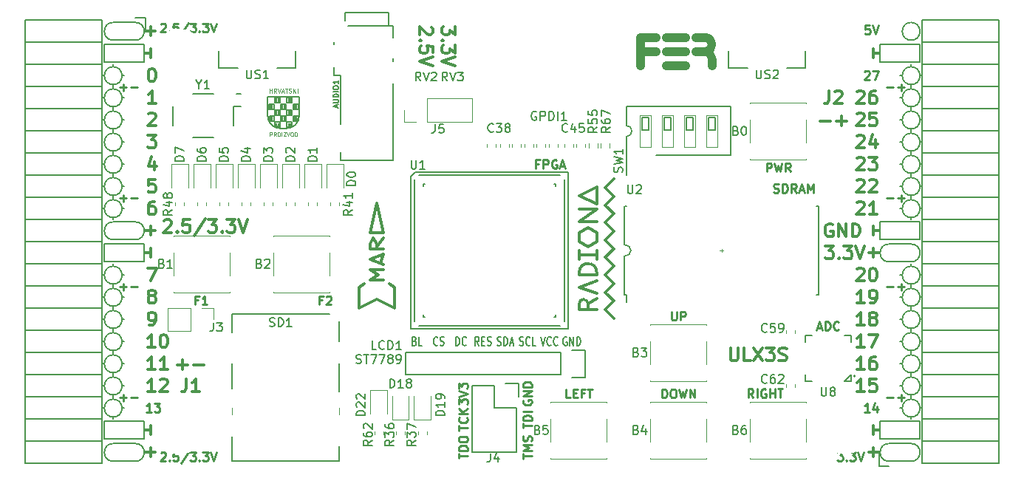
<source format=gto>
G04 #@! TF.GenerationSoftware,KiCad,Pcbnew,5.1.9+dfsg1-1*
G04 #@! TF.CreationDate,2021-06-11T10:31:08+02:00*
G04 #@! TF.ProjectId,ulx3s,756c7833-732e-46b6-9963-61645f706362,v3.1.1*
G04 #@! TF.SameCoordinates,Original*
G04 #@! TF.FileFunction,Legend,Top*
G04 #@! TF.FilePolarity,Positive*
%FSLAX46Y46*%
G04 Gerber Fmt 4.6, Leading zero omitted, Abs format (unit mm)*
G04 Created by KiCad (PCBNEW 5.1.9+dfsg1-1) date 2021-06-11 10:31:08*
%MOMM*%
%LPD*%
G01*
G04 APERTURE LIST*
%ADD10C,0.250000*%
%ADD11C,0.300000*%
%ADD12C,0.200000*%
%ADD13C,1.000000*%
%ADD14C,0.150000*%
%ADD15C,0.120000*%
%ADD16C,0.075000*%
%ADD17C,0.152400*%
%ADD18C,2.100000*%
%ADD19O,1.827200X2.132000*%
%ADD20C,0.500000*%
%ADD21O,0.227000X0.608000*%
%ADD22O,0.608000X0.227000*%
%ADD23O,0.660000X1.300000*%
%ADD24C,1.800000*%
%ADD25O,0.400000X1.050000*%
%ADD26O,1.050000X0.400000*%
%ADD27O,1.827200X1.827200*%
%ADD28C,5.600000*%
%ADD29O,1.800000X1.800000*%
G04 APERTURE END LIST*
D10*
X134969380Y-105438095D02*
X134969380Y-104819047D01*
X135350333Y-105152380D01*
X135350333Y-105009523D01*
X135397952Y-104914285D01*
X135445571Y-104866666D01*
X135540809Y-104819047D01*
X135778904Y-104819047D01*
X135874142Y-104866666D01*
X135921761Y-104914285D01*
X135969380Y-105009523D01*
X135969380Y-105295238D01*
X135921761Y-105390476D01*
X135874142Y-105438095D01*
X134969380Y-104533333D02*
X135969380Y-104200000D01*
X134969380Y-103866666D01*
X134969380Y-103628571D02*
X134969380Y-103009523D01*
X135350333Y-103342857D01*
X135350333Y-103200000D01*
X135397952Y-103104761D01*
X135445571Y-103057142D01*
X135540809Y-103009523D01*
X135778904Y-103009523D01*
X135874142Y-103057142D01*
X135921761Y-103104761D01*
X135969380Y-103200000D01*
X135969380Y-103485714D01*
X135921761Y-103580952D01*
X135874142Y-103628571D01*
X119307166Y-93497571D02*
X118973833Y-93497571D01*
X118973833Y-94021380D02*
X118973833Y-93021380D01*
X119450023Y-93021380D01*
X119783357Y-93116619D02*
X119830976Y-93069000D01*
X119926214Y-93021380D01*
X120164309Y-93021380D01*
X120259547Y-93069000D01*
X120307166Y-93116619D01*
X120354785Y-93211857D01*
X120354785Y-93307095D01*
X120307166Y-93449952D01*
X119735738Y-94021380D01*
X120354785Y-94021380D01*
X105084666Y-93497571D02*
X104751333Y-93497571D01*
X104751333Y-94021380D02*
X104751333Y-93021380D01*
X105227523Y-93021380D01*
X106132285Y-94021380D02*
X105560857Y-94021380D01*
X105846571Y-94021380D02*
X105846571Y-93021380D01*
X105751333Y-93164238D01*
X105656095Y-93259476D01*
X105560857Y-93307095D01*
X168712666Y-104671380D02*
X168379333Y-104195190D01*
X168141238Y-104671380D02*
X168141238Y-103671380D01*
X168522190Y-103671380D01*
X168617428Y-103719000D01*
X168665047Y-103766619D01*
X168712666Y-103861857D01*
X168712666Y-104004714D01*
X168665047Y-104099952D01*
X168617428Y-104147571D01*
X168522190Y-104195190D01*
X168141238Y-104195190D01*
X169141238Y-104671380D02*
X169141238Y-103671380D01*
X170141238Y-103719000D02*
X170046000Y-103671380D01*
X169903142Y-103671380D01*
X169760285Y-103719000D01*
X169665047Y-103814238D01*
X169617428Y-103909476D01*
X169569809Y-104099952D01*
X169569809Y-104242809D01*
X169617428Y-104433285D01*
X169665047Y-104528523D01*
X169760285Y-104623761D01*
X169903142Y-104671380D01*
X169998380Y-104671380D01*
X170141238Y-104623761D01*
X170188857Y-104576142D01*
X170188857Y-104242809D01*
X169998380Y-104242809D01*
X170617428Y-104671380D02*
X170617428Y-103671380D01*
X170617428Y-104147571D02*
X171188857Y-104147571D01*
X171188857Y-104671380D02*
X171188857Y-103671380D01*
X171522190Y-103671380D02*
X172093619Y-103671380D01*
X171807904Y-104671380D02*
X171807904Y-103671380D01*
X159354285Y-94799380D02*
X159354285Y-95608904D01*
X159401904Y-95704142D01*
X159449523Y-95751761D01*
X159544761Y-95799380D01*
X159735238Y-95799380D01*
X159830476Y-95751761D01*
X159878095Y-95704142D01*
X159925714Y-95608904D01*
X159925714Y-94799380D01*
X160401904Y-95799380D02*
X160401904Y-94799380D01*
X160782857Y-94799380D01*
X160878095Y-94847000D01*
X160925714Y-94894619D01*
X160973333Y-94989857D01*
X160973333Y-95132714D01*
X160925714Y-95227952D01*
X160878095Y-95275571D01*
X160782857Y-95323190D01*
X160401904Y-95323190D01*
X158259047Y-104689380D02*
X158259047Y-103689380D01*
X158497142Y-103689380D01*
X158640000Y-103737000D01*
X158735238Y-103832238D01*
X158782857Y-103927476D01*
X158830476Y-104117952D01*
X158830476Y-104260809D01*
X158782857Y-104451285D01*
X158735238Y-104546523D01*
X158640000Y-104641761D01*
X158497142Y-104689380D01*
X158259047Y-104689380D01*
X159449523Y-103689380D02*
X159640000Y-103689380D01*
X159735238Y-103737000D01*
X159830476Y-103832238D01*
X159878095Y-104022714D01*
X159878095Y-104356047D01*
X159830476Y-104546523D01*
X159735238Y-104641761D01*
X159640000Y-104689380D01*
X159449523Y-104689380D01*
X159354285Y-104641761D01*
X159259047Y-104546523D01*
X159211428Y-104356047D01*
X159211428Y-104022714D01*
X159259047Y-103832238D01*
X159354285Y-103737000D01*
X159449523Y-103689380D01*
X160211428Y-103689380D02*
X160449523Y-104689380D01*
X160640000Y-103975095D01*
X160830476Y-104689380D01*
X161068571Y-103689380D01*
X161449523Y-104689380D02*
X161449523Y-103689380D01*
X162020952Y-104689380D01*
X162020952Y-103689380D01*
X147757619Y-104689380D02*
X147281428Y-104689380D01*
X147281428Y-103689380D01*
X148090952Y-104165571D02*
X148424285Y-104165571D01*
X148567142Y-104689380D02*
X148090952Y-104689380D01*
X148090952Y-103689380D01*
X148567142Y-103689380D01*
X149329047Y-104165571D02*
X148995714Y-104165571D01*
X148995714Y-104689380D02*
X148995714Y-103689380D01*
X149471904Y-103689380D01*
X149710000Y-103689380D02*
X150281428Y-103689380D01*
X149995714Y-104689380D02*
X149995714Y-103689380D01*
X170251666Y-78781380D02*
X170251666Y-77781380D01*
X170632619Y-77781380D01*
X170727857Y-77829000D01*
X170775476Y-77876619D01*
X170823095Y-77971857D01*
X170823095Y-78114714D01*
X170775476Y-78209952D01*
X170727857Y-78257571D01*
X170632619Y-78305190D01*
X170251666Y-78305190D01*
X171156428Y-77781380D02*
X171394523Y-78781380D01*
X171585000Y-78067095D01*
X171775476Y-78781380D01*
X172013571Y-77781380D01*
X172965952Y-78781380D02*
X172632619Y-78305190D01*
X172394523Y-78781380D02*
X172394523Y-77781380D01*
X172775476Y-77781380D01*
X172870714Y-77829000D01*
X172918333Y-77876619D01*
X172965952Y-77971857D01*
X172965952Y-78114714D01*
X172918333Y-78209952D01*
X172870714Y-78257571D01*
X172775476Y-78305190D01*
X172394523Y-78305190D01*
D11*
X134560428Y-62144714D02*
X134560428Y-63073285D01*
X133989000Y-62573285D01*
X133989000Y-62787571D01*
X133917571Y-62930428D01*
X133846142Y-63001857D01*
X133703285Y-63073285D01*
X133346142Y-63073285D01*
X133203285Y-63001857D01*
X133131857Y-62930428D01*
X133060428Y-62787571D01*
X133060428Y-62359000D01*
X133131857Y-62216142D01*
X133203285Y-62144714D01*
X133203285Y-63716142D02*
X133131857Y-63787571D01*
X133060428Y-63716142D01*
X133131857Y-63644714D01*
X133203285Y-63716142D01*
X133060428Y-63716142D01*
X134560428Y-64287571D02*
X134560428Y-65216142D01*
X133989000Y-64716142D01*
X133989000Y-64930428D01*
X133917571Y-65073285D01*
X133846142Y-65144714D01*
X133703285Y-65216142D01*
X133346142Y-65216142D01*
X133203285Y-65144714D01*
X133131857Y-65073285D01*
X133060428Y-64930428D01*
X133060428Y-64501857D01*
X133131857Y-64359000D01*
X133203285Y-64287571D01*
X134560428Y-65644714D02*
X133060428Y-66144714D01*
X134560428Y-66644714D01*
X131877571Y-62216142D02*
X131949000Y-62287571D01*
X132020428Y-62430428D01*
X132020428Y-62787571D01*
X131949000Y-62930428D01*
X131877571Y-63001857D01*
X131734714Y-63073285D01*
X131591857Y-63073285D01*
X131377571Y-63001857D01*
X130520428Y-62144714D01*
X130520428Y-63073285D01*
X130663285Y-63716142D02*
X130591857Y-63787571D01*
X130520428Y-63716142D01*
X130591857Y-63644714D01*
X130663285Y-63716142D01*
X130520428Y-63716142D01*
X132020428Y-65144714D02*
X132020428Y-64430428D01*
X131306142Y-64359000D01*
X131377571Y-64430428D01*
X131449000Y-64573285D01*
X131449000Y-64930428D01*
X131377571Y-65073285D01*
X131306142Y-65144714D01*
X131163285Y-65216142D01*
X130806142Y-65216142D01*
X130663285Y-65144714D01*
X130591857Y-65073285D01*
X130520428Y-64930428D01*
X130520428Y-64573285D01*
X130591857Y-64430428D01*
X130663285Y-64359000D01*
X132020428Y-65644714D02*
X130520428Y-66144714D01*
X132020428Y-66644714D01*
X102760000Y-100897142D02*
X103902857Y-100897142D01*
X103331428Y-101468571D02*
X103331428Y-100325714D01*
X104617142Y-100897142D02*
X105760000Y-100897142D01*
X182492000Y-87582000D02*
X182492000Y-88598000D01*
X181984000Y-88090000D02*
X183254000Y-88090000D01*
X182492000Y-110442000D02*
X182492000Y-111458000D01*
X183254000Y-110950000D02*
X181984000Y-110950000D01*
X99688000Y-110442000D02*
X99688000Y-111458000D01*
X98926000Y-110950000D02*
X100196000Y-110950000D01*
X99688000Y-62182000D02*
X99688000Y-63198000D01*
X98926000Y-62690000D02*
X100196000Y-62690000D01*
X99688000Y-85042000D02*
X99688000Y-86058000D01*
X98926000Y-85550000D02*
X100196000Y-85550000D01*
D12*
X97910000Y-63706000D02*
G75*
G03*
X97910000Y-61674000I0J1016000D01*
G01*
X184270000Y-109934000D02*
G75*
G03*
X184270000Y-111966000I0J-1016000D01*
G01*
X95370000Y-111966000D02*
X97910000Y-111966000D01*
X95370000Y-109934000D02*
X97910000Y-109934000D01*
X97910000Y-111966000D02*
G75*
G03*
X97910000Y-109934000I0J1016000D01*
G01*
X95370000Y-109934000D02*
G75*
G03*
X95370000Y-111966000I0J-1016000D01*
G01*
X95370000Y-61674000D02*
X97910000Y-61674000D01*
X95370000Y-63706000D02*
X97910000Y-63706000D01*
X95370000Y-61674000D02*
G75*
G03*
X95370000Y-63706000I0J-1016000D01*
G01*
X95370000Y-84534000D02*
X97910000Y-84534000D01*
X95370000Y-86566000D02*
X97910000Y-86566000D01*
X95370000Y-84534000D02*
G75*
G03*
X95370000Y-86566000I0J-1016000D01*
G01*
X97910000Y-86566000D02*
G75*
G03*
X97910000Y-84534000I0J1016000D01*
G01*
X187826000Y-62690000D02*
G75*
G03*
X187826000Y-62690000I-1016000J0D01*
G01*
X184270000Y-89106000D02*
X186810000Y-89106000D01*
X184270000Y-87074000D02*
X186810000Y-87074000D01*
X184270000Y-87074000D02*
G75*
G03*
X184270000Y-89106000I0J-1016000D01*
G01*
X186810000Y-89106000D02*
G75*
G03*
X186810000Y-87074000I0J1016000D01*
G01*
X186810000Y-111966000D02*
X184270000Y-111966000D01*
X186810000Y-109934000D02*
X184270000Y-109934000D01*
X186810000Y-111966000D02*
G75*
G03*
X186810000Y-109934000I0J1016000D01*
G01*
X94354000Y-66246000D02*
X94354000Y-64214000D01*
X98926000Y-66246000D02*
X94354000Y-66246000D01*
X98926000Y-64214000D02*
X98926000Y-66246000D01*
X94354000Y-64214000D02*
X98926000Y-64214000D01*
X94354000Y-87074000D02*
X98926000Y-87074000D01*
X94354000Y-89106000D02*
X94354000Y-87074000D01*
X98926000Y-89106000D02*
X94354000Y-89106000D01*
X98926000Y-87074000D02*
X98926000Y-89106000D01*
X94354000Y-109426000D02*
X98926000Y-109426000D01*
X94354000Y-107394000D02*
X94354000Y-109426000D01*
X98926000Y-107394000D02*
X94354000Y-107394000D01*
X98926000Y-109426000D02*
X98926000Y-107394000D01*
X183254000Y-109426000D02*
X187826000Y-109426000D01*
X183254000Y-107394000D02*
X183254000Y-109426000D01*
X187826000Y-107394000D02*
X187826000Y-109426000D01*
X183254000Y-107394000D02*
X187826000Y-107394000D01*
X183254000Y-66246000D02*
X187826000Y-66246000D01*
X183254000Y-64214000D02*
X183254000Y-66246000D01*
X187826000Y-64214000D02*
X183254000Y-64214000D01*
X187826000Y-66246000D02*
X187826000Y-64214000D01*
X183254000Y-84534000D02*
X187826000Y-84534000D01*
X183254000Y-86566000D02*
X183254000Y-84534000D01*
X187826000Y-86566000D02*
X183254000Y-86566000D01*
X187826000Y-84534000D02*
X187826000Y-86566000D01*
D10*
X96148000Y-69111428D02*
X96909904Y-69111428D01*
X96528952Y-69492380D02*
X96528952Y-68730476D01*
X97386095Y-69111428D02*
X98148000Y-69111428D01*
X96148000Y-81811428D02*
X96909904Y-81811428D01*
X96528952Y-82192380D02*
X96528952Y-81430476D01*
X97386095Y-81811428D02*
X98148000Y-81811428D01*
X96148000Y-91971428D02*
X96909904Y-91971428D01*
X96528952Y-92352380D02*
X96528952Y-91590476D01*
X97386095Y-91971428D02*
X98148000Y-91971428D01*
X96148000Y-104671428D02*
X96909904Y-104671428D01*
X96528952Y-105052380D02*
X96528952Y-104290476D01*
X97386095Y-104671428D02*
X98148000Y-104671428D01*
X184032000Y-104671428D02*
X184793904Y-104671428D01*
X185270095Y-104671428D02*
X186032000Y-104671428D01*
X185651047Y-105052380D02*
X185651047Y-104290476D01*
X184032000Y-91971428D02*
X184793904Y-91971428D01*
X185270095Y-91971428D02*
X186032000Y-91971428D01*
X185651047Y-92352380D02*
X185651047Y-91590476D01*
X184032000Y-81811428D02*
X184793904Y-81811428D01*
X185270095Y-81811428D02*
X186032000Y-81811428D01*
X185651047Y-82192380D02*
X185651047Y-81430476D01*
X184032000Y-69111428D02*
X184793904Y-69111428D01*
X185270095Y-69111428D02*
X186032000Y-69111428D01*
X185651047Y-69492380D02*
X185651047Y-68730476D01*
D11*
X176420000Y-72957142D02*
X177562857Y-72957142D01*
X178277142Y-72957142D02*
X179420000Y-72957142D01*
X178848571Y-73528571D02*
X178848571Y-72385714D01*
D12*
X187826000Y-67770000D02*
G75*
G03*
X187826000Y-67770000I-1016000J0D01*
G01*
X187826000Y-70310000D02*
G75*
G03*
X187826000Y-70310000I-1016000J0D01*
G01*
X187826000Y-72850000D02*
G75*
G03*
X187826000Y-72850000I-1016000J0D01*
G01*
X187826000Y-75390000D02*
G75*
G03*
X187826000Y-75390000I-1016000J0D01*
G01*
X187826000Y-77930000D02*
G75*
G03*
X187826000Y-77930000I-1016000J0D01*
G01*
X187826000Y-80470000D02*
G75*
G03*
X187826000Y-80470000I-1016000J0D01*
G01*
X187826000Y-83010000D02*
G75*
G03*
X187826000Y-83010000I-1016000J0D01*
G01*
X187826000Y-90630000D02*
G75*
G03*
X187826000Y-90630000I-1016000J0D01*
G01*
X187826000Y-93170000D02*
G75*
G03*
X187826000Y-93170000I-1016000J0D01*
G01*
X187826000Y-95710000D02*
G75*
G03*
X187826000Y-95710000I-1016000J0D01*
G01*
X187826000Y-98250000D02*
G75*
G03*
X187826000Y-98250000I-1016000J0D01*
G01*
X187826000Y-100790000D02*
G75*
G03*
X187826000Y-100790000I-1016000J0D01*
G01*
X187826000Y-103330000D02*
G75*
G03*
X187826000Y-103330000I-1016000J0D01*
G01*
X187826000Y-105870000D02*
G75*
G03*
X187826000Y-105870000I-1016000J0D01*
G01*
X96386000Y-105870000D02*
G75*
G03*
X96386000Y-105870000I-1016000J0D01*
G01*
X96386000Y-103330000D02*
G75*
G03*
X96386000Y-103330000I-1016000J0D01*
G01*
X96386000Y-100790000D02*
G75*
G03*
X96386000Y-100790000I-1016000J0D01*
G01*
X96386000Y-98250000D02*
G75*
G03*
X96386000Y-98250000I-1016000J0D01*
G01*
X96386000Y-95710000D02*
G75*
G03*
X96386000Y-95710000I-1016000J0D01*
G01*
X96386000Y-93170000D02*
G75*
G03*
X96386000Y-93170000I-1016000J0D01*
G01*
X96386000Y-90630000D02*
G75*
G03*
X96386000Y-90630000I-1016000J0D01*
G01*
X96386000Y-83010000D02*
G75*
G03*
X96386000Y-83010000I-1016000J0D01*
G01*
X96386000Y-80470000D02*
G75*
G03*
X96386000Y-80470000I-1016000J0D01*
G01*
X96386000Y-77930000D02*
G75*
G03*
X96386000Y-77930000I-1016000J0D01*
G01*
X96386000Y-75390000D02*
G75*
G03*
X96386000Y-75390000I-1016000J0D01*
G01*
X96386000Y-72850000D02*
G75*
G03*
X96386000Y-72850000I-1016000J0D01*
G01*
X96386000Y-70310000D02*
G75*
G03*
X96386000Y-70310000I-1016000J0D01*
G01*
X96386000Y-67770000D02*
G75*
G03*
X96386000Y-67770000I-1016000J0D01*
G01*
D11*
X177793142Y-84800000D02*
X177650285Y-84728571D01*
X177436000Y-84728571D01*
X177221714Y-84800000D01*
X177078857Y-84942857D01*
X177007428Y-85085714D01*
X176936000Y-85371428D01*
X176936000Y-85585714D01*
X177007428Y-85871428D01*
X177078857Y-86014285D01*
X177221714Y-86157142D01*
X177436000Y-86228571D01*
X177578857Y-86228571D01*
X177793142Y-86157142D01*
X177864571Y-86085714D01*
X177864571Y-85585714D01*
X177578857Y-85585714D01*
X178507428Y-86228571D02*
X178507428Y-84728571D01*
X179364571Y-86228571D01*
X179364571Y-84728571D01*
X180078857Y-86228571D02*
X180078857Y-84728571D01*
X180436000Y-84728571D01*
X180650285Y-84800000D01*
X180793142Y-84942857D01*
X180864571Y-85085714D01*
X180936000Y-85371428D01*
X180936000Y-85585714D01*
X180864571Y-85871428D01*
X180793142Y-86014285D01*
X180650285Y-86157142D01*
X180436000Y-86228571D01*
X180078857Y-86228571D01*
X182492000Y-86058000D02*
X182492000Y-85042000D01*
X183254000Y-85550000D02*
X182492000Y-85550000D01*
X182492000Y-107902000D02*
X182492000Y-108918000D01*
X182492000Y-108410000D02*
X183254000Y-108410000D01*
D10*
X182047523Y-106322380D02*
X181476095Y-106322380D01*
X181761809Y-106322380D02*
X181761809Y-105322380D01*
X181666571Y-105465238D01*
X181571333Y-105560476D01*
X181476095Y-105608095D01*
X182904666Y-105655714D02*
X182904666Y-106322380D01*
X182666571Y-105274761D02*
X182428476Y-105989047D01*
X183047523Y-105989047D01*
X181476095Y-67317619D02*
X181523714Y-67270000D01*
X181618952Y-67222380D01*
X181857047Y-67222380D01*
X181952285Y-67270000D01*
X181999904Y-67317619D01*
X182047523Y-67412857D01*
X182047523Y-67508095D01*
X181999904Y-67650952D01*
X181428476Y-68222380D01*
X182047523Y-68222380D01*
X182380857Y-67222380D02*
X183047523Y-67222380D01*
X182618952Y-68222380D01*
D11*
X182492000Y-64722000D02*
X182492000Y-65738000D01*
X182492000Y-65230000D02*
X183254000Y-65230000D01*
X99688000Y-107902000D02*
X99688000Y-108918000D01*
X98926000Y-108410000D02*
X99688000Y-108410000D01*
X99315000Y-74568571D02*
X100243571Y-74568571D01*
X99743571Y-75140000D01*
X99957857Y-75140000D01*
X100100714Y-75211428D01*
X100172142Y-75282857D01*
X100243571Y-75425714D01*
X100243571Y-75782857D01*
X100172142Y-75925714D01*
X100100714Y-75997142D01*
X99957857Y-76068571D01*
X99529285Y-76068571D01*
X99386428Y-75997142D01*
X99315000Y-75925714D01*
X100100714Y-77608571D02*
X100100714Y-78608571D01*
X99743571Y-77037142D02*
X99386428Y-78108571D01*
X100315000Y-78108571D01*
X100172142Y-79648571D02*
X99457857Y-79648571D01*
X99386428Y-80362857D01*
X99457857Y-80291428D01*
X99600714Y-80220000D01*
X99957857Y-80220000D01*
X100100714Y-80291428D01*
X100172142Y-80362857D01*
X100243571Y-80505714D01*
X100243571Y-80862857D01*
X100172142Y-81005714D01*
X100100714Y-81077142D01*
X99957857Y-81148571D01*
X99600714Y-81148571D01*
X99457857Y-81077142D01*
X99386428Y-81005714D01*
D10*
X99751523Y-106322380D02*
X99180095Y-106322380D01*
X99465809Y-106322380D02*
X99465809Y-105322380D01*
X99370571Y-105465238D01*
X99275333Y-105560476D01*
X99180095Y-105608095D01*
X100084857Y-105322380D02*
X100703904Y-105322380D01*
X100370571Y-105703333D01*
X100513428Y-105703333D01*
X100608666Y-105750952D01*
X100656285Y-105798571D01*
X100703904Y-105893809D01*
X100703904Y-106131904D01*
X100656285Y-106227142D01*
X100608666Y-106274761D01*
X100513428Y-106322380D01*
X100227714Y-106322380D01*
X100132476Y-106274761D01*
X100084857Y-106227142D01*
D11*
X99315000Y-89808571D02*
X100315000Y-89808571D01*
X99672142Y-91308571D01*
X99688000Y-87582000D02*
X99688000Y-88598000D01*
X98926000Y-88090000D02*
X99688000Y-88090000D01*
X99688000Y-64722000D02*
X99688000Y-65738000D01*
X98926000Y-65230000D02*
X99688000Y-65230000D01*
D10*
X100817976Y-61874619D02*
X100865595Y-61827000D01*
X100960833Y-61779380D01*
X101198928Y-61779380D01*
X101294166Y-61827000D01*
X101341785Y-61874619D01*
X101389404Y-61969857D01*
X101389404Y-62065095D01*
X101341785Y-62207952D01*
X100770357Y-62779380D01*
X101389404Y-62779380D01*
X101817976Y-62684142D02*
X101865595Y-62731761D01*
X101817976Y-62779380D01*
X101770357Y-62731761D01*
X101817976Y-62684142D01*
X101817976Y-62779380D01*
X102770357Y-61779380D02*
X102294166Y-61779380D01*
X102246547Y-62255571D01*
X102294166Y-62207952D01*
X102389404Y-62160333D01*
X102627500Y-62160333D01*
X102722738Y-62207952D01*
X102770357Y-62255571D01*
X102817976Y-62350809D01*
X102817976Y-62588904D01*
X102770357Y-62684142D01*
X102722738Y-62731761D01*
X102627500Y-62779380D01*
X102389404Y-62779380D01*
X102294166Y-62731761D01*
X102246547Y-62684142D01*
X103960833Y-61731761D02*
X103103690Y-63017476D01*
X104198928Y-61779380D02*
X104817976Y-61779380D01*
X104484642Y-62160333D01*
X104627500Y-62160333D01*
X104722738Y-62207952D01*
X104770357Y-62255571D01*
X104817976Y-62350809D01*
X104817976Y-62588904D01*
X104770357Y-62684142D01*
X104722738Y-62731761D01*
X104627500Y-62779380D01*
X104341785Y-62779380D01*
X104246547Y-62731761D01*
X104198928Y-62684142D01*
X105246547Y-62684142D02*
X105294166Y-62731761D01*
X105246547Y-62779380D01*
X105198928Y-62731761D01*
X105246547Y-62684142D01*
X105246547Y-62779380D01*
X105627500Y-61779380D02*
X106246547Y-61779380D01*
X105913214Y-62160333D01*
X106056071Y-62160333D01*
X106151309Y-62207952D01*
X106198928Y-62255571D01*
X106246547Y-62350809D01*
X106246547Y-62588904D01*
X106198928Y-62684142D01*
X106151309Y-62731761D01*
X106056071Y-62779380D01*
X105770357Y-62779380D01*
X105675119Y-62731761D01*
X105627500Y-62684142D01*
X106532261Y-61779380D02*
X106865595Y-62779380D01*
X107198928Y-61779380D01*
X178360261Y-110910380D02*
X178979309Y-110910380D01*
X178645976Y-111291333D01*
X178788833Y-111291333D01*
X178884071Y-111338952D01*
X178931690Y-111386571D01*
X178979309Y-111481809D01*
X178979309Y-111719904D01*
X178931690Y-111815142D01*
X178884071Y-111862761D01*
X178788833Y-111910380D01*
X178503119Y-111910380D01*
X178407880Y-111862761D01*
X178360261Y-111815142D01*
X179407880Y-111815142D02*
X179455500Y-111862761D01*
X179407880Y-111910380D01*
X179360261Y-111862761D01*
X179407880Y-111815142D01*
X179407880Y-111910380D01*
X179788833Y-110910380D02*
X180407880Y-110910380D01*
X180074547Y-111291333D01*
X180217404Y-111291333D01*
X180312642Y-111338952D01*
X180360261Y-111386571D01*
X180407880Y-111481809D01*
X180407880Y-111719904D01*
X180360261Y-111815142D01*
X180312642Y-111862761D01*
X180217404Y-111910380D01*
X179931690Y-111910380D01*
X179836452Y-111862761D01*
X179788833Y-111815142D01*
X180693595Y-110910380D02*
X181026928Y-111910380D01*
X181360261Y-110910380D01*
D11*
X101199714Y-84381428D02*
X101271142Y-84310000D01*
X101414000Y-84238571D01*
X101771142Y-84238571D01*
X101914000Y-84310000D01*
X101985428Y-84381428D01*
X102056857Y-84524285D01*
X102056857Y-84667142D01*
X101985428Y-84881428D01*
X101128285Y-85738571D01*
X102056857Y-85738571D01*
X102699714Y-85595714D02*
X102771142Y-85667142D01*
X102699714Y-85738571D01*
X102628285Y-85667142D01*
X102699714Y-85595714D01*
X102699714Y-85738571D01*
X104128285Y-84238571D02*
X103414000Y-84238571D01*
X103342571Y-84952857D01*
X103414000Y-84881428D01*
X103556857Y-84810000D01*
X103914000Y-84810000D01*
X104056857Y-84881428D01*
X104128285Y-84952857D01*
X104199714Y-85095714D01*
X104199714Y-85452857D01*
X104128285Y-85595714D01*
X104056857Y-85667142D01*
X103914000Y-85738571D01*
X103556857Y-85738571D01*
X103414000Y-85667142D01*
X103342571Y-85595714D01*
X105914000Y-84167142D02*
X104628285Y-86095714D01*
X106271142Y-84238571D02*
X107199714Y-84238571D01*
X106699714Y-84810000D01*
X106914000Y-84810000D01*
X107056857Y-84881428D01*
X107128285Y-84952857D01*
X107199714Y-85095714D01*
X107199714Y-85452857D01*
X107128285Y-85595714D01*
X107056857Y-85667142D01*
X106914000Y-85738571D01*
X106485428Y-85738571D01*
X106342571Y-85667142D01*
X106271142Y-85595714D01*
X107842571Y-85595714D02*
X107914000Y-85667142D01*
X107842571Y-85738571D01*
X107771142Y-85667142D01*
X107842571Y-85595714D01*
X107842571Y-85738571D01*
X108414000Y-84238571D02*
X109342571Y-84238571D01*
X108842571Y-84810000D01*
X109056857Y-84810000D01*
X109199714Y-84881428D01*
X109271142Y-84952857D01*
X109342571Y-85095714D01*
X109342571Y-85452857D01*
X109271142Y-85595714D01*
X109199714Y-85667142D01*
X109056857Y-85738571D01*
X108628285Y-85738571D01*
X108485428Y-85667142D01*
X108414000Y-85595714D01*
X109771142Y-84238571D02*
X110271142Y-85738571D01*
X110771142Y-84238571D01*
D10*
X100817976Y-111023619D02*
X100865595Y-110976000D01*
X100960833Y-110928380D01*
X101198928Y-110928380D01*
X101294166Y-110976000D01*
X101341785Y-111023619D01*
X101389404Y-111118857D01*
X101389404Y-111214095D01*
X101341785Y-111356952D01*
X100770357Y-111928380D01*
X101389404Y-111928380D01*
X101817976Y-111833142D02*
X101865595Y-111880761D01*
X101817976Y-111928380D01*
X101770357Y-111880761D01*
X101817976Y-111833142D01*
X101817976Y-111928380D01*
X102770357Y-110928380D02*
X102294166Y-110928380D01*
X102246547Y-111404571D01*
X102294166Y-111356952D01*
X102389404Y-111309333D01*
X102627500Y-111309333D01*
X102722738Y-111356952D01*
X102770357Y-111404571D01*
X102817976Y-111499809D01*
X102817976Y-111737904D01*
X102770357Y-111833142D01*
X102722738Y-111880761D01*
X102627500Y-111928380D01*
X102389404Y-111928380D01*
X102294166Y-111880761D01*
X102246547Y-111833142D01*
X103960833Y-110880761D02*
X103103690Y-112166476D01*
X104198928Y-110928380D02*
X104817976Y-110928380D01*
X104484642Y-111309333D01*
X104627500Y-111309333D01*
X104722738Y-111356952D01*
X104770357Y-111404571D01*
X104817976Y-111499809D01*
X104817976Y-111737904D01*
X104770357Y-111833142D01*
X104722738Y-111880761D01*
X104627500Y-111928380D01*
X104341785Y-111928380D01*
X104246547Y-111880761D01*
X104198928Y-111833142D01*
X105246547Y-111833142D02*
X105294166Y-111880761D01*
X105246547Y-111928380D01*
X105198928Y-111880761D01*
X105246547Y-111833142D01*
X105246547Y-111928380D01*
X105627500Y-110928380D02*
X106246547Y-110928380D01*
X105913214Y-111309333D01*
X106056071Y-111309333D01*
X106151309Y-111356952D01*
X106198928Y-111404571D01*
X106246547Y-111499809D01*
X106246547Y-111737904D01*
X106198928Y-111833142D01*
X106151309Y-111880761D01*
X106056071Y-111928380D01*
X105770357Y-111928380D01*
X105675119Y-111880761D01*
X105627500Y-111833142D01*
X106532261Y-110928380D02*
X106865595Y-111928380D01*
X107198928Y-110928380D01*
X182047523Y-62015380D02*
X181571333Y-62015380D01*
X181523714Y-62491571D01*
X181571333Y-62443952D01*
X181666571Y-62396333D01*
X181904666Y-62396333D01*
X181999904Y-62443952D01*
X182047523Y-62491571D01*
X182095142Y-62586809D01*
X182095142Y-62824904D01*
X182047523Y-62920142D01*
X181999904Y-62967761D01*
X181904666Y-63015380D01*
X181666571Y-63015380D01*
X181571333Y-62967761D01*
X181523714Y-62920142D01*
X182380857Y-62015380D02*
X182714190Y-63015380D01*
X183047523Y-62015380D01*
D11*
X180587142Y-69631428D02*
X180658571Y-69560000D01*
X180801428Y-69488571D01*
X181158571Y-69488571D01*
X181301428Y-69560000D01*
X181372857Y-69631428D01*
X181444285Y-69774285D01*
X181444285Y-69917142D01*
X181372857Y-70131428D01*
X180515714Y-70988571D01*
X181444285Y-70988571D01*
X182730000Y-69488571D02*
X182444285Y-69488571D01*
X182301428Y-69560000D01*
X182230000Y-69631428D01*
X182087142Y-69845714D01*
X182015714Y-70131428D01*
X182015714Y-70702857D01*
X182087142Y-70845714D01*
X182158571Y-70917142D01*
X182301428Y-70988571D01*
X182587142Y-70988571D01*
X182730000Y-70917142D01*
X182801428Y-70845714D01*
X182872857Y-70702857D01*
X182872857Y-70345714D01*
X182801428Y-70202857D01*
X182730000Y-70131428D01*
X182587142Y-70060000D01*
X182301428Y-70060000D01*
X182158571Y-70131428D01*
X182087142Y-70202857D01*
X182015714Y-70345714D01*
X180587142Y-72171428D02*
X180658571Y-72100000D01*
X180801428Y-72028571D01*
X181158571Y-72028571D01*
X181301428Y-72100000D01*
X181372857Y-72171428D01*
X181444285Y-72314285D01*
X181444285Y-72457142D01*
X181372857Y-72671428D01*
X180515714Y-73528571D01*
X181444285Y-73528571D01*
X182801428Y-72028571D02*
X182087142Y-72028571D01*
X182015714Y-72742857D01*
X182087142Y-72671428D01*
X182230000Y-72600000D01*
X182587142Y-72600000D01*
X182730000Y-72671428D01*
X182801428Y-72742857D01*
X182872857Y-72885714D01*
X182872857Y-73242857D01*
X182801428Y-73385714D01*
X182730000Y-73457142D01*
X182587142Y-73528571D01*
X182230000Y-73528571D01*
X182087142Y-73457142D01*
X182015714Y-73385714D01*
X180587142Y-74711428D02*
X180658571Y-74640000D01*
X180801428Y-74568571D01*
X181158571Y-74568571D01*
X181301428Y-74640000D01*
X181372857Y-74711428D01*
X181444285Y-74854285D01*
X181444285Y-74997142D01*
X181372857Y-75211428D01*
X180515714Y-76068571D01*
X181444285Y-76068571D01*
X182730000Y-75068571D02*
X182730000Y-76068571D01*
X182372857Y-74497142D02*
X182015714Y-75568571D01*
X182944285Y-75568571D01*
X180587142Y-77251428D02*
X180658571Y-77180000D01*
X180801428Y-77108571D01*
X181158571Y-77108571D01*
X181301428Y-77180000D01*
X181372857Y-77251428D01*
X181444285Y-77394285D01*
X181444285Y-77537142D01*
X181372857Y-77751428D01*
X180515714Y-78608571D01*
X181444285Y-78608571D01*
X181944285Y-77108571D02*
X182872857Y-77108571D01*
X182372857Y-77680000D01*
X182587142Y-77680000D01*
X182730000Y-77751428D01*
X182801428Y-77822857D01*
X182872857Y-77965714D01*
X182872857Y-78322857D01*
X182801428Y-78465714D01*
X182730000Y-78537142D01*
X182587142Y-78608571D01*
X182158571Y-78608571D01*
X182015714Y-78537142D01*
X181944285Y-78465714D01*
X180587142Y-79791428D02*
X180658571Y-79720000D01*
X180801428Y-79648571D01*
X181158571Y-79648571D01*
X181301428Y-79720000D01*
X181372857Y-79791428D01*
X181444285Y-79934285D01*
X181444285Y-80077142D01*
X181372857Y-80291428D01*
X180515714Y-81148571D01*
X181444285Y-81148571D01*
X182015714Y-79791428D02*
X182087142Y-79720000D01*
X182230000Y-79648571D01*
X182587142Y-79648571D01*
X182730000Y-79720000D01*
X182801428Y-79791428D01*
X182872857Y-79934285D01*
X182872857Y-80077142D01*
X182801428Y-80291428D01*
X181944285Y-81148571D01*
X182872857Y-81148571D01*
X180587142Y-82331428D02*
X180658571Y-82260000D01*
X180801428Y-82188571D01*
X181158571Y-82188571D01*
X181301428Y-82260000D01*
X181372857Y-82331428D01*
X181444285Y-82474285D01*
X181444285Y-82617142D01*
X181372857Y-82831428D01*
X180515714Y-83688571D01*
X181444285Y-83688571D01*
X182872857Y-83688571D02*
X182015714Y-83688571D01*
X182444285Y-83688571D02*
X182444285Y-82188571D01*
X182301428Y-82402857D01*
X182158571Y-82545714D01*
X182015714Y-82617142D01*
X176975714Y-87268571D02*
X177904285Y-87268571D01*
X177404285Y-87840000D01*
X177618571Y-87840000D01*
X177761428Y-87911428D01*
X177832857Y-87982857D01*
X177904285Y-88125714D01*
X177904285Y-88482857D01*
X177832857Y-88625714D01*
X177761428Y-88697142D01*
X177618571Y-88768571D01*
X177190000Y-88768571D01*
X177047142Y-88697142D01*
X176975714Y-88625714D01*
X178547142Y-88625714D02*
X178618571Y-88697142D01*
X178547142Y-88768571D01*
X178475714Y-88697142D01*
X178547142Y-88625714D01*
X178547142Y-88768571D01*
X179118571Y-87268571D02*
X180047142Y-87268571D01*
X179547142Y-87840000D01*
X179761428Y-87840000D01*
X179904285Y-87911428D01*
X179975714Y-87982857D01*
X180047142Y-88125714D01*
X180047142Y-88482857D01*
X179975714Y-88625714D01*
X179904285Y-88697142D01*
X179761428Y-88768571D01*
X179332857Y-88768571D01*
X179190000Y-88697142D01*
X179118571Y-88625714D01*
X180475714Y-87268571D02*
X180975714Y-88768571D01*
X181475714Y-87268571D01*
X180587142Y-89951428D02*
X180658571Y-89880000D01*
X180801428Y-89808571D01*
X181158571Y-89808571D01*
X181301428Y-89880000D01*
X181372857Y-89951428D01*
X181444285Y-90094285D01*
X181444285Y-90237142D01*
X181372857Y-90451428D01*
X180515714Y-91308571D01*
X181444285Y-91308571D01*
X182372857Y-89808571D02*
X182515714Y-89808571D01*
X182658571Y-89880000D01*
X182730000Y-89951428D01*
X182801428Y-90094285D01*
X182872857Y-90380000D01*
X182872857Y-90737142D01*
X182801428Y-91022857D01*
X182730000Y-91165714D01*
X182658571Y-91237142D01*
X182515714Y-91308571D01*
X182372857Y-91308571D01*
X182230000Y-91237142D01*
X182158571Y-91165714D01*
X182087142Y-91022857D01*
X182015714Y-90737142D01*
X182015714Y-90380000D01*
X182087142Y-90094285D01*
X182158571Y-89951428D01*
X182230000Y-89880000D01*
X182372857Y-89808571D01*
X181444285Y-93848571D02*
X180587142Y-93848571D01*
X181015714Y-93848571D02*
X181015714Y-92348571D01*
X180872857Y-92562857D01*
X180730000Y-92705714D01*
X180587142Y-92777142D01*
X182158571Y-93848571D02*
X182444285Y-93848571D01*
X182587142Y-93777142D01*
X182658571Y-93705714D01*
X182801428Y-93491428D01*
X182872857Y-93205714D01*
X182872857Y-92634285D01*
X182801428Y-92491428D01*
X182730000Y-92420000D01*
X182587142Y-92348571D01*
X182301428Y-92348571D01*
X182158571Y-92420000D01*
X182087142Y-92491428D01*
X182015714Y-92634285D01*
X182015714Y-92991428D01*
X182087142Y-93134285D01*
X182158571Y-93205714D01*
X182301428Y-93277142D01*
X182587142Y-93277142D01*
X182730000Y-93205714D01*
X182801428Y-93134285D01*
X182872857Y-92991428D01*
X181444285Y-96388571D02*
X180587142Y-96388571D01*
X181015714Y-96388571D02*
X181015714Y-94888571D01*
X180872857Y-95102857D01*
X180730000Y-95245714D01*
X180587142Y-95317142D01*
X182301428Y-95531428D02*
X182158571Y-95460000D01*
X182087142Y-95388571D01*
X182015714Y-95245714D01*
X182015714Y-95174285D01*
X182087142Y-95031428D01*
X182158571Y-94960000D01*
X182301428Y-94888571D01*
X182587142Y-94888571D01*
X182730000Y-94960000D01*
X182801428Y-95031428D01*
X182872857Y-95174285D01*
X182872857Y-95245714D01*
X182801428Y-95388571D01*
X182730000Y-95460000D01*
X182587142Y-95531428D01*
X182301428Y-95531428D01*
X182158571Y-95602857D01*
X182087142Y-95674285D01*
X182015714Y-95817142D01*
X182015714Y-96102857D01*
X182087142Y-96245714D01*
X182158571Y-96317142D01*
X182301428Y-96388571D01*
X182587142Y-96388571D01*
X182730000Y-96317142D01*
X182801428Y-96245714D01*
X182872857Y-96102857D01*
X182872857Y-95817142D01*
X182801428Y-95674285D01*
X182730000Y-95602857D01*
X182587142Y-95531428D01*
X181444285Y-98928571D02*
X180587142Y-98928571D01*
X181015714Y-98928571D02*
X181015714Y-97428571D01*
X180872857Y-97642857D01*
X180730000Y-97785714D01*
X180587142Y-97857142D01*
X181944285Y-97428571D02*
X182944285Y-97428571D01*
X182301428Y-98928571D01*
X181444285Y-101468571D02*
X180587142Y-101468571D01*
X181015714Y-101468571D02*
X181015714Y-99968571D01*
X180872857Y-100182857D01*
X180730000Y-100325714D01*
X180587142Y-100397142D01*
X182730000Y-99968571D02*
X182444285Y-99968571D01*
X182301428Y-100040000D01*
X182230000Y-100111428D01*
X182087142Y-100325714D01*
X182015714Y-100611428D01*
X182015714Y-101182857D01*
X182087142Y-101325714D01*
X182158571Y-101397142D01*
X182301428Y-101468571D01*
X182587142Y-101468571D01*
X182730000Y-101397142D01*
X182801428Y-101325714D01*
X182872857Y-101182857D01*
X182872857Y-100825714D01*
X182801428Y-100682857D01*
X182730000Y-100611428D01*
X182587142Y-100540000D01*
X182301428Y-100540000D01*
X182158571Y-100611428D01*
X182087142Y-100682857D01*
X182015714Y-100825714D01*
X181444285Y-104008571D02*
X180587142Y-104008571D01*
X181015714Y-104008571D02*
X181015714Y-102508571D01*
X180872857Y-102722857D01*
X180730000Y-102865714D01*
X180587142Y-102937142D01*
X182801428Y-102508571D02*
X182087142Y-102508571D01*
X182015714Y-103222857D01*
X182087142Y-103151428D01*
X182230000Y-103080000D01*
X182587142Y-103080000D01*
X182730000Y-103151428D01*
X182801428Y-103222857D01*
X182872857Y-103365714D01*
X182872857Y-103722857D01*
X182801428Y-103865714D01*
X182730000Y-103937142D01*
X182587142Y-104008571D01*
X182230000Y-104008571D01*
X182087142Y-103937142D01*
X182015714Y-103865714D01*
D12*
X186810000Y-66500000D02*
X186810000Y-66754000D01*
X187826000Y-67770000D02*
X188080000Y-67770000D01*
X185540000Y-67770000D02*
X185794000Y-67770000D01*
X186810000Y-69294000D02*
X186810000Y-68786000D01*
X187826000Y-70310000D02*
X188080000Y-70310000D01*
X185540000Y-70310000D02*
X185794000Y-70310000D01*
X186810000Y-71326000D02*
X186810000Y-71834000D01*
X187826000Y-72850000D02*
X188080000Y-72850000D01*
X185540000Y-72850000D02*
X185794000Y-72850000D01*
X186810000Y-73866000D02*
X186810000Y-74374000D01*
X187826000Y-75390000D02*
X188080000Y-75390000D01*
X185540000Y-75390000D02*
X185794000Y-75390000D01*
X186810000Y-76406000D02*
X186810000Y-76914000D01*
X187826000Y-77930000D02*
X188080000Y-77930000D01*
X185540000Y-77930000D02*
X185794000Y-77930000D01*
X186810000Y-79454000D02*
X186810000Y-78946000D01*
X187826000Y-80470000D02*
X188080000Y-80470000D01*
X185540000Y-80470000D02*
X185794000Y-80470000D01*
X186810000Y-81994000D02*
X186810000Y-81486000D01*
X187826000Y-83010000D02*
X188080000Y-83010000D01*
X185540000Y-83010000D02*
X185794000Y-83010000D01*
X186810000Y-84026000D02*
X186810000Y-84280000D01*
X186810000Y-89360000D02*
X186810000Y-89614000D01*
X187826000Y-90630000D02*
X188080000Y-90630000D01*
X185540000Y-90630000D02*
X185794000Y-90630000D01*
X186810000Y-91646000D02*
X186810000Y-92154000D01*
X187826000Y-93170000D02*
X188080000Y-93170000D01*
X185540000Y-93170000D02*
X185794000Y-93170000D01*
X186810000Y-94186000D02*
X186810000Y-94694000D01*
X187826000Y-95710000D02*
X188080000Y-95710000D01*
X185540000Y-95710000D02*
X185794000Y-95710000D01*
X186810000Y-97234000D02*
X186810000Y-96726000D01*
X187826000Y-98250000D02*
X188080000Y-98250000D01*
X185540000Y-98250000D02*
X185794000Y-98250000D01*
X187826000Y-100790000D02*
X188080000Y-100790000D01*
X185540000Y-100790000D02*
X185794000Y-100790000D01*
X186810000Y-99266000D02*
X186810000Y-99774000D01*
X186810000Y-102314000D02*
X186810000Y-101806000D01*
X187826000Y-103330000D02*
X188080000Y-103330000D01*
X185540000Y-103330000D02*
X185794000Y-103330000D01*
X186810000Y-104346000D02*
X186810000Y-104854000D01*
X185540000Y-105870000D02*
X185794000Y-105870000D01*
X187826000Y-105870000D02*
X188080000Y-105870000D01*
X186810000Y-106886000D02*
X186810000Y-107140000D01*
X95370000Y-66754000D02*
X95370000Y-66500000D01*
X96386000Y-67770000D02*
X96640000Y-67770000D01*
X94100000Y-67770000D02*
X94354000Y-67770000D01*
X95370000Y-68786000D02*
X95370000Y-69294000D01*
X96386000Y-70310000D02*
X96640000Y-70310000D01*
X94100000Y-70310000D02*
X94354000Y-70310000D01*
X95370000Y-71326000D02*
X95370000Y-71834000D01*
X96386000Y-72850000D02*
X96640000Y-72850000D01*
X94100000Y-72850000D02*
X94354000Y-72850000D01*
X95370000Y-73866000D02*
X95370000Y-74374000D01*
X96386000Y-75390000D02*
X96640000Y-75390000D01*
X95370000Y-76406000D02*
X95370000Y-76914000D01*
X96386000Y-77930000D02*
X96640000Y-77930000D01*
X94100000Y-77930000D02*
X94354000Y-77930000D01*
X95370000Y-79454000D02*
X95370000Y-78946000D01*
X96386000Y-80470000D02*
X96640000Y-80470000D01*
X94100000Y-80470000D02*
X94354000Y-80470000D01*
X95370000Y-81486000D02*
X95370000Y-81994000D01*
X96386000Y-83010000D02*
X96640000Y-83010000D01*
X95370000Y-84026000D02*
X95370000Y-84280000D01*
X94100000Y-83010000D02*
X94354000Y-83010000D01*
X95370000Y-106886000D02*
X95370000Y-107140000D01*
X95370000Y-89360000D02*
X95370000Y-89614000D01*
X96386000Y-93170000D02*
X96640000Y-93170000D01*
X94100000Y-93170000D02*
X94354000Y-93170000D01*
X95370000Y-94186000D02*
X95370000Y-94694000D01*
X94100000Y-90630000D02*
X94354000Y-90630000D01*
X96386000Y-90630000D02*
X96640000Y-90630000D01*
X95370000Y-92154000D02*
X95370000Y-91646000D01*
X96386000Y-95710000D02*
X96640000Y-95710000D01*
X94100000Y-95710000D02*
X94354000Y-95710000D01*
X96386000Y-98250000D02*
X96640000Y-98250000D01*
X94354000Y-98250000D02*
X94100000Y-98250000D01*
X95370000Y-96726000D02*
X95370000Y-97234000D01*
X95370000Y-99266000D02*
X95370000Y-99774000D01*
X94100000Y-100790000D02*
X94354000Y-100790000D01*
X96386000Y-100790000D02*
X96640000Y-100790000D01*
X94100000Y-103330000D02*
X94354000Y-103330000D01*
X96386000Y-103330000D02*
X96640000Y-103330000D01*
X95370000Y-101806000D02*
X95370000Y-102314000D01*
X95370000Y-104346000D02*
X95370000Y-104854000D01*
X96386000Y-105870000D02*
X96640000Y-105870000D01*
X94100000Y-105870000D02*
X94354000Y-105870000D01*
D11*
X100164285Y-104008571D02*
X99307142Y-104008571D01*
X99735714Y-104008571D02*
X99735714Y-102508571D01*
X99592857Y-102722857D01*
X99450000Y-102865714D01*
X99307142Y-102937142D01*
X100735714Y-102651428D02*
X100807142Y-102580000D01*
X100950000Y-102508571D01*
X101307142Y-102508571D01*
X101450000Y-102580000D01*
X101521428Y-102651428D01*
X101592857Y-102794285D01*
X101592857Y-102937142D01*
X101521428Y-103151428D01*
X100664285Y-104008571D01*
X101592857Y-104008571D01*
X100164285Y-101468571D02*
X99307142Y-101468571D01*
X99735714Y-101468571D02*
X99735714Y-99968571D01*
X99592857Y-100182857D01*
X99450000Y-100325714D01*
X99307142Y-100397142D01*
X101592857Y-101468571D02*
X100735714Y-101468571D01*
X101164285Y-101468571D02*
X101164285Y-99968571D01*
X101021428Y-100182857D01*
X100878571Y-100325714D01*
X100735714Y-100397142D01*
X100164285Y-98928571D02*
X99307142Y-98928571D01*
X99735714Y-98928571D02*
X99735714Y-97428571D01*
X99592857Y-97642857D01*
X99450000Y-97785714D01*
X99307142Y-97857142D01*
X101092857Y-97428571D02*
X101235714Y-97428571D01*
X101378571Y-97500000D01*
X101450000Y-97571428D01*
X101521428Y-97714285D01*
X101592857Y-98000000D01*
X101592857Y-98357142D01*
X101521428Y-98642857D01*
X101450000Y-98785714D01*
X101378571Y-98857142D01*
X101235714Y-98928571D01*
X101092857Y-98928571D01*
X100950000Y-98857142D01*
X100878571Y-98785714D01*
X100807142Y-98642857D01*
X100735714Y-98357142D01*
X100735714Y-98000000D01*
X100807142Y-97714285D01*
X100878571Y-97571428D01*
X100950000Y-97500000D01*
X101092857Y-97428571D01*
X99529285Y-96388571D02*
X99815000Y-96388571D01*
X99957857Y-96317142D01*
X100029285Y-96245714D01*
X100172142Y-96031428D01*
X100243571Y-95745714D01*
X100243571Y-95174285D01*
X100172142Y-95031428D01*
X100100714Y-94960000D01*
X99957857Y-94888571D01*
X99672142Y-94888571D01*
X99529285Y-94960000D01*
X99457857Y-95031428D01*
X99386428Y-95174285D01*
X99386428Y-95531428D01*
X99457857Y-95674285D01*
X99529285Y-95745714D01*
X99672142Y-95817142D01*
X99957857Y-95817142D01*
X100100714Y-95745714D01*
X100172142Y-95674285D01*
X100243571Y-95531428D01*
X99672142Y-92991428D02*
X99529285Y-92920000D01*
X99457857Y-92848571D01*
X99386428Y-92705714D01*
X99386428Y-92634285D01*
X99457857Y-92491428D01*
X99529285Y-92420000D01*
X99672142Y-92348571D01*
X99957857Y-92348571D01*
X100100714Y-92420000D01*
X100172142Y-92491428D01*
X100243571Y-92634285D01*
X100243571Y-92705714D01*
X100172142Y-92848571D01*
X100100714Y-92920000D01*
X99957857Y-92991428D01*
X99672142Y-92991428D01*
X99529285Y-93062857D01*
X99457857Y-93134285D01*
X99386428Y-93277142D01*
X99386428Y-93562857D01*
X99457857Y-93705714D01*
X99529285Y-93777142D01*
X99672142Y-93848571D01*
X99957857Y-93848571D01*
X100100714Y-93777142D01*
X100172142Y-93705714D01*
X100243571Y-93562857D01*
X100243571Y-93277142D01*
X100172142Y-93134285D01*
X100100714Y-93062857D01*
X99957857Y-92991428D01*
X100100714Y-82188571D02*
X99815000Y-82188571D01*
X99672142Y-82260000D01*
X99600714Y-82331428D01*
X99457857Y-82545714D01*
X99386428Y-82831428D01*
X99386428Y-83402857D01*
X99457857Y-83545714D01*
X99529285Y-83617142D01*
X99672142Y-83688571D01*
X99957857Y-83688571D01*
X100100714Y-83617142D01*
X100172142Y-83545714D01*
X100243571Y-83402857D01*
X100243571Y-83045714D01*
X100172142Y-82902857D01*
X100100714Y-82831428D01*
X99957857Y-82760000D01*
X99672142Y-82760000D01*
X99529285Y-82831428D01*
X99457857Y-82902857D01*
X99386428Y-83045714D01*
X99386428Y-72171428D02*
X99457857Y-72100000D01*
X99600714Y-72028571D01*
X99957857Y-72028571D01*
X100100714Y-72100000D01*
X100172142Y-72171428D01*
X100243571Y-72314285D01*
X100243571Y-72457142D01*
X100172142Y-72671428D01*
X99315000Y-73528571D01*
X100243571Y-73528571D01*
X100243571Y-70988571D02*
X99386428Y-70988571D01*
X99815000Y-70988571D02*
X99815000Y-69488571D01*
X99672142Y-69702857D01*
X99529285Y-69845714D01*
X99386428Y-69917142D01*
X99743571Y-66948571D02*
X99886428Y-66948571D01*
X100029285Y-67020000D01*
X100100714Y-67091428D01*
X100172142Y-67234285D01*
X100243571Y-67520000D01*
X100243571Y-67877142D01*
X100172142Y-68162857D01*
X100100714Y-68305714D01*
X100029285Y-68377142D01*
X99886428Y-68448571D01*
X99743571Y-68448571D01*
X99600714Y-68377142D01*
X99529285Y-68305714D01*
X99457857Y-68162857D01*
X99386428Y-67877142D01*
X99386428Y-67520000D01*
X99457857Y-67234285D01*
X99529285Y-67091428D01*
X99600714Y-67020000D01*
X99743571Y-66948571D01*
X166105428Y-98952571D02*
X166105428Y-100166857D01*
X166176857Y-100309714D01*
X166248285Y-100381142D01*
X166391142Y-100452571D01*
X166676857Y-100452571D01*
X166819714Y-100381142D01*
X166891142Y-100309714D01*
X166962571Y-100166857D01*
X166962571Y-98952571D01*
X168391142Y-100452571D02*
X167676857Y-100452571D01*
X167676857Y-98952571D01*
X168748285Y-98952571D02*
X169748285Y-100452571D01*
X169748285Y-98952571D02*
X168748285Y-100452571D01*
X170176857Y-98952571D02*
X171105428Y-98952571D01*
X170605428Y-99524000D01*
X170819714Y-99524000D01*
X170962571Y-99595428D01*
X171034000Y-99666857D01*
X171105428Y-99809714D01*
X171105428Y-100166857D01*
X171034000Y-100309714D01*
X170962571Y-100381142D01*
X170819714Y-100452571D01*
X170391142Y-100452571D01*
X170248285Y-100381142D01*
X170176857Y-100309714D01*
X171676857Y-100381142D02*
X171891142Y-100452571D01*
X172248285Y-100452571D01*
X172391142Y-100381142D01*
X172462571Y-100309714D01*
X172534000Y-100166857D01*
X172534000Y-100024000D01*
X172462571Y-99881142D01*
X172391142Y-99809714D01*
X172248285Y-99738285D01*
X171962571Y-99666857D01*
X171819714Y-99595428D01*
X171748285Y-99524000D01*
X171676857Y-99381142D01*
X171676857Y-99238285D01*
X171748285Y-99095428D01*
X171819714Y-99024000D01*
X171962571Y-98952571D01*
X172319714Y-98952571D01*
X172534000Y-99024000D01*
D10*
X144137285Y-77876571D02*
X143803952Y-77876571D01*
X143803952Y-78400380D02*
X143803952Y-77400380D01*
X144280142Y-77400380D01*
X144661095Y-78400380D02*
X144661095Y-77400380D01*
X145042047Y-77400380D01*
X145137285Y-77448000D01*
X145184904Y-77495619D01*
X145232523Y-77590857D01*
X145232523Y-77733714D01*
X145184904Y-77828952D01*
X145137285Y-77876571D01*
X145042047Y-77924190D01*
X144661095Y-77924190D01*
X146184904Y-77448000D02*
X146089666Y-77400380D01*
X145946809Y-77400380D01*
X145803952Y-77448000D01*
X145708714Y-77543238D01*
X145661095Y-77638476D01*
X145613476Y-77828952D01*
X145613476Y-77971809D01*
X145661095Y-78162285D01*
X145708714Y-78257523D01*
X145803952Y-78352761D01*
X145946809Y-78400380D01*
X146042047Y-78400380D01*
X146184904Y-78352761D01*
X146232523Y-78305142D01*
X146232523Y-77971809D01*
X146042047Y-77971809D01*
X146613476Y-78114666D02*
X147089666Y-78114666D01*
X146518238Y-78400380D02*
X146851571Y-77400380D01*
X147184904Y-78400380D01*
X171062285Y-81128761D02*
X171205142Y-81176380D01*
X171443238Y-81176380D01*
X171538476Y-81128761D01*
X171586095Y-81081142D01*
X171633714Y-80985904D01*
X171633714Y-80890666D01*
X171586095Y-80795428D01*
X171538476Y-80747809D01*
X171443238Y-80700190D01*
X171252761Y-80652571D01*
X171157523Y-80604952D01*
X171109904Y-80557333D01*
X171062285Y-80462095D01*
X171062285Y-80366857D01*
X171109904Y-80271619D01*
X171157523Y-80224000D01*
X171252761Y-80176380D01*
X171490857Y-80176380D01*
X171633714Y-80224000D01*
X172062285Y-81176380D02*
X172062285Y-80176380D01*
X172300380Y-80176380D01*
X172443238Y-80224000D01*
X172538476Y-80319238D01*
X172586095Y-80414476D01*
X172633714Y-80604952D01*
X172633714Y-80747809D01*
X172586095Y-80938285D01*
X172538476Y-81033523D01*
X172443238Y-81128761D01*
X172300380Y-81176380D01*
X172062285Y-81176380D01*
X173633714Y-81176380D02*
X173300380Y-80700190D01*
X173062285Y-81176380D02*
X173062285Y-80176380D01*
X173443238Y-80176380D01*
X173538476Y-80224000D01*
X173586095Y-80271619D01*
X173633714Y-80366857D01*
X173633714Y-80509714D01*
X173586095Y-80604952D01*
X173538476Y-80652571D01*
X173443238Y-80700190D01*
X173062285Y-80700190D01*
X174014666Y-80890666D02*
X174490857Y-80890666D01*
X173919428Y-81176380D02*
X174252761Y-80176380D01*
X174586095Y-81176380D01*
X174919428Y-81176380D02*
X174919428Y-80176380D01*
X175252761Y-80890666D01*
X175586095Y-80176380D01*
X175586095Y-81176380D01*
X176061904Y-96656666D02*
X176538095Y-96656666D01*
X175966666Y-96942380D02*
X176300000Y-95942380D01*
X176633333Y-96942380D01*
X176966666Y-96942380D02*
X176966666Y-95942380D01*
X177204761Y-95942380D01*
X177347619Y-95990000D01*
X177442857Y-96085238D01*
X177490476Y-96180476D01*
X177538095Y-96370952D01*
X177538095Y-96513809D01*
X177490476Y-96704285D01*
X177442857Y-96799523D01*
X177347619Y-96894761D01*
X177204761Y-96942380D01*
X176966666Y-96942380D01*
X178538095Y-96847142D02*
X178490476Y-96894761D01*
X178347619Y-96942380D01*
X178252380Y-96942380D01*
X178109523Y-96894761D01*
X178014285Y-96799523D01*
X177966666Y-96704285D01*
X177919047Y-96513809D01*
X177919047Y-96370952D01*
X177966666Y-96180476D01*
X178014285Y-96085238D01*
X178109523Y-95990000D01*
X178252380Y-95942380D01*
X178347619Y-95942380D01*
X178490476Y-95990000D01*
X178538095Y-96037619D01*
X142335380Y-111648333D02*
X142335380Y-111076904D01*
X143335380Y-111362619D02*
X142335380Y-111362619D01*
X143335380Y-110743571D02*
X142335380Y-110743571D01*
X143049666Y-110410238D01*
X142335380Y-110076904D01*
X143335380Y-110076904D01*
X143287761Y-109648333D02*
X143335380Y-109505476D01*
X143335380Y-109267380D01*
X143287761Y-109172142D01*
X143240142Y-109124523D01*
X143144904Y-109076904D01*
X143049666Y-109076904D01*
X142954428Y-109124523D01*
X142906809Y-109172142D01*
X142859190Y-109267380D01*
X142811571Y-109457857D01*
X142763952Y-109553095D01*
X142716333Y-109600714D01*
X142621095Y-109648333D01*
X142525857Y-109648333D01*
X142430619Y-109600714D01*
X142383000Y-109553095D01*
X142335380Y-109457857D01*
X142335380Y-109219761D01*
X142383000Y-109076904D01*
X142335380Y-108163809D02*
X142335380Y-107592380D01*
X143335380Y-107878095D02*
X142335380Y-107878095D01*
X143335380Y-107259047D02*
X142335380Y-107259047D01*
X142335380Y-107020952D01*
X142383000Y-106878095D01*
X142478238Y-106782857D01*
X142573476Y-106735238D01*
X142763952Y-106687619D01*
X142906809Y-106687619D01*
X143097285Y-106735238D01*
X143192523Y-106782857D01*
X143287761Y-106878095D01*
X143335380Y-107020952D01*
X143335380Y-107259047D01*
X143335380Y-106259047D02*
X142335380Y-106259047D01*
X142380000Y-104961904D02*
X142332380Y-105057142D01*
X142332380Y-105200000D01*
X142380000Y-105342857D01*
X142475238Y-105438095D01*
X142570476Y-105485714D01*
X142760952Y-105533333D01*
X142903809Y-105533333D01*
X143094285Y-105485714D01*
X143189523Y-105438095D01*
X143284761Y-105342857D01*
X143332380Y-105200000D01*
X143332380Y-105104761D01*
X143284761Y-104961904D01*
X143237142Y-104914285D01*
X142903809Y-104914285D01*
X142903809Y-105104761D01*
X143332380Y-104485714D02*
X142332380Y-104485714D01*
X143332380Y-103914285D01*
X142332380Y-103914285D01*
X143332380Y-103438095D02*
X142332380Y-103438095D01*
X142332380Y-103200000D01*
X142380000Y-103057142D01*
X142475238Y-102961904D01*
X142570476Y-102914285D01*
X142760952Y-102866666D01*
X142903809Y-102866666D01*
X143094285Y-102914285D01*
X143189523Y-102961904D01*
X143284761Y-103057142D01*
X143332380Y-103200000D01*
X143332380Y-103438095D01*
X134969380Y-111624523D02*
X134969380Y-111053095D01*
X135969380Y-111338809D02*
X134969380Y-111338809D01*
X135969380Y-110719761D02*
X134969380Y-110719761D01*
X134969380Y-110481666D01*
X135017000Y-110338809D01*
X135112238Y-110243571D01*
X135207476Y-110195952D01*
X135397952Y-110148333D01*
X135540809Y-110148333D01*
X135731285Y-110195952D01*
X135826523Y-110243571D01*
X135921761Y-110338809D01*
X135969380Y-110481666D01*
X135969380Y-110719761D01*
X134969380Y-109529285D02*
X134969380Y-109338809D01*
X135017000Y-109243571D01*
X135112238Y-109148333D01*
X135302714Y-109100714D01*
X135636047Y-109100714D01*
X135826523Y-109148333D01*
X135921761Y-109243571D01*
X135969380Y-109338809D01*
X135969380Y-109529285D01*
X135921761Y-109624523D01*
X135826523Y-109719761D01*
X135636047Y-109767380D01*
X135302714Y-109767380D01*
X135112238Y-109719761D01*
X135017000Y-109624523D01*
X134969380Y-109529285D01*
X134969380Y-108425714D02*
X134969380Y-107854285D01*
X135969380Y-108140000D02*
X134969380Y-108140000D01*
X135874142Y-106949523D02*
X135921761Y-106997142D01*
X135969380Y-107140000D01*
X135969380Y-107235238D01*
X135921761Y-107378095D01*
X135826523Y-107473333D01*
X135731285Y-107520952D01*
X135540809Y-107568571D01*
X135397952Y-107568571D01*
X135207476Y-107520952D01*
X135112238Y-107473333D01*
X135017000Y-107378095D01*
X134969380Y-107235238D01*
X134969380Y-107140000D01*
X135017000Y-106997142D01*
X135064619Y-106949523D01*
X135969380Y-106520952D02*
X134969380Y-106520952D01*
X135969380Y-105949523D02*
X135397952Y-106378095D01*
X134969380Y-105949523D02*
X135540809Y-106520952D01*
D13*
X163980000Y-66000000D02*
X163980000Y-66600000D01*
X162180000Y-65000000D02*
X163180000Y-65000000D01*
X162180000Y-63400000D02*
X163180000Y-63400000D01*
X155780000Y-63400000D02*
X155780000Y-66600000D01*
X158780000Y-66600000D02*
X160980000Y-66600000D01*
X158780000Y-65000000D02*
X160980000Y-65000000D01*
X158780000Y-63400000D02*
X160980000Y-63400000D01*
X155780000Y-63400000D02*
X157580000Y-63400000D01*
X155780000Y-65000000D02*
X157580000Y-65000000D01*
X163980000Y-65800000D02*
G75*
G03*
X163180000Y-65000000I-800000J0D01*
G01*
X163180000Y-65000000D02*
G75*
G03*
X163180000Y-63400000I0J800000D01*
G01*
D12*
X115680000Y-73200000D02*
X115680000Y-73600000D01*
X114280000Y-73200000D02*
X114280000Y-73600000D01*
X116380000Y-72500000D02*
X116380000Y-73000000D01*
X113580000Y-72500000D02*
X113580000Y-72900000D01*
X114980000Y-72500000D02*
X114980000Y-72900000D01*
X115680000Y-71800000D02*
X115680000Y-72200000D01*
X116380000Y-71100000D02*
X116380000Y-71500000D01*
X114980000Y-71100000D02*
X114980000Y-71500000D01*
X114280000Y-71800000D02*
X114280000Y-72200000D01*
X113580000Y-71100000D02*
X113580000Y-71500000D01*
X113380000Y-73000000D02*
X113380000Y-72500000D01*
X113380000Y-71500000D02*
X113380000Y-71100000D01*
X114080000Y-72200000D02*
X114080000Y-71800000D01*
X114780000Y-71500000D02*
X114780000Y-71100000D01*
X116180000Y-71500000D02*
X116180000Y-71100000D01*
X115480000Y-72200000D02*
X115480000Y-71800000D01*
X114780000Y-72900000D02*
X114780000Y-72500000D01*
X114080000Y-73600000D02*
X114080000Y-73200000D01*
X116180000Y-72900000D02*
X116180000Y-72500000D01*
X115480000Y-73600000D02*
X115480000Y-73200000D01*
X115280000Y-73700000D02*
X115280000Y-73100000D01*
X115880000Y-73600000D02*
X115280000Y-73700000D01*
X115880000Y-73100000D02*
X115880000Y-73600000D01*
X115280000Y-73100000D02*
X115880000Y-73100000D01*
X113880000Y-73600000D02*
X113880000Y-73100000D01*
X114480000Y-73700000D02*
X113880000Y-73600000D01*
X114480000Y-73100000D02*
X114480000Y-73700000D01*
X113880000Y-73100000D02*
X114480000Y-73100000D01*
X116580000Y-72400000D02*
X115980000Y-72400000D01*
X116480000Y-73000000D02*
X116580000Y-72400000D01*
X115980000Y-73000000D02*
X116380000Y-73000000D01*
X115980000Y-72400000D02*
X115980000Y-73000000D01*
X115180000Y-72400000D02*
X114580000Y-72400000D01*
X115180000Y-73000000D02*
X115180000Y-72400000D01*
X114580000Y-73000000D02*
X115180000Y-73000000D01*
X114580000Y-72400000D02*
X114580000Y-73000000D01*
X113280000Y-73000000D02*
X113180000Y-72400000D01*
X113780000Y-73000000D02*
X113280000Y-73000000D01*
X113780000Y-72400000D02*
X113780000Y-73000000D01*
X113280000Y-72400000D02*
X113780000Y-72400000D01*
X115880000Y-71700000D02*
X115280000Y-71700000D01*
X115880000Y-72300000D02*
X115880000Y-71700000D01*
X115280000Y-72300000D02*
X115880000Y-72300000D01*
X115280000Y-71700000D02*
X115280000Y-72300000D01*
X114480000Y-71700000D02*
X113880000Y-71700000D01*
X114480000Y-72300000D02*
X114480000Y-71700000D01*
X113880000Y-72300000D02*
X114480000Y-72300000D01*
X113880000Y-71700000D02*
X113880000Y-72300000D01*
X116580000Y-71000000D02*
X115980000Y-71000000D01*
X116580000Y-71600000D02*
X116580000Y-71000000D01*
X115980000Y-71600000D02*
X116580000Y-71600000D01*
X115980000Y-71000000D02*
X115980000Y-71600000D01*
X114580000Y-71600000D02*
X114580000Y-71000000D01*
X115180000Y-71600000D02*
X114580000Y-71600000D01*
X115180000Y-71000000D02*
X115180000Y-71600000D01*
X114580000Y-71000000D02*
X115180000Y-71000000D01*
X113180000Y-71600000D02*
X113180000Y-71000000D01*
X113780000Y-71600000D02*
X113180000Y-71600000D01*
X113780000Y-71000000D02*
X113780000Y-71600000D01*
X113180000Y-71000000D02*
X113780000Y-71000000D01*
X114280000Y-70400000D02*
X114280000Y-70800000D01*
X115480000Y-70800000D02*
X115480000Y-70400000D01*
X115280000Y-70900000D02*
X115880000Y-70900000D01*
X115280000Y-70300000D02*
X115280000Y-70900000D01*
X115880000Y-70300000D02*
X115280000Y-70300000D01*
X115880000Y-70900000D02*
X115880000Y-70300000D01*
X113880000Y-70900000D02*
X114480000Y-70900000D01*
X113880000Y-70300000D02*
X113880000Y-70900000D01*
X115680000Y-70400000D02*
X115680000Y-70800000D01*
X114480000Y-70300000D02*
X113880000Y-70300000D01*
X114480000Y-70900000D02*
X114480000Y-70300000D01*
X114080000Y-70800000D02*
X114080000Y-70400000D01*
D14*
X113080000Y-70200000D02*
X116680000Y-70200000D01*
X116680000Y-70200000D02*
X116680000Y-72400000D01*
X113080000Y-70200000D02*
X113080000Y-72400000D01*
X114480000Y-73800000D02*
X115280000Y-73800000D01*
X114480000Y-73800000D02*
G75*
G02*
X113080000Y-72400000I0J1400000D01*
G01*
X116680000Y-72400000D02*
G75*
G02*
X115280000Y-73800000I-1400000J0D01*
G01*
D11*
X150780000Y-94600000D02*
X148780000Y-94600000D01*
X150780000Y-92700000D02*
X148780000Y-92000000D01*
X148780000Y-92000000D02*
X150780000Y-91300000D01*
X150780000Y-90600000D02*
X148780000Y-90600000D01*
X148780000Y-88300000D02*
X150780000Y-88300000D01*
X150780000Y-84500000D02*
X148780000Y-84500000D01*
X150780000Y-82500000D02*
X148780000Y-81500000D01*
X148780000Y-81500000D02*
X150780000Y-80500000D01*
X150780000Y-80500000D02*
X150780000Y-82500000D01*
X150780000Y-86800000D02*
X150780000Y-85800000D01*
X148780000Y-85800000D02*
X148780000Y-86800000D01*
X150780000Y-86800000D02*
X149780000Y-87400000D01*
X149780000Y-87400000D02*
X148780000Y-86800000D01*
X148780000Y-85800000D02*
X149780000Y-85200000D01*
X149780000Y-85200000D02*
X150780000Y-85800000D01*
X149780000Y-93900000D02*
X150780000Y-93300000D01*
X148780000Y-84500000D02*
X150780000Y-83100000D01*
X150780000Y-83100000D02*
X148780000Y-83100000D01*
X150780000Y-88800000D02*
X150780000Y-87800000D01*
X148780000Y-88800000D02*
X148780000Y-87800000D01*
X148780000Y-90600000D02*
X148780000Y-90300000D01*
X150780000Y-90600000D02*
X150780000Y-90300000D01*
X152780000Y-95600000D02*
X151780000Y-94600000D01*
X151780000Y-94600000D02*
X152780000Y-93600000D01*
X152780000Y-93600000D02*
X151780000Y-92600000D01*
X151780000Y-92600000D02*
X152780000Y-91600000D01*
X152780000Y-91600000D02*
X151780000Y-90600000D01*
X151780000Y-90600000D02*
X152780000Y-89600000D01*
X152780000Y-89600000D02*
X151780000Y-88600000D01*
X151780000Y-88600000D02*
X152780000Y-87600000D01*
X152780000Y-87600000D02*
X151780000Y-86600000D01*
X151780000Y-86600000D02*
X152780000Y-85600000D01*
X152780000Y-85600000D02*
X151780000Y-84600000D01*
X151780000Y-84600000D02*
X152780000Y-83600000D01*
X152780000Y-83600000D02*
X151780000Y-82600000D01*
X151780000Y-82600000D02*
X152780000Y-81600000D01*
X152780000Y-81600000D02*
X151780000Y-80600000D01*
X151780000Y-80600000D02*
X152780000Y-79600000D01*
X148780000Y-94600000D02*
X148780000Y-93900000D01*
X149780000Y-94600000D02*
X149780000Y-93900000D01*
X149780000Y-93900000D02*
G75*
G03*
X148780000Y-93900000I-500000J0D01*
G01*
X150780000Y-90300000D02*
G75*
G03*
X148780000Y-90300000I-1000000J0D01*
G01*
X123580000Y-94400000D02*
X125580000Y-93400000D01*
X125580000Y-93400000D02*
X127580000Y-94400000D01*
X127580000Y-94400000D02*
X127580000Y-92000000D01*
X126380000Y-89400000D02*
X124780000Y-88800000D01*
X124780000Y-88800000D02*
X126380000Y-88200000D01*
X126380000Y-88200000D02*
X125980000Y-89200000D01*
X124780000Y-87600000D02*
X126380000Y-87600000D01*
X124780000Y-87600000D02*
X124780000Y-87000000D01*
X124780000Y-87000000D02*
X125180000Y-86400000D01*
X125180000Y-86400000D02*
X125580000Y-87000000D01*
X125580000Y-87000000D02*
X125580000Y-87600000D01*
X125580000Y-87400000D02*
X126380000Y-86400000D01*
X124780000Y-85800000D02*
X126380000Y-85800000D01*
X126380000Y-85800000D02*
X125580000Y-82400000D01*
X125580000Y-82400000D02*
X124780000Y-85800000D01*
X123580000Y-94400000D02*
X123580000Y-92000000D01*
X123580000Y-92000000D02*
X124180000Y-91600000D01*
X127580000Y-92000000D02*
X126980000Y-91600000D01*
X126380000Y-91200000D02*
X124780000Y-91200000D01*
X124780000Y-91200000D02*
X125780000Y-90600000D01*
X125780000Y-90600000D02*
X124780000Y-90000000D01*
X124780000Y-90000000D02*
X126380000Y-90000000D01*
D14*
X149470000Y-102340000D02*
X149470000Y-99240000D01*
X147920000Y-102340000D02*
X149470000Y-102340000D01*
X146650000Y-99520000D02*
X146650000Y-102060000D01*
X149470000Y-99240000D02*
X147920000Y-99240000D01*
X128870000Y-102060000D02*
X146650000Y-102060000D01*
X128870000Y-99520000D02*
X128870000Y-102060000D01*
X146650000Y-99520000D02*
X128870000Y-99520000D01*
D15*
X121282000Y-105800000D02*
X121282000Y-106600000D01*
X108982000Y-105800000D02*
X108982000Y-106600000D01*
D14*
X108982000Y-95100000D02*
X108982000Y-97200000D01*
X120132000Y-95100000D02*
X108982000Y-95100000D01*
X121282000Y-98200000D02*
X121282000Y-95900000D01*
X121282000Y-104000000D02*
X121282000Y-100750000D01*
X108982000Y-100750000D02*
X108982000Y-103600000D01*
X121282000Y-111900000D02*
X121282000Y-110200000D01*
X108982000Y-111900000D02*
X121282000Y-111900000D01*
X108982000Y-109100000D02*
X108982000Y-111900000D01*
X130880000Y-80200000D02*
X131080000Y-80200000D01*
X130880000Y-80400000D02*
X130880000Y-80200000D01*
X146080000Y-80200000D02*
X146080000Y-80400000D01*
X145880000Y-80200000D02*
X146080000Y-80200000D01*
X146080000Y-95400000D02*
X146080000Y-95200000D01*
X145880000Y-95400000D02*
X146080000Y-95400000D01*
X130880000Y-95400000D02*
X131080000Y-95400000D01*
X130880000Y-95200000D02*
X130880000Y-95400000D01*
X129480000Y-96800000D02*
X129480000Y-79300000D01*
X147480000Y-96800000D02*
X129480000Y-96800000D01*
X147480000Y-78800000D02*
X147480000Y-96800000D01*
X129980000Y-78800000D02*
X147480000Y-78800000D01*
X129880000Y-95900000D02*
X129880000Y-79700000D01*
X146580000Y-96400000D02*
X130380000Y-96400000D01*
X147080000Y-79700000D02*
X147080000Y-95900000D01*
X130380000Y-79200000D02*
X146580000Y-79200000D01*
X129980000Y-78800000D02*
X129480000Y-79300000D01*
D15*
X164893000Y-87800000D02*
X165293000Y-87800000D01*
X165093000Y-88000000D02*
X165093000Y-87600000D01*
D14*
X176193000Y-92880000D02*
X175993000Y-92880000D01*
X176193000Y-82720000D02*
X175993000Y-82720000D01*
X154193000Y-92880000D02*
X154193000Y-93700000D01*
X153993000Y-92880000D02*
X154193000Y-92880000D01*
X153993000Y-82720000D02*
X154193000Y-82720000D01*
X176203000Y-82720000D02*
X176203000Y-92880000D01*
X153983000Y-92880000D02*
X153983000Y-88435000D01*
X153983000Y-87165000D02*
X153983000Y-82720000D01*
X154044000Y-87165000D02*
G75*
G02*
X154044000Y-88435000I0J-635000D01*
G01*
X174700000Y-64925000D02*
X174700000Y-66925000D01*
X174700000Y-66925000D02*
X172550000Y-66925000D01*
X168050000Y-66925000D02*
X165900000Y-66925000D01*
X165900000Y-66925000D02*
X165900000Y-64975000D01*
X116280000Y-64925000D02*
X116280000Y-66925000D01*
X116280000Y-66925000D02*
X114130000Y-66925000D01*
X109630000Y-66925000D02*
X107480000Y-66925000D01*
X107480000Y-66925000D02*
X107480000Y-64975000D01*
X102172000Y-71260000D02*
X102172000Y-73460000D01*
X106872000Y-74860000D02*
X104472000Y-74860000D01*
X109172000Y-71260000D02*
X110022000Y-71260000D01*
X106872000Y-69860000D02*
X104472000Y-69860000D01*
X109172000Y-73460000D02*
X109172000Y-71260000D01*
X109472000Y-69860000D02*
X110022000Y-69860000D01*
X127468000Y-62100000D02*
X127468000Y-63400000D01*
X127468000Y-65800000D02*
X127468000Y-66100000D01*
X127468000Y-68700000D02*
X127468000Y-77500000D01*
X121468000Y-77500000D02*
X127468000Y-77500000D01*
X121468000Y-77500000D02*
X121468000Y-76500000D01*
X121468000Y-73300000D02*
X121468000Y-67700000D01*
X121468000Y-67700000D02*
X120668000Y-67700000D01*
X120668000Y-67700000D02*
X120668000Y-66800000D01*
X120668000Y-64200000D02*
X120668000Y-63900000D01*
X127468000Y-62100000D02*
X122268000Y-62100000D01*
X126968000Y-62100000D02*
X126968000Y-60500000D01*
X126968000Y-60500000D02*
X121968000Y-60500000D01*
X121968000Y-60500000D02*
X121968000Y-61500000D01*
X163569000Y-72596000D02*
X163569000Y-73993000D01*
X164331000Y-72596000D02*
X163569000Y-72596000D01*
X164331000Y-73993000D02*
X164331000Y-72596000D01*
X163569000Y-73993000D02*
X164331000Y-73993000D01*
X161029000Y-72596000D02*
X161029000Y-73993000D01*
X161791000Y-72596000D02*
X161029000Y-72596000D01*
X161791000Y-73993000D02*
X161791000Y-72596000D01*
X161029000Y-73993000D02*
X161791000Y-73993000D01*
X158489000Y-72596000D02*
X158489000Y-73993000D01*
X159251000Y-72596000D02*
X158489000Y-72596000D01*
X159251000Y-73993000D02*
X159251000Y-72596000D01*
X158489000Y-73993000D02*
X159251000Y-73993000D01*
X155949000Y-72596000D02*
X155949000Y-73993000D01*
X156711000Y-72596000D02*
X155949000Y-72596000D01*
X156711000Y-73993000D02*
X156711000Y-72596000D01*
X155949000Y-73993000D02*
X156711000Y-73993000D01*
X154171000Y-74755000D02*
X154171000Y-79200000D01*
X166109000Y-76914000D02*
X157600000Y-76914000D01*
X166109000Y-71326000D02*
X166109000Y-76914000D01*
X154171000Y-71326000D02*
X166109000Y-71326000D01*
X154171000Y-73485000D02*
X154171000Y-71326000D01*
D15*
X155695000Y-75930000D02*
X156965000Y-75930000D01*
X156965000Y-75930000D02*
X156965000Y-72310000D01*
X156965000Y-72310000D02*
X155695000Y-72310000D01*
X155695000Y-72310000D02*
X155695000Y-75930000D01*
X158235000Y-75930000D02*
X159505000Y-75930000D01*
X159505000Y-75930000D02*
X159505000Y-72310000D01*
X159505000Y-72310000D02*
X158235000Y-72310000D01*
X158235000Y-72310000D02*
X158235000Y-75930000D01*
X160775000Y-75930000D02*
X162045000Y-75930000D01*
X162045000Y-75930000D02*
X162045000Y-72310000D01*
X162045000Y-72310000D02*
X160775000Y-72310000D01*
X160775000Y-72310000D02*
X160775000Y-75930000D01*
X163315000Y-75930000D02*
X164585000Y-75930000D01*
X164585000Y-75930000D02*
X164585000Y-72310000D01*
X164585000Y-72310000D02*
X163315000Y-72310000D01*
X163315000Y-72310000D02*
X163315000Y-75930000D01*
D14*
X154171000Y-73485000D02*
G75*
G02*
X154171000Y-74755000I0J-635000D01*
G01*
X180434600Y-102187000D02*
G75*
G03*
X180434600Y-102187000I-101600J0D01*
G01*
X179910000Y-102780000D02*
X179160000Y-102780000D01*
X174660000Y-102780000D02*
X174660000Y-102030000D01*
X179910000Y-97530000D02*
X179910000Y-98280000D01*
X174660000Y-97530000D02*
X174660000Y-98280000D01*
X179910000Y-102780000D02*
X179910000Y-102030000D01*
X179910000Y-97530000D02*
X179160000Y-97530000D01*
X174660000Y-97530000D02*
X175410000Y-97530000D01*
X174660000Y-102780000D02*
X175410000Y-102780000D01*
X179910000Y-102030000D02*
X179160000Y-102780000D01*
D15*
X148454000Y-75933779D02*
X148454000Y-75608221D01*
X149474000Y-75933779D02*
X149474000Y-75608221D01*
X147057000Y-75921779D02*
X147057000Y-75596221D01*
X148077000Y-75921779D02*
X148077000Y-75596221D01*
X145279000Y-75933779D02*
X145279000Y-75608221D01*
X146299000Y-75933779D02*
X146299000Y-75608221D01*
X143882000Y-75933779D02*
X143882000Y-75608221D01*
X144902000Y-75933779D02*
X144902000Y-75608221D01*
X142485000Y-75933779D02*
X142485000Y-75608221D01*
X143505000Y-75933779D02*
X143505000Y-75608221D01*
X141088000Y-75933779D02*
X141088000Y-75608221D01*
X142108000Y-75933779D02*
X142108000Y-75608221D01*
X139691000Y-75933779D02*
X139691000Y-75608221D01*
X140711000Y-75933779D02*
X140711000Y-75608221D01*
X138232800Y-75926379D02*
X138232800Y-75600821D01*
X139252800Y-75926379D02*
X139252800Y-75600821D01*
X130290000Y-108862779D02*
X130290000Y-108537221D01*
X131310000Y-108862779D02*
X131310000Y-108537221D01*
X128810000Y-108537221D02*
X128810000Y-108862779D01*
X127790000Y-108537221D02*
X127790000Y-108862779D01*
X126310000Y-108537221D02*
X126310000Y-108862779D01*
X125290000Y-108537221D02*
X125290000Y-108862779D01*
X129840000Y-104500000D02*
X129840000Y-107185000D01*
X129840000Y-107185000D02*
X131760000Y-107185000D01*
X131760000Y-107185000D02*
X131760000Y-104500000D01*
X127340000Y-104500000D02*
X127340000Y-107185000D01*
X127340000Y-107185000D02*
X129260000Y-107185000D01*
X129260000Y-107185000D02*
X129260000Y-104500000D01*
X126760000Y-106500000D02*
X126760000Y-103815000D01*
X126760000Y-103815000D02*
X124840000Y-103815000D01*
X124840000Y-103815000D02*
X124840000Y-106500000D01*
X120260000Y-82664779D02*
X120260000Y-82339221D01*
X121280000Y-82664779D02*
X121280000Y-82339221D01*
X121730000Y-80599000D02*
X121730000Y-77914000D01*
X121730000Y-77914000D02*
X119810000Y-77914000D01*
X119810000Y-77914000D02*
X119810000Y-80599000D01*
X117720000Y-82664779D02*
X117720000Y-82339221D01*
X118740000Y-82664779D02*
X118740000Y-82339221D01*
X119190000Y-80599000D02*
X119190000Y-77914000D01*
X119190000Y-77914000D02*
X117270000Y-77914000D01*
X117270000Y-77914000D02*
X117270000Y-80599000D01*
X115180000Y-82664779D02*
X115180000Y-82339221D01*
X116200000Y-82664779D02*
X116200000Y-82339221D01*
X116650000Y-80599000D02*
X116650000Y-77914000D01*
X116650000Y-77914000D02*
X114730000Y-77914000D01*
X114730000Y-77914000D02*
X114730000Y-80599000D01*
X112640000Y-82664779D02*
X112640000Y-82339221D01*
X113660000Y-82664779D02*
X113660000Y-82339221D01*
X114110000Y-80599000D02*
X114110000Y-77914000D01*
X114110000Y-77914000D02*
X112190000Y-77914000D01*
X112190000Y-77914000D02*
X112190000Y-80599000D01*
X110100000Y-82664779D02*
X110100000Y-82339221D01*
X111120000Y-82664779D02*
X111120000Y-82339221D01*
X111570000Y-80599000D02*
X111570000Y-77914000D01*
X111570000Y-77914000D02*
X109650000Y-77914000D01*
X109650000Y-77914000D02*
X109650000Y-80599000D01*
X107560000Y-82664779D02*
X107560000Y-82339221D01*
X108580000Y-82664779D02*
X108580000Y-82339221D01*
X109030000Y-80599000D02*
X109030000Y-77914000D01*
X109030000Y-77914000D02*
X107110000Y-77914000D01*
X107110000Y-77914000D02*
X107110000Y-80599000D01*
X105020000Y-82664779D02*
X105020000Y-82339221D01*
X106040000Y-82664779D02*
X106040000Y-82339221D01*
X106505000Y-80599000D02*
X106505000Y-77914000D01*
X106505000Y-77914000D02*
X104585000Y-77914000D01*
X104585000Y-77914000D02*
X104585000Y-80599000D01*
X102480000Y-82664779D02*
X102480000Y-82339221D01*
X103500000Y-82664779D02*
X103500000Y-82339221D01*
X103950000Y-80599000D02*
X103950000Y-77914000D01*
X103950000Y-77914000D02*
X102030000Y-77914000D01*
X102030000Y-77914000D02*
X102030000Y-80599000D01*
X172457000Y-97269779D02*
X172457000Y-96944221D01*
X173477000Y-97269779D02*
X173477000Y-96944221D01*
D14*
X85270000Y-63960000D02*
X94100000Y-63960000D01*
X85270000Y-61420000D02*
X85270000Y-63960000D01*
X94100000Y-61420000D02*
X85270000Y-61420000D01*
X99060000Y-61140000D02*
X97910000Y-61140000D01*
X99060000Y-62690000D02*
X99060000Y-61140000D01*
X94100000Y-61420000D02*
X94100000Y-63960000D01*
X94100000Y-63960000D02*
X85270000Y-63960000D01*
X94100000Y-66500000D02*
X85270000Y-66500000D01*
X94100000Y-63960000D02*
X94100000Y-66500000D01*
X85270000Y-63960000D02*
X85270000Y-66500000D01*
X85270000Y-66500000D02*
X94100000Y-66500000D01*
X85270000Y-69040000D02*
X94100000Y-69040000D01*
X85270000Y-66500000D02*
X85270000Y-69040000D01*
X94100000Y-66500000D02*
X94100000Y-69040000D01*
X94100000Y-69040000D02*
X85270000Y-69040000D01*
X94100000Y-71580000D02*
X85270000Y-71580000D01*
X94100000Y-69040000D02*
X94100000Y-71580000D01*
X85270000Y-69040000D02*
X85270000Y-71580000D01*
X85270000Y-71580000D02*
X94100000Y-71580000D01*
X85270000Y-74120000D02*
X94100000Y-74120000D01*
X85270000Y-71580000D02*
X85270000Y-74120000D01*
X94100000Y-71580000D02*
X94100000Y-74120000D01*
X94100000Y-74120000D02*
X85270000Y-74120000D01*
X94100000Y-76660000D02*
X85270000Y-76660000D01*
X94100000Y-74120000D02*
X94100000Y-76660000D01*
X85270000Y-74120000D02*
X85270000Y-76660000D01*
X85270000Y-76660000D02*
X94100000Y-76660000D01*
X85270000Y-89360000D02*
X94100000Y-89360000D01*
X85270000Y-86820000D02*
X85270000Y-89360000D01*
X94100000Y-86820000D02*
X94100000Y-89360000D01*
X94100000Y-89360000D02*
X85270000Y-89360000D01*
X94100000Y-86820000D02*
X85270000Y-86820000D01*
X94100000Y-84280000D02*
X94100000Y-86820000D01*
X85270000Y-84280000D02*
X85270000Y-86820000D01*
X85270000Y-86820000D02*
X94100000Y-86820000D01*
X85270000Y-84280000D02*
X94100000Y-84280000D01*
X85270000Y-81740000D02*
X85270000Y-84280000D01*
X94100000Y-81740000D02*
X94100000Y-84280000D01*
X94100000Y-84280000D02*
X85270000Y-84280000D01*
X94100000Y-81740000D02*
X85270000Y-81740000D01*
X94100000Y-79200000D02*
X94100000Y-81740000D01*
X85270000Y-79200000D02*
X85270000Y-81740000D01*
X85270000Y-81740000D02*
X94100000Y-81740000D01*
X85270000Y-79200000D02*
X94100000Y-79200000D01*
X85270000Y-76660000D02*
X85270000Y-79200000D01*
X94100000Y-76660000D02*
X94100000Y-79200000D01*
X94100000Y-79200000D02*
X85270000Y-79200000D01*
X94100000Y-96980000D02*
X85270000Y-96980000D01*
X94100000Y-94440000D02*
X94100000Y-96980000D01*
X85270000Y-94440000D02*
X85270000Y-96980000D01*
X85270000Y-96980000D02*
X94100000Y-96980000D01*
X85270000Y-99520000D02*
X94100000Y-99520000D01*
X85270000Y-96980000D02*
X85270000Y-99520000D01*
X94100000Y-96980000D02*
X94100000Y-99520000D01*
X94100000Y-99520000D02*
X85270000Y-99520000D01*
X94100000Y-102060000D02*
X85270000Y-102060000D01*
X94100000Y-99520000D02*
X94100000Y-102060000D01*
X85270000Y-99520000D02*
X85270000Y-102060000D01*
X85270000Y-102060000D02*
X94100000Y-102060000D01*
X85270000Y-104600000D02*
X94100000Y-104600000D01*
X85270000Y-102060000D02*
X85270000Y-104600000D01*
X94100000Y-102060000D02*
X94100000Y-104600000D01*
X94100000Y-104600000D02*
X85270000Y-104600000D01*
X94100000Y-107140000D02*
X85270000Y-107140000D01*
X94100000Y-104600000D02*
X94100000Y-107140000D01*
X85270000Y-104600000D02*
X85270000Y-107140000D01*
X85270000Y-107140000D02*
X94100000Y-107140000D01*
X85270000Y-94440000D02*
X94100000Y-94440000D01*
X85270000Y-91900000D02*
X85270000Y-94440000D01*
X94100000Y-91900000D02*
X94100000Y-94440000D01*
X94100000Y-94440000D02*
X85270000Y-94440000D01*
X94100000Y-91900000D02*
X85270000Y-91900000D01*
X94100000Y-89360000D02*
X94100000Y-91900000D01*
X85270000Y-89360000D02*
X85270000Y-91900000D01*
X85270000Y-91900000D02*
X94100000Y-91900000D01*
X85270000Y-109680000D02*
X94100000Y-109680000D01*
X85270000Y-107140000D02*
X85270000Y-109680000D01*
X94100000Y-107140000D02*
X94100000Y-109680000D01*
X94100000Y-109680000D02*
X85270000Y-109680000D01*
X94100000Y-112220000D02*
X85270000Y-112220000D01*
X94100000Y-109680000D02*
X94100000Y-112220000D01*
X85270000Y-109680000D02*
X85270000Y-112220000D01*
X85270000Y-112220000D02*
X94100000Y-112220000D01*
X196910000Y-109680000D02*
X188080000Y-109680000D01*
X196910000Y-112220000D02*
X196910000Y-109680000D01*
X188080000Y-112220000D02*
X196910000Y-112220000D01*
X183120000Y-112500000D02*
X184270000Y-112500000D01*
X183120000Y-110950000D02*
X183120000Y-112500000D01*
X188080000Y-112220000D02*
X188080000Y-109680000D01*
X188080000Y-109680000D02*
X196910000Y-109680000D01*
X188080000Y-107140000D02*
X196910000Y-107140000D01*
X188080000Y-109680000D02*
X188080000Y-107140000D01*
X196910000Y-109680000D02*
X196910000Y-107140000D01*
X196910000Y-107140000D02*
X188080000Y-107140000D01*
X196910000Y-104600000D02*
X188080000Y-104600000D01*
X196910000Y-107140000D02*
X196910000Y-104600000D01*
X188080000Y-107140000D02*
X188080000Y-104600000D01*
X188080000Y-104600000D02*
X196910000Y-104600000D01*
X188080000Y-102060000D02*
X196910000Y-102060000D01*
X188080000Y-104600000D02*
X188080000Y-102060000D01*
X196910000Y-104600000D02*
X196910000Y-102060000D01*
X196910000Y-102060000D02*
X188080000Y-102060000D01*
X196910000Y-99520000D02*
X188080000Y-99520000D01*
X196910000Y-102060000D02*
X196910000Y-99520000D01*
X188080000Y-102060000D02*
X188080000Y-99520000D01*
X188080000Y-99520000D02*
X196910000Y-99520000D01*
X188080000Y-96980000D02*
X196910000Y-96980000D01*
X188080000Y-99520000D02*
X188080000Y-96980000D01*
X196910000Y-99520000D02*
X196910000Y-96980000D01*
X196910000Y-96980000D02*
X188080000Y-96980000D01*
X196910000Y-84280000D02*
X188080000Y-84280000D01*
X196910000Y-86820000D02*
X196910000Y-84280000D01*
X188080000Y-86820000D02*
X188080000Y-84280000D01*
X188080000Y-84280000D02*
X196910000Y-84280000D01*
X188080000Y-86820000D02*
X196910000Y-86820000D01*
X188080000Y-89360000D02*
X188080000Y-86820000D01*
X196910000Y-89360000D02*
X196910000Y-86820000D01*
X196910000Y-86820000D02*
X188080000Y-86820000D01*
X196910000Y-89360000D02*
X188080000Y-89360000D01*
X196910000Y-91900000D02*
X196910000Y-89360000D01*
X188080000Y-91900000D02*
X188080000Y-89360000D01*
X188080000Y-89360000D02*
X196910000Y-89360000D01*
X188080000Y-91900000D02*
X196910000Y-91900000D01*
X188080000Y-94440000D02*
X188080000Y-91900000D01*
X196910000Y-94440000D02*
X196910000Y-91900000D01*
X196910000Y-91900000D02*
X188080000Y-91900000D01*
X196910000Y-94440000D02*
X188080000Y-94440000D01*
X196910000Y-96980000D02*
X196910000Y-94440000D01*
X188080000Y-96980000D02*
X188080000Y-94440000D01*
X188080000Y-94440000D02*
X196910000Y-94440000D01*
X188080000Y-76660000D02*
X196910000Y-76660000D01*
X188080000Y-79200000D02*
X188080000Y-76660000D01*
X196910000Y-79200000D02*
X196910000Y-76660000D01*
X196910000Y-76660000D02*
X188080000Y-76660000D01*
X196910000Y-74120000D02*
X188080000Y-74120000D01*
X196910000Y-76660000D02*
X196910000Y-74120000D01*
X188080000Y-76660000D02*
X188080000Y-74120000D01*
X188080000Y-74120000D02*
X196910000Y-74120000D01*
X188080000Y-71580000D02*
X196910000Y-71580000D01*
X188080000Y-74120000D02*
X188080000Y-71580000D01*
X196910000Y-74120000D02*
X196910000Y-71580000D01*
X196910000Y-71580000D02*
X188080000Y-71580000D01*
X196910000Y-69040000D02*
X188080000Y-69040000D01*
X196910000Y-71580000D02*
X196910000Y-69040000D01*
X188080000Y-71580000D02*
X188080000Y-69040000D01*
X188080000Y-69040000D02*
X196910000Y-69040000D01*
X188080000Y-66500000D02*
X196910000Y-66500000D01*
X188080000Y-69040000D02*
X188080000Y-66500000D01*
X196910000Y-69040000D02*
X196910000Y-66500000D01*
X196910000Y-66500000D02*
X188080000Y-66500000D01*
X196910000Y-79200000D02*
X188080000Y-79200000D01*
X196910000Y-81740000D02*
X196910000Y-79200000D01*
X188080000Y-81740000D02*
X188080000Y-79200000D01*
X188080000Y-79200000D02*
X196910000Y-79200000D01*
X188080000Y-81740000D02*
X196910000Y-81740000D01*
X188080000Y-84280000D02*
X188080000Y-81740000D01*
X196910000Y-84280000D02*
X196910000Y-81740000D01*
X196910000Y-81740000D02*
X188080000Y-81740000D01*
X196910000Y-63960000D02*
X188080000Y-63960000D01*
X196910000Y-66500000D02*
X196910000Y-63960000D01*
X188080000Y-66500000D02*
X188080000Y-63960000D01*
X188080000Y-63960000D02*
X196910000Y-63960000D01*
X188080000Y-61420000D02*
X196910000Y-61420000D01*
X188080000Y-63960000D02*
X188080000Y-61420000D01*
X196910000Y-63960000D02*
X196910000Y-61420000D01*
X196910000Y-61420000D02*
X188080000Y-61420000D01*
X136490000Y-105870000D02*
X136490000Y-103330000D01*
X136490000Y-103330000D02*
X139030000Y-103330000D01*
X141850000Y-103050000D02*
X140300000Y-103050000D01*
X136490000Y-110950000D02*
X136490000Y-105870000D01*
X141570000Y-110950000D02*
X136490000Y-110950000D01*
X139030000Y-105870000D02*
X141570000Y-105870000D01*
X139030000Y-103330000D02*
X139030000Y-105870000D01*
X141850000Y-103050000D02*
X141850000Y-104600000D01*
X141570000Y-110950000D02*
X141570000Y-105870000D01*
D15*
X106860000Y-94380000D02*
X106860000Y-95710000D01*
X105530000Y-94380000D02*
X106860000Y-94380000D01*
X104260000Y-94380000D02*
X104260000Y-97040000D01*
X104260000Y-97040000D02*
X101660000Y-97040000D01*
X104260000Y-94380000D02*
X101660000Y-94380000D01*
X101660000Y-94380000D02*
X101660000Y-97040000D01*
X128726000Y-73055000D02*
X128726000Y-71725000D01*
X130056000Y-73055000D02*
X128726000Y-73055000D01*
X131326000Y-73055000D02*
X131326000Y-70395000D01*
X131326000Y-70395000D02*
X136466000Y-70395000D01*
X131326000Y-73055000D02*
X136466000Y-73055000D01*
X136466000Y-73055000D02*
X136466000Y-70395000D01*
X174800000Y-70890000D02*
X168340000Y-70890000D01*
X174800000Y-75420000D02*
X174800000Y-72820000D01*
X174800000Y-77350000D02*
X168340000Y-77350000D01*
X168340000Y-75420000D02*
X168340000Y-72820000D01*
X174800000Y-77320000D02*
X174800000Y-77350000D01*
X174800000Y-70890000D02*
X174800000Y-70920000D01*
X168340000Y-70890000D02*
X168340000Y-70920000D01*
X168340000Y-77350000D02*
X168340000Y-77320000D01*
X108760000Y-86130000D02*
X108760000Y-86160000D01*
X108760000Y-92590000D02*
X108760000Y-92560000D01*
X102300000Y-92590000D02*
X102300000Y-92560000D01*
X102300000Y-86160000D02*
X102300000Y-86130000D01*
X108760000Y-88060000D02*
X108760000Y-90660000D01*
X102300000Y-86130000D02*
X108760000Y-86130000D01*
X102300000Y-88060000D02*
X102300000Y-90660000D01*
X102300000Y-92590000D02*
X108760000Y-92590000D01*
X113730000Y-92590000D02*
X120190000Y-92590000D01*
X113730000Y-88060000D02*
X113730000Y-90660000D01*
X113730000Y-86130000D02*
X120190000Y-86130000D01*
X120190000Y-88060000D02*
X120190000Y-90660000D01*
X113730000Y-86160000D02*
X113730000Y-86130000D01*
X113730000Y-92590000D02*
X113730000Y-92560000D01*
X120190000Y-92590000D02*
X120190000Y-92560000D01*
X120190000Y-86130000D02*
X120190000Y-86160000D01*
X163370000Y-96290000D02*
X163370000Y-96320000D01*
X163370000Y-102750000D02*
X163370000Y-102720000D01*
X156910000Y-102750000D02*
X156910000Y-102720000D01*
X156910000Y-96320000D02*
X156910000Y-96290000D01*
X163370000Y-98220000D02*
X163370000Y-100820000D01*
X156910000Y-96290000D02*
X163370000Y-96290000D01*
X156910000Y-98220000D02*
X156910000Y-100820000D01*
X156910000Y-102750000D02*
X163370000Y-102750000D01*
X163370000Y-105180000D02*
X156910000Y-105180000D01*
X163370000Y-109710000D02*
X163370000Y-107110000D01*
X163370000Y-111640000D02*
X156910000Y-111640000D01*
X156910000Y-109710000D02*
X156910000Y-107110000D01*
X163370000Y-111610000D02*
X163370000Y-111640000D01*
X163370000Y-105180000D02*
X163370000Y-105210000D01*
X156910000Y-105180000D02*
X156910000Y-105210000D01*
X156910000Y-111640000D02*
X156910000Y-111610000D01*
X145480000Y-111640000D02*
X145480000Y-111610000D01*
X145480000Y-105180000D02*
X145480000Y-105210000D01*
X151940000Y-105180000D02*
X151940000Y-105210000D01*
X151940000Y-111610000D02*
X151940000Y-111640000D01*
X145480000Y-109710000D02*
X145480000Y-107110000D01*
X151940000Y-111640000D02*
X145480000Y-111640000D01*
X151940000Y-109710000D02*
X151940000Y-107110000D01*
X151940000Y-105180000D02*
X145480000Y-105180000D01*
X174800000Y-105180000D02*
X168340000Y-105180000D01*
X174800000Y-109710000D02*
X174800000Y-107110000D01*
X174800000Y-111640000D02*
X168340000Y-111640000D01*
X168340000Y-109710000D02*
X168340000Y-107110000D01*
X174800000Y-111610000D02*
X174800000Y-111640000D01*
X174800000Y-105180000D02*
X174800000Y-105210000D01*
X168340000Y-105180000D02*
X168340000Y-105210000D01*
X168340000Y-111640000D02*
X168340000Y-111610000D01*
X172457000Y-103167221D02*
X172457000Y-103492779D01*
X173477000Y-103167221D02*
X173477000Y-103492779D01*
X150883500Y-76008258D02*
X150883500Y-75533742D01*
X149838500Y-76008258D02*
X149838500Y-75533742D01*
X151235500Y-76008258D02*
X151235500Y-75533742D01*
X152280500Y-76008258D02*
X152280500Y-75533742D01*
D14*
X143843619Y-71923500D02*
X143748380Y-71875880D01*
X143605523Y-71875880D01*
X143462666Y-71923500D01*
X143367428Y-72018738D01*
X143319809Y-72113976D01*
X143272190Y-72304452D01*
X143272190Y-72447309D01*
X143319809Y-72637785D01*
X143367428Y-72733023D01*
X143462666Y-72828261D01*
X143605523Y-72875880D01*
X143700761Y-72875880D01*
X143843619Y-72828261D01*
X143891238Y-72780642D01*
X143891238Y-72447309D01*
X143700761Y-72447309D01*
X144319809Y-72875880D02*
X144319809Y-71875880D01*
X144700761Y-71875880D01*
X144796000Y-71923500D01*
X144843619Y-71971119D01*
X144891238Y-72066357D01*
X144891238Y-72209214D01*
X144843619Y-72304452D01*
X144796000Y-72352071D01*
X144700761Y-72399690D01*
X144319809Y-72399690D01*
X145319809Y-72875880D02*
X145319809Y-71875880D01*
X145557904Y-71875880D01*
X145700761Y-71923500D01*
X145796000Y-72018738D01*
X145843619Y-72113976D01*
X145891238Y-72304452D01*
X145891238Y-72447309D01*
X145843619Y-72637785D01*
X145796000Y-72733023D01*
X145700761Y-72828261D01*
X145557904Y-72875880D01*
X145319809Y-72875880D01*
X146319809Y-72875880D02*
X146319809Y-71875880D01*
X147319809Y-72875880D02*
X146748380Y-72875880D01*
X147034095Y-72875880D02*
X147034095Y-71875880D01*
X146938857Y-72018738D01*
X146843619Y-72113976D01*
X146748380Y-72161595D01*
D16*
X113326428Y-74703571D02*
X113326428Y-74253571D01*
X113497857Y-74253571D01*
X113540714Y-74275000D01*
X113562142Y-74296428D01*
X113583571Y-74339285D01*
X113583571Y-74403571D01*
X113562142Y-74446428D01*
X113540714Y-74467857D01*
X113497857Y-74489285D01*
X113326428Y-74489285D01*
X114033571Y-74703571D02*
X113883571Y-74489285D01*
X113776428Y-74703571D02*
X113776428Y-74253571D01*
X113947857Y-74253571D01*
X113990714Y-74275000D01*
X114012142Y-74296428D01*
X114033571Y-74339285D01*
X114033571Y-74403571D01*
X114012142Y-74446428D01*
X113990714Y-74467857D01*
X113947857Y-74489285D01*
X113776428Y-74489285D01*
X114312142Y-74253571D02*
X114397857Y-74253571D01*
X114440714Y-74275000D01*
X114483571Y-74317857D01*
X114505000Y-74403571D01*
X114505000Y-74553571D01*
X114483571Y-74639285D01*
X114440714Y-74682142D01*
X114397857Y-74703571D01*
X114312142Y-74703571D01*
X114269285Y-74682142D01*
X114226428Y-74639285D01*
X114205000Y-74553571D01*
X114205000Y-74403571D01*
X114226428Y-74317857D01*
X114269285Y-74275000D01*
X114312142Y-74253571D01*
X114697857Y-74703571D02*
X114697857Y-74253571D01*
X114869285Y-74253571D02*
X115169285Y-74253571D01*
X114869285Y-74703571D01*
X115169285Y-74703571D01*
X115276428Y-74253571D02*
X115426428Y-74703571D01*
X115576428Y-74253571D01*
X115812142Y-74253571D02*
X115897857Y-74253571D01*
X115940714Y-74275000D01*
X115983571Y-74317857D01*
X116005000Y-74403571D01*
X116005000Y-74553571D01*
X115983571Y-74639285D01*
X115940714Y-74682142D01*
X115897857Y-74703571D01*
X115812142Y-74703571D01*
X115769285Y-74682142D01*
X115726428Y-74639285D01*
X115705000Y-74553571D01*
X115705000Y-74403571D01*
X115726428Y-74317857D01*
X115769285Y-74275000D01*
X115812142Y-74253571D01*
X116197857Y-74703571D02*
X116197857Y-74253571D01*
X116305000Y-74253571D01*
X116369285Y-74275000D01*
X116412142Y-74317857D01*
X116433571Y-74360714D01*
X116455000Y-74446428D01*
X116455000Y-74510714D01*
X116433571Y-74596428D01*
X116412142Y-74639285D01*
X116369285Y-74682142D01*
X116305000Y-74703571D01*
X116197857Y-74703571D01*
X113260952Y-69726190D02*
X113260952Y-69226190D01*
X113260952Y-69464285D02*
X113546666Y-69464285D01*
X113546666Y-69726190D02*
X113546666Y-69226190D01*
X114070476Y-69726190D02*
X113903809Y-69488095D01*
X113784761Y-69726190D02*
X113784761Y-69226190D01*
X113975238Y-69226190D01*
X114022857Y-69250000D01*
X114046666Y-69273809D01*
X114070476Y-69321428D01*
X114070476Y-69392857D01*
X114046666Y-69440476D01*
X114022857Y-69464285D01*
X113975238Y-69488095D01*
X113784761Y-69488095D01*
X114213333Y-69226190D02*
X114380000Y-69726190D01*
X114546666Y-69226190D01*
X114689523Y-69583333D02*
X114927619Y-69583333D01*
X114641904Y-69726190D02*
X114808571Y-69226190D01*
X114975238Y-69726190D01*
X115070476Y-69226190D02*
X115356190Y-69226190D01*
X115213333Y-69726190D02*
X115213333Y-69226190D01*
X115499047Y-69702380D02*
X115570476Y-69726190D01*
X115689523Y-69726190D01*
X115737142Y-69702380D01*
X115760952Y-69678571D01*
X115784761Y-69630952D01*
X115784761Y-69583333D01*
X115760952Y-69535714D01*
X115737142Y-69511904D01*
X115689523Y-69488095D01*
X115594285Y-69464285D01*
X115546666Y-69440476D01*
X115522857Y-69416666D01*
X115499047Y-69369047D01*
X115499047Y-69321428D01*
X115522857Y-69273809D01*
X115546666Y-69250000D01*
X115594285Y-69226190D01*
X115713333Y-69226190D01*
X115784761Y-69250000D01*
X115999047Y-69726190D02*
X115999047Y-69226190D01*
X116284761Y-69726190D02*
X116070476Y-69440476D01*
X116284761Y-69226190D02*
X115999047Y-69511904D01*
X116499047Y-69726190D02*
X116499047Y-69226190D01*
D14*
X125533333Y-99152380D02*
X125057142Y-99152380D01*
X125057142Y-98152380D01*
X126438095Y-99057142D02*
X126390476Y-99104761D01*
X126247619Y-99152380D01*
X126152380Y-99152380D01*
X126009523Y-99104761D01*
X125914285Y-99009523D01*
X125866666Y-98914285D01*
X125819047Y-98723809D01*
X125819047Y-98580952D01*
X125866666Y-98390476D01*
X125914285Y-98295238D01*
X126009523Y-98200000D01*
X126152380Y-98152380D01*
X126247619Y-98152380D01*
X126390476Y-98200000D01*
X126438095Y-98247619D01*
X126866666Y-99152380D02*
X126866666Y-98152380D01*
X127104761Y-98152380D01*
X127247619Y-98200000D01*
X127342857Y-98295238D01*
X127390476Y-98390476D01*
X127438095Y-98580952D01*
X127438095Y-98723809D01*
X127390476Y-98914285D01*
X127342857Y-99009523D01*
X127247619Y-99104761D01*
X127104761Y-99152380D01*
X126866666Y-99152380D01*
X128390476Y-99152380D02*
X127819047Y-99152380D01*
X128104761Y-99152380D02*
X128104761Y-98152380D01*
X128009523Y-98295238D01*
X127914285Y-98390476D01*
X127819047Y-98438095D01*
X123228571Y-100704761D02*
X123371428Y-100752380D01*
X123609523Y-100752380D01*
X123704761Y-100704761D01*
X123752380Y-100657142D01*
X123800000Y-100561904D01*
X123800000Y-100466666D01*
X123752380Y-100371428D01*
X123704761Y-100323809D01*
X123609523Y-100276190D01*
X123419047Y-100228571D01*
X123323809Y-100180952D01*
X123276190Y-100133333D01*
X123228571Y-100038095D01*
X123228571Y-99942857D01*
X123276190Y-99847619D01*
X123323809Y-99800000D01*
X123419047Y-99752380D01*
X123657142Y-99752380D01*
X123800000Y-99800000D01*
X124085714Y-99752380D02*
X124657142Y-99752380D01*
X124371428Y-100752380D02*
X124371428Y-99752380D01*
X124895238Y-99752380D02*
X125561904Y-99752380D01*
X125133333Y-100752380D01*
X125847619Y-99752380D02*
X126514285Y-99752380D01*
X126085714Y-100752380D01*
X127038095Y-100180952D02*
X126942857Y-100133333D01*
X126895238Y-100085714D01*
X126847619Y-99990476D01*
X126847619Y-99942857D01*
X126895238Y-99847619D01*
X126942857Y-99800000D01*
X127038095Y-99752380D01*
X127228571Y-99752380D01*
X127323809Y-99800000D01*
X127371428Y-99847619D01*
X127419047Y-99942857D01*
X127419047Y-99990476D01*
X127371428Y-100085714D01*
X127323809Y-100133333D01*
X127228571Y-100180952D01*
X127038095Y-100180952D01*
X126942857Y-100228571D01*
X126895238Y-100276190D01*
X126847619Y-100371428D01*
X126847619Y-100561904D01*
X126895238Y-100657142D01*
X126942857Y-100704761D01*
X127038095Y-100752380D01*
X127228571Y-100752380D01*
X127323809Y-100704761D01*
X127371428Y-100657142D01*
X127419047Y-100561904D01*
X127419047Y-100371428D01*
X127371428Y-100276190D01*
X127323809Y-100228571D01*
X127228571Y-100180952D01*
X127895238Y-100752380D02*
X128085714Y-100752380D01*
X128180952Y-100704761D01*
X128228571Y-100657142D01*
X128323809Y-100514285D01*
X128371428Y-100323809D01*
X128371428Y-99942857D01*
X128323809Y-99847619D01*
X128276190Y-99800000D01*
X128180952Y-99752380D01*
X127990476Y-99752380D01*
X127895238Y-99800000D01*
X127847619Y-99847619D01*
X127800000Y-99942857D01*
X127800000Y-100180952D01*
X127847619Y-100276190D01*
X127895238Y-100323809D01*
X127990476Y-100371428D01*
X128180952Y-100371428D01*
X128276190Y-100323809D01*
X128323809Y-100276190D01*
X128371428Y-100180952D01*
X147348571Y-97750000D02*
X147277142Y-97702380D01*
X147170000Y-97702380D01*
X147062857Y-97750000D01*
X146991428Y-97845238D01*
X146955714Y-97940476D01*
X146920000Y-98130952D01*
X146920000Y-98273809D01*
X146955714Y-98464285D01*
X146991428Y-98559523D01*
X147062857Y-98654761D01*
X147170000Y-98702380D01*
X147241428Y-98702380D01*
X147348571Y-98654761D01*
X147384285Y-98607142D01*
X147384285Y-98273809D01*
X147241428Y-98273809D01*
X147705714Y-98702380D02*
X147705714Y-97702380D01*
X148134285Y-98702380D01*
X148134285Y-97702380D01*
X148491428Y-98702380D02*
X148491428Y-97702380D01*
X148670000Y-97702380D01*
X148777142Y-97750000D01*
X148848571Y-97845238D01*
X148884285Y-97940476D01*
X148920000Y-98130952D01*
X148920000Y-98273809D01*
X148884285Y-98464285D01*
X148848571Y-98559523D01*
X148777142Y-98654761D01*
X148670000Y-98702380D01*
X148491428Y-98702380D01*
X144380000Y-97702380D02*
X144630000Y-98702380D01*
X144880000Y-97702380D01*
X145558571Y-98607142D02*
X145522857Y-98654761D01*
X145415714Y-98702380D01*
X145344285Y-98702380D01*
X145237142Y-98654761D01*
X145165714Y-98559523D01*
X145130000Y-98464285D01*
X145094285Y-98273809D01*
X145094285Y-98130952D01*
X145130000Y-97940476D01*
X145165714Y-97845238D01*
X145237142Y-97750000D01*
X145344285Y-97702380D01*
X145415714Y-97702380D01*
X145522857Y-97750000D01*
X145558571Y-97797619D01*
X146308571Y-98607142D02*
X146272857Y-98654761D01*
X146165714Y-98702380D01*
X146094285Y-98702380D01*
X145987142Y-98654761D01*
X145915714Y-98559523D01*
X145880000Y-98464285D01*
X145844285Y-98273809D01*
X145844285Y-98130952D01*
X145880000Y-97940476D01*
X145915714Y-97845238D01*
X145987142Y-97750000D01*
X146094285Y-97702380D01*
X146165714Y-97702380D01*
X146272857Y-97750000D01*
X146308571Y-97797619D01*
X141947142Y-98654761D02*
X142054285Y-98702380D01*
X142232857Y-98702380D01*
X142304285Y-98654761D01*
X142340000Y-98607142D01*
X142375714Y-98511904D01*
X142375714Y-98416666D01*
X142340000Y-98321428D01*
X142304285Y-98273809D01*
X142232857Y-98226190D01*
X142090000Y-98178571D01*
X142018571Y-98130952D01*
X141982857Y-98083333D01*
X141947142Y-97988095D01*
X141947142Y-97892857D01*
X141982857Y-97797619D01*
X142018571Y-97750000D01*
X142090000Y-97702380D01*
X142268571Y-97702380D01*
X142375714Y-97750000D01*
X143125714Y-98607142D02*
X143090000Y-98654761D01*
X142982857Y-98702380D01*
X142911428Y-98702380D01*
X142804285Y-98654761D01*
X142732857Y-98559523D01*
X142697142Y-98464285D01*
X142661428Y-98273809D01*
X142661428Y-98130952D01*
X142697142Y-97940476D01*
X142732857Y-97845238D01*
X142804285Y-97750000D01*
X142911428Y-97702380D01*
X142982857Y-97702380D01*
X143090000Y-97750000D01*
X143125714Y-97797619D01*
X143804285Y-98702380D02*
X143447142Y-98702380D01*
X143447142Y-97702380D01*
X139389285Y-98654761D02*
X139496428Y-98702380D01*
X139675000Y-98702380D01*
X139746428Y-98654761D01*
X139782142Y-98607142D01*
X139817857Y-98511904D01*
X139817857Y-98416666D01*
X139782142Y-98321428D01*
X139746428Y-98273809D01*
X139675000Y-98226190D01*
X139532142Y-98178571D01*
X139460714Y-98130952D01*
X139425000Y-98083333D01*
X139389285Y-97988095D01*
X139389285Y-97892857D01*
X139425000Y-97797619D01*
X139460714Y-97750000D01*
X139532142Y-97702380D01*
X139710714Y-97702380D01*
X139817857Y-97750000D01*
X140139285Y-98702380D02*
X140139285Y-97702380D01*
X140317857Y-97702380D01*
X140425000Y-97750000D01*
X140496428Y-97845238D01*
X140532142Y-97940476D01*
X140567857Y-98130952D01*
X140567857Y-98273809D01*
X140532142Y-98464285D01*
X140496428Y-98559523D01*
X140425000Y-98654761D01*
X140317857Y-98702380D01*
X140139285Y-98702380D01*
X140853571Y-98416666D02*
X141210714Y-98416666D01*
X140782142Y-98702380D02*
X141032142Y-97702380D01*
X141282142Y-98702380D01*
X137295714Y-98702380D02*
X137045714Y-98226190D01*
X136867142Y-98702380D02*
X136867142Y-97702380D01*
X137152857Y-97702380D01*
X137224285Y-97750000D01*
X137260000Y-97797619D01*
X137295714Y-97892857D01*
X137295714Y-98035714D01*
X137260000Y-98130952D01*
X137224285Y-98178571D01*
X137152857Y-98226190D01*
X136867142Y-98226190D01*
X137617142Y-98178571D02*
X137867142Y-98178571D01*
X137974285Y-98702380D02*
X137617142Y-98702380D01*
X137617142Y-97702380D01*
X137974285Y-97702380D01*
X138260000Y-98654761D02*
X138367142Y-98702380D01*
X138545714Y-98702380D01*
X138617142Y-98654761D01*
X138652857Y-98607142D01*
X138688571Y-98511904D01*
X138688571Y-98416666D01*
X138652857Y-98321428D01*
X138617142Y-98273809D01*
X138545714Y-98226190D01*
X138402857Y-98178571D01*
X138331428Y-98130952D01*
X138295714Y-98083333D01*
X138260000Y-97988095D01*
X138260000Y-97892857D01*
X138295714Y-97797619D01*
X138331428Y-97750000D01*
X138402857Y-97702380D01*
X138581428Y-97702380D01*
X138688571Y-97750000D01*
X134648571Y-98702380D02*
X134648571Y-97702380D01*
X134827142Y-97702380D01*
X134934285Y-97750000D01*
X135005714Y-97845238D01*
X135041428Y-97940476D01*
X135077142Y-98130952D01*
X135077142Y-98273809D01*
X135041428Y-98464285D01*
X135005714Y-98559523D01*
X134934285Y-98654761D01*
X134827142Y-98702380D01*
X134648571Y-98702380D01*
X135827142Y-98607142D02*
X135791428Y-98654761D01*
X135684285Y-98702380D01*
X135612857Y-98702380D01*
X135505714Y-98654761D01*
X135434285Y-98559523D01*
X135398571Y-98464285D01*
X135362857Y-98273809D01*
X135362857Y-98130952D01*
X135398571Y-97940476D01*
X135434285Y-97845238D01*
X135505714Y-97750000D01*
X135612857Y-97702380D01*
X135684285Y-97702380D01*
X135791428Y-97750000D01*
X135827142Y-97797619D01*
X132555000Y-98607142D02*
X132519285Y-98654761D01*
X132412142Y-98702380D01*
X132340714Y-98702380D01*
X132233571Y-98654761D01*
X132162142Y-98559523D01*
X132126428Y-98464285D01*
X132090714Y-98273809D01*
X132090714Y-98130952D01*
X132126428Y-97940476D01*
X132162142Y-97845238D01*
X132233571Y-97750000D01*
X132340714Y-97702380D01*
X132412142Y-97702380D01*
X132519285Y-97750000D01*
X132555000Y-97797619D01*
X132840714Y-98654761D02*
X132947857Y-98702380D01*
X133126428Y-98702380D01*
X133197857Y-98654761D01*
X133233571Y-98607142D01*
X133269285Y-98511904D01*
X133269285Y-98416666D01*
X133233571Y-98321428D01*
X133197857Y-98273809D01*
X133126428Y-98226190D01*
X132983571Y-98178571D01*
X132912142Y-98130952D01*
X132876428Y-98083333D01*
X132840714Y-97988095D01*
X132840714Y-97892857D01*
X132876428Y-97797619D01*
X132912142Y-97750000D01*
X132983571Y-97702380D01*
X133162142Y-97702380D01*
X133269285Y-97750000D01*
X129890000Y-98178571D02*
X129997142Y-98226190D01*
X130032857Y-98273809D01*
X130068571Y-98369047D01*
X130068571Y-98511904D01*
X130032857Y-98607142D01*
X129997142Y-98654761D01*
X129925714Y-98702380D01*
X129640000Y-98702380D01*
X129640000Y-97702380D01*
X129890000Y-97702380D01*
X129961428Y-97750000D01*
X129997142Y-97797619D01*
X130032857Y-97892857D01*
X130032857Y-97988095D01*
X129997142Y-98083333D01*
X129961428Y-98130952D01*
X129890000Y-98178571D01*
X129640000Y-98178571D01*
X130747142Y-98702380D02*
X130390000Y-98702380D01*
X130390000Y-97702380D01*
X113298595Y-96475261D02*
X113441452Y-96522880D01*
X113679547Y-96522880D01*
X113774785Y-96475261D01*
X113822404Y-96427642D01*
X113870023Y-96332404D01*
X113870023Y-96237166D01*
X113822404Y-96141928D01*
X113774785Y-96094309D01*
X113679547Y-96046690D01*
X113489071Y-95999071D01*
X113393833Y-95951452D01*
X113346214Y-95903833D01*
X113298595Y-95808595D01*
X113298595Y-95713357D01*
X113346214Y-95618119D01*
X113393833Y-95570500D01*
X113489071Y-95522880D01*
X113727166Y-95522880D01*
X113870023Y-95570500D01*
X114298595Y-96522880D02*
X114298595Y-95522880D01*
X114536690Y-95522880D01*
X114679547Y-95570500D01*
X114774785Y-95665738D01*
X114822404Y-95760976D01*
X114870023Y-95951452D01*
X114870023Y-96094309D01*
X114822404Y-96284785D01*
X114774785Y-96380023D01*
X114679547Y-96475261D01*
X114536690Y-96522880D01*
X114298595Y-96522880D01*
X115822404Y-96522880D02*
X115250976Y-96522880D01*
X115536690Y-96522880D02*
X115536690Y-95522880D01*
X115441452Y-95665738D01*
X115346214Y-95760976D01*
X115250976Y-95808595D01*
X129518095Y-77452380D02*
X129518095Y-78261904D01*
X129565714Y-78357142D01*
X129613333Y-78404761D01*
X129708571Y-78452380D01*
X129899047Y-78452380D01*
X129994285Y-78404761D01*
X130041904Y-78357142D01*
X130089523Y-78261904D01*
X130089523Y-77452380D01*
X131089523Y-78452380D02*
X130518095Y-78452380D01*
X130803809Y-78452380D02*
X130803809Y-77452380D01*
X130708571Y-77595238D01*
X130613333Y-77690476D01*
X130518095Y-77738095D01*
X154338095Y-80272380D02*
X154338095Y-81081904D01*
X154385714Y-81177142D01*
X154433333Y-81224761D01*
X154528571Y-81272380D01*
X154719047Y-81272380D01*
X154814285Y-81224761D01*
X154861904Y-81177142D01*
X154909523Y-81081904D01*
X154909523Y-80272380D01*
X155338095Y-80367619D02*
X155385714Y-80320000D01*
X155480952Y-80272380D01*
X155719047Y-80272380D01*
X155814285Y-80320000D01*
X155861904Y-80367619D01*
X155909523Y-80462857D01*
X155909523Y-80558095D01*
X155861904Y-80700952D01*
X155290476Y-81272380D01*
X155909523Y-81272380D01*
X169061904Y-67113380D02*
X169061904Y-67922904D01*
X169109523Y-68018142D01*
X169157142Y-68065761D01*
X169252380Y-68113380D01*
X169442857Y-68113380D01*
X169538095Y-68065761D01*
X169585714Y-68018142D01*
X169633333Y-67922904D01*
X169633333Y-67113380D01*
X170061904Y-68065761D02*
X170204761Y-68113380D01*
X170442857Y-68113380D01*
X170538095Y-68065761D01*
X170585714Y-68018142D01*
X170633333Y-67922904D01*
X170633333Y-67827666D01*
X170585714Y-67732428D01*
X170538095Y-67684809D01*
X170442857Y-67637190D01*
X170252380Y-67589571D01*
X170157142Y-67541952D01*
X170109523Y-67494333D01*
X170061904Y-67399095D01*
X170061904Y-67303857D01*
X170109523Y-67208619D01*
X170157142Y-67161000D01*
X170252380Y-67113380D01*
X170490476Y-67113380D01*
X170633333Y-67161000D01*
X171014285Y-67208619D02*
X171061904Y-67161000D01*
X171157142Y-67113380D01*
X171395238Y-67113380D01*
X171490476Y-67161000D01*
X171538095Y-67208619D01*
X171585714Y-67303857D01*
X171585714Y-67399095D01*
X171538095Y-67541952D01*
X170966666Y-68113380D01*
X171585714Y-68113380D01*
X110641904Y-67113380D02*
X110641904Y-67922904D01*
X110689523Y-68018142D01*
X110737142Y-68065761D01*
X110832380Y-68113380D01*
X111022857Y-68113380D01*
X111118095Y-68065761D01*
X111165714Y-68018142D01*
X111213333Y-67922904D01*
X111213333Y-67113380D01*
X111641904Y-68065761D02*
X111784761Y-68113380D01*
X112022857Y-68113380D01*
X112118095Y-68065761D01*
X112165714Y-68018142D01*
X112213333Y-67922904D01*
X112213333Y-67827666D01*
X112165714Y-67732428D01*
X112118095Y-67684809D01*
X112022857Y-67637190D01*
X111832380Y-67589571D01*
X111737142Y-67541952D01*
X111689523Y-67494333D01*
X111641904Y-67399095D01*
X111641904Y-67303857D01*
X111689523Y-67208619D01*
X111737142Y-67161000D01*
X111832380Y-67113380D01*
X112070476Y-67113380D01*
X112213333Y-67161000D01*
X113165714Y-68113380D02*
X112594285Y-68113380D01*
X112880000Y-68113380D02*
X112880000Y-67113380D01*
X112784761Y-67256238D01*
X112689523Y-67351476D01*
X112594285Y-67399095D01*
X105195809Y-68780190D02*
X105195809Y-69256380D01*
X104862476Y-68256380D02*
X105195809Y-68780190D01*
X105529142Y-68256380D01*
X106386285Y-69256380D02*
X105814857Y-69256380D01*
X106100571Y-69256380D02*
X106100571Y-68256380D01*
X106005333Y-68399238D01*
X105910095Y-68494476D01*
X105814857Y-68542095D01*
D17*
X121009098Y-71407350D02*
X121009098Y-71117064D01*
X121183269Y-71465407D02*
X120573669Y-71262207D01*
X121183269Y-71059007D01*
X120573669Y-70855807D02*
X121067155Y-70855807D01*
X121125212Y-70826778D01*
X121154240Y-70797750D01*
X121183269Y-70739692D01*
X121183269Y-70623578D01*
X121154240Y-70565521D01*
X121125212Y-70536492D01*
X121067155Y-70507464D01*
X120573669Y-70507464D01*
X121183269Y-70217178D02*
X120573669Y-70217178D01*
X120573669Y-70072035D01*
X120602698Y-69984950D01*
X120660755Y-69926892D01*
X120718812Y-69897864D01*
X120834926Y-69868835D01*
X120922012Y-69868835D01*
X121038126Y-69897864D01*
X121096183Y-69926892D01*
X121154240Y-69984950D01*
X121183269Y-70072035D01*
X121183269Y-70217178D01*
X121183269Y-69607578D02*
X120573669Y-69607578D01*
X120573669Y-69201178D02*
X120573669Y-69085064D01*
X120602698Y-69027007D01*
X120660755Y-68968950D01*
X120776869Y-68939921D01*
X120980069Y-68939921D01*
X121096183Y-68968950D01*
X121154240Y-69027007D01*
X121183269Y-69085064D01*
X121183269Y-69201178D01*
X121154240Y-69259235D01*
X121096183Y-69317292D01*
X120980069Y-69346321D01*
X120776869Y-69346321D01*
X120660755Y-69317292D01*
X120602698Y-69259235D01*
X120573669Y-69201178D01*
X121183269Y-68359350D02*
X121183269Y-68707692D01*
X121183269Y-68533521D02*
X120573669Y-68533521D01*
X120660755Y-68591578D01*
X120718812Y-68649635D01*
X120747840Y-68707692D01*
D14*
X153684761Y-78833333D02*
X153732380Y-78690476D01*
X153732380Y-78452380D01*
X153684761Y-78357142D01*
X153637142Y-78309523D01*
X153541904Y-78261904D01*
X153446666Y-78261904D01*
X153351428Y-78309523D01*
X153303809Y-78357142D01*
X153256190Y-78452380D01*
X153208571Y-78642857D01*
X153160952Y-78738095D01*
X153113333Y-78785714D01*
X153018095Y-78833333D01*
X152922857Y-78833333D01*
X152827619Y-78785714D01*
X152780000Y-78738095D01*
X152732380Y-78642857D01*
X152732380Y-78404761D01*
X152780000Y-78261904D01*
X152732380Y-77928571D02*
X153732380Y-77690476D01*
X153018095Y-77500000D01*
X153732380Y-77309523D01*
X152732380Y-77071428D01*
X153732380Y-76166666D02*
X153732380Y-76738095D01*
X153732380Y-76452380D02*
X152732380Y-76452380D01*
X152875238Y-76547619D01*
X152970476Y-76642857D01*
X153018095Y-76738095D01*
X176523095Y-103482380D02*
X176523095Y-104291904D01*
X176570714Y-104387142D01*
X176618333Y-104434761D01*
X176713571Y-104482380D01*
X176904047Y-104482380D01*
X176999285Y-104434761D01*
X177046904Y-104387142D01*
X177094523Y-104291904D01*
X177094523Y-103482380D01*
X177713571Y-103910952D02*
X177618333Y-103863333D01*
X177570714Y-103815714D01*
X177523095Y-103720476D01*
X177523095Y-103672857D01*
X177570714Y-103577619D01*
X177618333Y-103530000D01*
X177713571Y-103482380D01*
X177904047Y-103482380D01*
X177999285Y-103530000D01*
X178046904Y-103577619D01*
X178094523Y-103672857D01*
X178094523Y-103720476D01*
X178046904Y-103815714D01*
X177999285Y-103863333D01*
X177904047Y-103910952D01*
X177713571Y-103910952D01*
X177618333Y-103958571D01*
X177570714Y-104006190D01*
X177523095Y-104101428D01*
X177523095Y-104291904D01*
X177570714Y-104387142D01*
X177618333Y-104434761D01*
X177713571Y-104482380D01*
X177904047Y-104482380D01*
X177999285Y-104434761D01*
X178046904Y-104387142D01*
X178094523Y-104291904D01*
X178094523Y-104101428D01*
X178046904Y-104006190D01*
X177999285Y-103958571D01*
X177904047Y-103910952D01*
X147437142Y-74157142D02*
X147389523Y-74204761D01*
X147246666Y-74252380D01*
X147151428Y-74252380D01*
X147008571Y-74204761D01*
X146913333Y-74109523D01*
X146865714Y-74014285D01*
X146818095Y-73823809D01*
X146818095Y-73680952D01*
X146865714Y-73490476D01*
X146913333Y-73395238D01*
X147008571Y-73300000D01*
X147151428Y-73252380D01*
X147246666Y-73252380D01*
X147389523Y-73300000D01*
X147437142Y-73347619D01*
X148294285Y-73585714D02*
X148294285Y-74252380D01*
X148056190Y-73204761D02*
X147818095Y-73919047D01*
X148437142Y-73919047D01*
X149294285Y-73252380D02*
X148818095Y-73252380D01*
X148770476Y-73728571D01*
X148818095Y-73680952D01*
X148913333Y-73633333D01*
X149151428Y-73633333D01*
X149246666Y-73680952D01*
X149294285Y-73728571D01*
X149341904Y-73823809D01*
X149341904Y-74061904D01*
X149294285Y-74157142D01*
X149246666Y-74204761D01*
X149151428Y-74252380D01*
X148913333Y-74252380D01*
X148818095Y-74204761D01*
X148770476Y-74157142D01*
X138937142Y-74157142D02*
X138889523Y-74204761D01*
X138746666Y-74252380D01*
X138651428Y-74252380D01*
X138508571Y-74204761D01*
X138413333Y-74109523D01*
X138365714Y-74014285D01*
X138318095Y-73823809D01*
X138318095Y-73680952D01*
X138365714Y-73490476D01*
X138413333Y-73395238D01*
X138508571Y-73300000D01*
X138651428Y-73252380D01*
X138746666Y-73252380D01*
X138889523Y-73300000D01*
X138937142Y-73347619D01*
X139270476Y-73252380D02*
X139889523Y-73252380D01*
X139556190Y-73633333D01*
X139699047Y-73633333D01*
X139794285Y-73680952D01*
X139841904Y-73728571D01*
X139889523Y-73823809D01*
X139889523Y-74061904D01*
X139841904Y-74157142D01*
X139794285Y-74204761D01*
X139699047Y-74252380D01*
X139413333Y-74252380D01*
X139318095Y-74204761D01*
X139270476Y-74157142D01*
X140460952Y-73680952D02*
X140365714Y-73633333D01*
X140318095Y-73585714D01*
X140270476Y-73490476D01*
X140270476Y-73442857D01*
X140318095Y-73347619D01*
X140365714Y-73300000D01*
X140460952Y-73252380D01*
X140651428Y-73252380D01*
X140746666Y-73300000D01*
X140794285Y-73347619D01*
X140841904Y-73442857D01*
X140841904Y-73490476D01*
X140794285Y-73585714D01*
X140746666Y-73633333D01*
X140651428Y-73680952D01*
X140460952Y-73680952D01*
X140365714Y-73728571D01*
X140318095Y-73776190D01*
X140270476Y-73871428D01*
X140270476Y-74061904D01*
X140318095Y-74157142D01*
X140365714Y-74204761D01*
X140460952Y-74252380D01*
X140651428Y-74252380D01*
X140746666Y-74204761D01*
X140794285Y-74157142D01*
X140841904Y-74061904D01*
X140841904Y-73871428D01*
X140794285Y-73776190D01*
X140746666Y-73728571D01*
X140651428Y-73680952D01*
X130032380Y-109542857D02*
X129556190Y-109876190D01*
X130032380Y-110114285D02*
X129032380Y-110114285D01*
X129032380Y-109733333D01*
X129080000Y-109638095D01*
X129127619Y-109590476D01*
X129222857Y-109542857D01*
X129365714Y-109542857D01*
X129460952Y-109590476D01*
X129508571Y-109638095D01*
X129556190Y-109733333D01*
X129556190Y-110114285D01*
X129032380Y-109209523D02*
X129032380Y-108590476D01*
X129413333Y-108923809D01*
X129413333Y-108780952D01*
X129460952Y-108685714D01*
X129508571Y-108638095D01*
X129603809Y-108590476D01*
X129841904Y-108590476D01*
X129937142Y-108638095D01*
X129984761Y-108685714D01*
X130032380Y-108780952D01*
X130032380Y-109066666D01*
X129984761Y-109161904D01*
X129937142Y-109209523D01*
X129032380Y-108257142D02*
X129032380Y-107590476D01*
X130032380Y-108019047D01*
X127532380Y-109542857D02*
X127056190Y-109876190D01*
X127532380Y-110114285D02*
X126532380Y-110114285D01*
X126532380Y-109733333D01*
X126580000Y-109638095D01*
X126627619Y-109590476D01*
X126722857Y-109542857D01*
X126865714Y-109542857D01*
X126960952Y-109590476D01*
X127008571Y-109638095D01*
X127056190Y-109733333D01*
X127056190Y-110114285D01*
X126532380Y-109209523D02*
X126532380Y-108590476D01*
X126913333Y-108923809D01*
X126913333Y-108780952D01*
X126960952Y-108685714D01*
X127008571Y-108638095D01*
X127103809Y-108590476D01*
X127341904Y-108590476D01*
X127437142Y-108638095D01*
X127484761Y-108685714D01*
X127532380Y-108780952D01*
X127532380Y-109066666D01*
X127484761Y-109161904D01*
X127437142Y-109209523D01*
X126532380Y-107733333D02*
X126532380Y-107923809D01*
X126580000Y-108019047D01*
X126627619Y-108066666D01*
X126770476Y-108161904D01*
X126960952Y-108209523D01*
X127341904Y-108209523D01*
X127437142Y-108161904D01*
X127484761Y-108114285D01*
X127532380Y-108019047D01*
X127532380Y-107828571D01*
X127484761Y-107733333D01*
X127437142Y-107685714D01*
X127341904Y-107638095D01*
X127103809Y-107638095D01*
X127008571Y-107685714D01*
X126960952Y-107733333D01*
X126913333Y-107828571D01*
X126913333Y-108019047D01*
X126960952Y-108114285D01*
X127008571Y-108161904D01*
X127103809Y-108209523D01*
X125032380Y-109542857D02*
X124556190Y-109876190D01*
X125032380Y-110114285D02*
X124032380Y-110114285D01*
X124032380Y-109733333D01*
X124080000Y-109638095D01*
X124127619Y-109590476D01*
X124222857Y-109542857D01*
X124365714Y-109542857D01*
X124460952Y-109590476D01*
X124508571Y-109638095D01*
X124556190Y-109733333D01*
X124556190Y-110114285D01*
X124032380Y-108685714D02*
X124032380Y-108876190D01*
X124080000Y-108971428D01*
X124127619Y-109019047D01*
X124270476Y-109114285D01*
X124460952Y-109161904D01*
X124841904Y-109161904D01*
X124937142Y-109114285D01*
X124984761Y-109066666D01*
X125032380Y-108971428D01*
X125032380Y-108780952D01*
X124984761Y-108685714D01*
X124937142Y-108638095D01*
X124841904Y-108590476D01*
X124603809Y-108590476D01*
X124508571Y-108638095D01*
X124460952Y-108685714D01*
X124413333Y-108780952D01*
X124413333Y-108971428D01*
X124460952Y-109066666D01*
X124508571Y-109114285D01*
X124603809Y-109161904D01*
X124127619Y-108209523D02*
X124080000Y-108161904D01*
X124032380Y-108066666D01*
X124032380Y-107828571D01*
X124080000Y-107733333D01*
X124127619Y-107685714D01*
X124222857Y-107638095D01*
X124318095Y-107638095D01*
X124460952Y-107685714D01*
X125032380Y-108257142D01*
X125032380Y-107638095D01*
X133332380Y-106714285D02*
X132332380Y-106714285D01*
X132332380Y-106476190D01*
X132380000Y-106333333D01*
X132475238Y-106238095D01*
X132570476Y-106190476D01*
X132760952Y-106142857D01*
X132903809Y-106142857D01*
X133094285Y-106190476D01*
X133189523Y-106238095D01*
X133284761Y-106333333D01*
X133332380Y-106476190D01*
X133332380Y-106714285D01*
X133332380Y-105190476D02*
X133332380Y-105761904D01*
X133332380Y-105476190D02*
X132332380Y-105476190D01*
X132475238Y-105571428D01*
X132570476Y-105666666D01*
X132618095Y-105761904D01*
X133332380Y-104714285D02*
X133332380Y-104523809D01*
X133284761Y-104428571D01*
X133237142Y-104380952D01*
X133094285Y-104285714D01*
X132903809Y-104238095D01*
X132522857Y-104238095D01*
X132427619Y-104285714D01*
X132380000Y-104333333D01*
X132332380Y-104428571D01*
X132332380Y-104619047D01*
X132380000Y-104714285D01*
X132427619Y-104761904D01*
X132522857Y-104809523D01*
X132760952Y-104809523D01*
X132856190Y-104761904D01*
X132903809Y-104714285D01*
X132951428Y-104619047D01*
X132951428Y-104428571D01*
X132903809Y-104333333D01*
X132856190Y-104285714D01*
X132760952Y-104238095D01*
X127065714Y-103552380D02*
X127065714Y-102552380D01*
X127303809Y-102552380D01*
X127446666Y-102600000D01*
X127541904Y-102695238D01*
X127589523Y-102790476D01*
X127637142Y-102980952D01*
X127637142Y-103123809D01*
X127589523Y-103314285D01*
X127541904Y-103409523D01*
X127446666Y-103504761D01*
X127303809Y-103552380D01*
X127065714Y-103552380D01*
X128589523Y-103552380D02*
X128018095Y-103552380D01*
X128303809Y-103552380D02*
X128303809Y-102552380D01*
X128208571Y-102695238D01*
X128113333Y-102790476D01*
X128018095Y-102838095D01*
X129160952Y-102980952D02*
X129065714Y-102933333D01*
X129018095Y-102885714D01*
X128970476Y-102790476D01*
X128970476Y-102742857D01*
X129018095Y-102647619D01*
X129065714Y-102600000D01*
X129160952Y-102552380D01*
X129351428Y-102552380D01*
X129446666Y-102600000D01*
X129494285Y-102647619D01*
X129541904Y-102742857D01*
X129541904Y-102790476D01*
X129494285Y-102885714D01*
X129446666Y-102933333D01*
X129351428Y-102980952D01*
X129160952Y-102980952D01*
X129065714Y-103028571D01*
X129018095Y-103076190D01*
X128970476Y-103171428D01*
X128970476Y-103361904D01*
X129018095Y-103457142D01*
X129065714Y-103504761D01*
X129160952Y-103552380D01*
X129351428Y-103552380D01*
X129446666Y-103504761D01*
X129494285Y-103457142D01*
X129541904Y-103361904D01*
X129541904Y-103171428D01*
X129494285Y-103076190D01*
X129446666Y-103028571D01*
X129351428Y-102980952D01*
X124232380Y-106714285D02*
X123232380Y-106714285D01*
X123232380Y-106476190D01*
X123280000Y-106333333D01*
X123375238Y-106238095D01*
X123470476Y-106190476D01*
X123660952Y-106142857D01*
X123803809Y-106142857D01*
X123994285Y-106190476D01*
X124089523Y-106238095D01*
X124184761Y-106333333D01*
X124232380Y-106476190D01*
X124232380Y-106714285D01*
X123327619Y-105761904D02*
X123280000Y-105714285D01*
X123232380Y-105619047D01*
X123232380Y-105380952D01*
X123280000Y-105285714D01*
X123327619Y-105238095D01*
X123422857Y-105190476D01*
X123518095Y-105190476D01*
X123660952Y-105238095D01*
X124232380Y-105809523D01*
X124232380Y-105190476D01*
X123327619Y-104809523D02*
X123280000Y-104761904D01*
X123232380Y-104666666D01*
X123232380Y-104428571D01*
X123280000Y-104333333D01*
X123327619Y-104285714D01*
X123422857Y-104238095D01*
X123518095Y-104238095D01*
X123660952Y-104285714D01*
X124232380Y-104857142D01*
X124232380Y-104238095D01*
X122761380Y-83144857D02*
X122285190Y-83478190D01*
X122761380Y-83716285D02*
X121761380Y-83716285D01*
X121761380Y-83335333D01*
X121809000Y-83240095D01*
X121856619Y-83192476D01*
X121951857Y-83144857D01*
X122094714Y-83144857D01*
X122189952Y-83192476D01*
X122237571Y-83240095D01*
X122285190Y-83335333D01*
X122285190Y-83716285D01*
X122094714Y-82287714D02*
X122761380Y-82287714D01*
X121713761Y-82525809D02*
X122428047Y-82763904D01*
X122428047Y-82144857D01*
X122761380Y-81240095D02*
X122761380Y-81811523D01*
X122761380Y-81525809D02*
X121761380Y-81525809D01*
X121904238Y-81621047D01*
X121999476Y-81716285D01*
X122047095Y-81811523D01*
X123142380Y-80337095D02*
X122142380Y-80337095D01*
X122142380Y-80099000D01*
X122190000Y-79956142D01*
X122285238Y-79860904D01*
X122380476Y-79813285D01*
X122570952Y-79765666D01*
X122713809Y-79765666D01*
X122904285Y-79813285D01*
X122999523Y-79860904D01*
X123094761Y-79956142D01*
X123142380Y-80099000D01*
X123142380Y-80337095D01*
X122142380Y-79146619D02*
X122142380Y-79051380D01*
X122190000Y-78956142D01*
X122237619Y-78908523D01*
X122332857Y-78860904D01*
X122523333Y-78813285D01*
X122761428Y-78813285D01*
X122951904Y-78860904D01*
X123047142Y-78908523D01*
X123094761Y-78956142D01*
X123142380Y-79051380D01*
X123142380Y-79146619D01*
X123094761Y-79241857D01*
X123047142Y-79289476D01*
X122951904Y-79337095D01*
X122761428Y-79384714D01*
X122523333Y-79384714D01*
X122332857Y-79337095D01*
X122237619Y-79289476D01*
X122190000Y-79241857D01*
X122142380Y-79146619D01*
X118697380Y-77543095D02*
X117697380Y-77543095D01*
X117697380Y-77305000D01*
X117745000Y-77162142D01*
X117840238Y-77066904D01*
X117935476Y-77019285D01*
X118125952Y-76971666D01*
X118268809Y-76971666D01*
X118459285Y-77019285D01*
X118554523Y-77066904D01*
X118649761Y-77162142D01*
X118697380Y-77305000D01*
X118697380Y-77543095D01*
X118697380Y-76019285D02*
X118697380Y-76590714D01*
X118697380Y-76305000D02*
X117697380Y-76305000D01*
X117840238Y-76400238D01*
X117935476Y-76495476D01*
X117983095Y-76590714D01*
X116157380Y-77543095D02*
X115157380Y-77543095D01*
X115157380Y-77305000D01*
X115205000Y-77162142D01*
X115300238Y-77066904D01*
X115395476Y-77019285D01*
X115585952Y-76971666D01*
X115728809Y-76971666D01*
X115919285Y-77019285D01*
X116014523Y-77066904D01*
X116109761Y-77162142D01*
X116157380Y-77305000D01*
X116157380Y-77543095D01*
X115252619Y-76590714D02*
X115205000Y-76543095D01*
X115157380Y-76447857D01*
X115157380Y-76209761D01*
X115205000Y-76114523D01*
X115252619Y-76066904D01*
X115347857Y-76019285D01*
X115443095Y-76019285D01*
X115585952Y-76066904D01*
X116157380Y-76638333D01*
X116157380Y-76019285D01*
X113617380Y-77543095D02*
X112617380Y-77543095D01*
X112617380Y-77305000D01*
X112665000Y-77162142D01*
X112760238Y-77066904D01*
X112855476Y-77019285D01*
X113045952Y-76971666D01*
X113188809Y-76971666D01*
X113379285Y-77019285D01*
X113474523Y-77066904D01*
X113569761Y-77162142D01*
X113617380Y-77305000D01*
X113617380Y-77543095D01*
X112617380Y-76638333D02*
X112617380Y-76019285D01*
X112998333Y-76352619D01*
X112998333Y-76209761D01*
X113045952Y-76114523D01*
X113093571Y-76066904D01*
X113188809Y-76019285D01*
X113426904Y-76019285D01*
X113522142Y-76066904D01*
X113569761Y-76114523D01*
X113617380Y-76209761D01*
X113617380Y-76495476D01*
X113569761Y-76590714D01*
X113522142Y-76638333D01*
X111077380Y-77543095D02*
X110077380Y-77543095D01*
X110077380Y-77305000D01*
X110125000Y-77162142D01*
X110220238Y-77066904D01*
X110315476Y-77019285D01*
X110505952Y-76971666D01*
X110648809Y-76971666D01*
X110839285Y-77019285D01*
X110934523Y-77066904D01*
X111029761Y-77162142D01*
X111077380Y-77305000D01*
X111077380Y-77543095D01*
X110410714Y-76114523D02*
X111077380Y-76114523D01*
X110029761Y-76352619D02*
X110744047Y-76590714D01*
X110744047Y-75971666D01*
X108537380Y-77543095D02*
X107537380Y-77543095D01*
X107537380Y-77305000D01*
X107585000Y-77162142D01*
X107680238Y-77066904D01*
X107775476Y-77019285D01*
X107965952Y-76971666D01*
X108108809Y-76971666D01*
X108299285Y-77019285D01*
X108394523Y-77066904D01*
X108489761Y-77162142D01*
X108537380Y-77305000D01*
X108537380Y-77543095D01*
X107537380Y-76066904D02*
X107537380Y-76543095D01*
X108013571Y-76590714D01*
X107965952Y-76543095D01*
X107918333Y-76447857D01*
X107918333Y-76209761D01*
X107965952Y-76114523D01*
X108013571Y-76066904D01*
X108108809Y-76019285D01*
X108346904Y-76019285D01*
X108442142Y-76066904D01*
X108489761Y-76114523D01*
X108537380Y-76209761D01*
X108537380Y-76447857D01*
X108489761Y-76543095D01*
X108442142Y-76590714D01*
X105997380Y-77543095D02*
X104997380Y-77543095D01*
X104997380Y-77305000D01*
X105045000Y-77162142D01*
X105140238Y-77066904D01*
X105235476Y-77019285D01*
X105425952Y-76971666D01*
X105568809Y-76971666D01*
X105759285Y-77019285D01*
X105854523Y-77066904D01*
X105949761Y-77162142D01*
X105997380Y-77305000D01*
X105997380Y-77543095D01*
X104997380Y-76114523D02*
X104997380Y-76305000D01*
X105045000Y-76400238D01*
X105092619Y-76447857D01*
X105235476Y-76543095D01*
X105425952Y-76590714D01*
X105806904Y-76590714D01*
X105902142Y-76543095D01*
X105949761Y-76495476D01*
X105997380Y-76400238D01*
X105997380Y-76209761D01*
X105949761Y-76114523D01*
X105902142Y-76066904D01*
X105806904Y-76019285D01*
X105568809Y-76019285D01*
X105473571Y-76066904D01*
X105425952Y-76114523D01*
X105378333Y-76209761D01*
X105378333Y-76400238D01*
X105425952Y-76495476D01*
X105473571Y-76543095D01*
X105568809Y-76590714D01*
X102132380Y-83144857D02*
X101656190Y-83478190D01*
X102132380Y-83716285D02*
X101132380Y-83716285D01*
X101132380Y-83335333D01*
X101180000Y-83240095D01*
X101227619Y-83192476D01*
X101322857Y-83144857D01*
X101465714Y-83144857D01*
X101560952Y-83192476D01*
X101608571Y-83240095D01*
X101656190Y-83335333D01*
X101656190Y-83716285D01*
X101465714Y-82287714D02*
X102132380Y-82287714D01*
X101084761Y-82525809D02*
X101799047Y-82763904D01*
X101799047Y-82144857D01*
X101560952Y-81621047D02*
X101513333Y-81716285D01*
X101465714Y-81763904D01*
X101370476Y-81811523D01*
X101322857Y-81811523D01*
X101227619Y-81763904D01*
X101180000Y-81716285D01*
X101132380Y-81621047D01*
X101132380Y-81430571D01*
X101180000Y-81335333D01*
X101227619Y-81287714D01*
X101322857Y-81240095D01*
X101370476Y-81240095D01*
X101465714Y-81287714D01*
X101513333Y-81335333D01*
X101560952Y-81430571D01*
X101560952Y-81621047D01*
X101608571Y-81716285D01*
X101656190Y-81763904D01*
X101751428Y-81811523D01*
X101941904Y-81811523D01*
X102037142Y-81763904D01*
X102084761Y-81716285D01*
X102132380Y-81621047D01*
X102132380Y-81430571D01*
X102084761Y-81335333D01*
X102037142Y-81287714D01*
X101941904Y-81240095D01*
X101751428Y-81240095D01*
X101656190Y-81287714D01*
X101608571Y-81335333D01*
X101560952Y-81430571D01*
X103457380Y-77543095D02*
X102457380Y-77543095D01*
X102457380Y-77305000D01*
X102505000Y-77162142D01*
X102600238Y-77066904D01*
X102695476Y-77019285D01*
X102885952Y-76971666D01*
X103028809Y-76971666D01*
X103219285Y-77019285D01*
X103314523Y-77066904D01*
X103409761Y-77162142D01*
X103457380Y-77305000D01*
X103457380Y-77543095D01*
X102457380Y-76638333D02*
X102457380Y-75971666D01*
X103457380Y-76400238D01*
X170292142Y-97083142D02*
X170244523Y-97130761D01*
X170101666Y-97178380D01*
X170006428Y-97178380D01*
X169863571Y-97130761D01*
X169768333Y-97035523D01*
X169720714Y-96940285D01*
X169673095Y-96749809D01*
X169673095Y-96606952D01*
X169720714Y-96416476D01*
X169768333Y-96321238D01*
X169863571Y-96226000D01*
X170006428Y-96178380D01*
X170101666Y-96178380D01*
X170244523Y-96226000D01*
X170292142Y-96273619D01*
X171196904Y-96178380D02*
X170720714Y-96178380D01*
X170673095Y-96654571D01*
X170720714Y-96606952D01*
X170815952Y-96559333D01*
X171054047Y-96559333D01*
X171149285Y-96606952D01*
X171196904Y-96654571D01*
X171244523Y-96749809D01*
X171244523Y-96987904D01*
X171196904Y-97083142D01*
X171149285Y-97130761D01*
X171054047Y-97178380D01*
X170815952Y-97178380D01*
X170720714Y-97130761D01*
X170673095Y-97083142D01*
X171720714Y-97178380D02*
X171911190Y-97178380D01*
X172006428Y-97130761D01*
X172054047Y-97083142D01*
X172149285Y-96940285D01*
X172196904Y-96749809D01*
X172196904Y-96368857D01*
X172149285Y-96273619D01*
X172101666Y-96226000D01*
X172006428Y-96178380D01*
X171815952Y-96178380D01*
X171720714Y-96226000D01*
X171673095Y-96273619D01*
X171625476Y-96368857D01*
X171625476Y-96606952D01*
X171673095Y-96702190D01*
X171720714Y-96749809D01*
X171815952Y-96797428D01*
X172006428Y-96797428D01*
X172101666Y-96749809D01*
X172149285Y-96702190D01*
X172196904Y-96606952D01*
D11*
X103760000Y-102508571D02*
X103760000Y-103580000D01*
X103688571Y-103794285D01*
X103545714Y-103937142D01*
X103331428Y-104008571D01*
X103188571Y-104008571D01*
X105260000Y-104008571D02*
X104402857Y-104008571D01*
X104831428Y-104008571D02*
X104831428Y-102508571D01*
X104688571Y-102722857D01*
X104545714Y-102865714D01*
X104402857Y-102937142D01*
X177420000Y-69488571D02*
X177420000Y-70560000D01*
X177348571Y-70774285D01*
X177205714Y-70917142D01*
X176991428Y-70988571D01*
X176848571Y-70988571D01*
X178062857Y-69631428D02*
X178134285Y-69560000D01*
X178277142Y-69488571D01*
X178634285Y-69488571D01*
X178777142Y-69560000D01*
X178848571Y-69631428D01*
X178920000Y-69774285D01*
X178920000Y-69917142D01*
X178848571Y-70131428D01*
X177991428Y-70988571D01*
X178920000Y-70988571D01*
D14*
X138591666Y-111052380D02*
X138591666Y-111766666D01*
X138544047Y-111909523D01*
X138448809Y-112004761D01*
X138305952Y-112052380D01*
X138210714Y-112052380D01*
X139496428Y-111385714D02*
X139496428Y-112052380D01*
X139258333Y-111004761D02*
X139020238Y-111719047D01*
X139639285Y-111719047D01*
X106862666Y-96069380D02*
X106862666Y-96783666D01*
X106815047Y-96926523D01*
X106719809Y-97021761D01*
X106576952Y-97069380D01*
X106481714Y-97069380D01*
X107243619Y-96069380D02*
X107862666Y-96069380D01*
X107529333Y-96450333D01*
X107672190Y-96450333D01*
X107767428Y-96497952D01*
X107815047Y-96545571D01*
X107862666Y-96640809D01*
X107862666Y-96878904D01*
X107815047Y-96974142D01*
X107767428Y-97021761D01*
X107672190Y-97069380D01*
X107386476Y-97069380D01*
X107291238Y-97021761D01*
X107243619Y-96974142D01*
X132262666Y-73336380D02*
X132262666Y-74050666D01*
X132215047Y-74193523D01*
X132119809Y-74288761D01*
X131976952Y-74336380D01*
X131881714Y-74336380D01*
X133215047Y-73336380D02*
X132738857Y-73336380D01*
X132691238Y-73812571D01*
X132738857Y-73764952D01*
X132834095Y-73717333D01*
X133072190Y-73717333D01*
X133167428Y-73764952D01*
X133215047Y-73812571D01*
X133262666Y-73907809D01*
X133262666Y-74145904D01*
X133215047Y-74241142D01*
X133167428Y-74288761D01*
X133072190Y-74336380D01*
X132834095Y-74336380D01*
X132738857Y-74288761D01*
X132691238Y-74241142D01*
X130603761Y-68367380D02*
X130270428Y-67891190D01*
X130032333Y-68367380D02*
X130032333Y-67367380D01*
X130413285Y-67367380D01*
X130508523Y-67415000D01*
X130556142Y-67462619D01*
X130603761Y-67557857D01*
X130603761Y-67700714D01*
X130556142Y-67795952D01*
X130508523Y-67843571D01*
X130413285Y-67891190D01*
X130032333Y-67891190D01*
X130889476Y-67367380D02*
X131222809Y-68367380D01*
X131556142Y-67367380D01*
X131841857Y-67462619D02*
X131889476Y-67415000D01*
X131984714Y-67367380D01*
X132222809Y-67367380D01*
X132318047Y-67415000D01*
X132365666Y-67462619D01*
X132413285Y-67557857D01*
X132413285Y-67653095D01*
X132365666Y-67795952D01*
X131794238Y-68367380D01*
X132413285Y-68367380D01*
X133651761Y-68368380D02*
X133318428Y-67892190D01*
X133080333Y-68368380D02*
X133080333Y-67368380D01*
X133461285Y-67368380D01*
X133556523Y-67416000D01*
X133604142Y-67463619D01*
X133651761Y-67558857D01*
X133651761Y-67701714D01*
X133604142Y-67796952D01*
X133556523Y-67844571D01*
X133461285Y-67892190D01*
X133080333Y-67892190D01*
X133937476Y-67368380D02*
X134270809Y-68368380D01*
X134604142Y-67368380D01*
X134842238Y-67368380D02*
X135461285Y-67368380D01*
X135127952Y-67749333D01*
X135270809Y-67749333D01*
X135366047Y-67796952D01*
X135413666Y-67844571D01*
X135461285Y-67939809D01*
X135461285Y-68177904D01*
X135413666Y-68273142D01*
X135366047Y-68320761D01*
X135270809Y-68368380D01*
X134985095Y-68368380D01*
X134889857Y-68320761D01*
X134842238Y-68273142D01*
X166735238Y-74066571D02*
X166878095Y-74114190D01*
X166925714Y-74161809D01*
X166973333Y-74257047D01*
X166973333Y-74399904D01*
X166925714Y-74495142D01*
X166878095Y-74542761D01*
X166782857Y-74590380D01*
X166401904Y-74590380D01*
X166401904Y-73590380D01*
X166735238Y-73590380D01*
X166830476Y-73638000D01*
X166878095Y-73685619D01*
X166925714Y-73780857D01*
X166925714Y-73876095D01*
X166878095Y-73971333D01*
X166830476Y-74018952D01*
X166735238Y-74066571D01*
X166401904Y-74066571D01*
X167592380Y-73590380D02*
X167687619Y-73590380D01*
X167782857Y-73638000D01*
X167830476Y-73685619D01*
X167878095Y-73780857D01*
X167925714Y-73971333D01*
X167925714Y-74209428D01*
X167878095Y-74399904D01*
X167830476Y-74495142D01*
X167782857Y-74542761D01*
X167687619Y-74590380D01*
X167592380Y-74590380D01*
X167497142Y-74542761D01*
X167449523Y-74495142D01*
X167401904Y-74399904D01*
X167354285Y-74209428D01*
X167354285Y-73971333D01*
X167401904Y-73780857D01*
X167449523Y-73685619D01*
X167497142Y-73638000D01*
X167592380Y-73590380D01*
X100949238Y-89288571D02*
X101092095Y-89336190D01*
X101139714Y-89383809D01*
X101187333Y-89479047D01*
X101187333Y-89621904D01*
X101139714Y-89717142D01*
X101092095Y-89764761D01*
X100996857Y-89812380D01*
X100615904Y-89812380D01*
X100615904Y-88812380D01*
X100949238Y-88812380D01*
X101044476Y-88860000D01*
X101092095Y-88907619D01*
X101139714Y-89002857D01*
X101139714Y-89098095D01*
X101092095Y-89193333D01*
X101044476Y-89240952D01*
X100949238Y-89288571D01*
X100615904Y-89288571D01*
X102139714Y-89812380D02*
X101568285Y-89812380D01*
X101854000Y-89812380D02*
X101854000Y-88812380D01*
X101758761Y-88955238D01*
X101663523Y-89050476D01*
X101568285Y-89098095D01*
X112125238Y-89288571D02*
X112268095Y-89336190D01*
X112315714Y-89383809D01*
X112363333Y-89479047D01*
X112363333Y-89621904D01*
X112315714Y-89717142D01*
X112268095Y-89764761D01*
X112172857Y-89812380D01*
X111791904Y-89812380D01*
X111791904Y-88812380D01*
X112125238Y-88812380D01*
X112220476Y-88860000D01*
X112268095Y-88907619D01*
X112315714Y-89002857D01*
X112315714Y-89098095D01*
X112268095Y-89193333D01*
X112220476Y-89240952D01*
X112125238Y-89288571D01*
X111791904Y-89288571D01*
X112744285Y-88907619D02*
X112791904Y-88860000D01*
X112887142Y-88812380D01*
X113125238Y-88812380D01*
X113220476Y-88860000D01*
X113268095Y-88907619D01*
X113315714Y-89002857D01*
X113315714Y-89098095D01*
X113268095Y-89240952D01*
X112696666Y-89812380D01*
X113315714Y-89812380D01*
X155305238Y-99448571D02*
X155448095Y-99496190D01*
X155495714Y-99543809D01*
X155543333Y-99639047D01*
X155543333Y-99781904D01*
X155495714Y-99877142D01*
X155448095Y-99924761D01*
X155352857Y-99972380D01*
X154971904Y-99972380D01*
X154971904Y-98972380D01*
X155305238Y-98972380D01*
X155400476Y-99020000D01*
X155448095Y-99067619D01*
X155495714Y-99162857D01*
X155495714Y-99258095D01*
X155448095Y-99353333D01*
X155400476Y-99400952D01*
X155305238Y-99448571D01*
X154971904Y-99448571D01*
X155876666Y-98972380D02*
X156495714Y-98972380D01*
X156162380Y-99353333D01*
X156305238Y-99353333D01*
X156400476Y-99400952D01*
X156448095Y-99448571D01*
X156495714Y-99543809D01*
X156495714Y-99781904D01*
X156448095Y-99877142D01*
X156400476Y-99924761D01*
X156305238Y-99972380D01*
X156019523Y-99972380D01*
X155924285Y-99924761D01*
X155876666Y-99877142D01*
X155305238Y-108338571D02*
X155448095Y-108386190D01*
X155495714Y-108433809D01*
X155543333Y-108529047D01*
X155543333Y-108671904D01*
X155495714Y-108767142D01*
X155448095Y-108814761D01*
X155352857Y-108862380D01*
X154971904Y-108862380D01*
X154971904Y-107862380D01*
X155305238Y-107862380D01*
X155400476Y-107910000D01*
X155448095Y-107957619D01*
X155495714Y-108052857D01*
X155495714Y-108148095D01*
X155448095Y-108243333D01*
X155400476Y-108290952D01*
X155305238Y-108338571D01*
X154971904Y-108338571D01*
X156400476Y-108195714D02*
X156400476Y-108862380D01*
X156162380Y-107814761D02*
X155924285Y-108529047D01*
X156543333Y-108529047D01*
X144002238Y-108338571D02*
X144145095Y-108386190D01*
X144192714Y-108433809D01*
X144240333Y-108529047D01*
X144240333Y-108671904D01*
X144192714Y-108767142D01*
X144145095Y-108814761D01*
X144049857Y-108862380D01*
X143668904Y-108862380D01*
X143668904Y-107862380D01*
X144002238Y-107862380D01*
X144097476Y-107910000D01*
X144145095Y-107957619D01*
X144192714Y-108052857D01*
X144192714Y-108148095D01*
X144145095Y-108243333D01*
X144097476Y-108290952D01*
X144002238Y-108338571D01*
X143668904Y-108338571D01*
X145145095Y-107862380D02*
X144668904Y-107862380D01*
X144621285Y-108338571D01*
X144668904Y-108290952D01*
X144764142Y-108243333D01*
X145002238Y-108243333D01*
X145097476Y-108290952D01*
X145145095Y-108338571D01*
X145192714Y-108433809D01*
X145192714Y-108671904D01*
X145145095Y-108767142D01*
X145097476Y-108814761D01*
X145002238Y-108862380D01*
X144764142Y-108862380D01*
X144668904Y-108814761D01*
X144621285Y-108767142D01*
X166735238Y-108338571D02*
X166878095Y-108386190D01*
X166925714Y-108433809D01*
X166973333Y-108529047D01*
X166973333Y-108671904D01*
X166925714Y-108767142D01*
X166878095Y-108814761D01*
X166782857Y-108862380D01*
X166401904Y-108862380D01*
X166401904Y-107862380D01*
X166735238Y-107862380D01*
X166830476Y-107910000D01*
X166878095Y-107957619D01*
X166925714Y-108052857D01*
X166925714Y-108148095D01*
X166878095Y-108243333D01*
X166830476Y-108290952D01*
X166735238Y-108338571D01*
X166401904Y-108338571D01*
X167830476Y-107862380D02*
X167640000Y-107862380D01*
X167544761Y-107910000D01*
X167497142Y-107957619D01*
X167401904Y-108100476D01*
X167354285Y-108290952D01*
X167354285Y-108671904D01*
X167401904Y-108767142D01*
X167449523Y-108814761D01*
X167544761Y-108862380D01*
X167735238Y-108862380D01*
X167830476Y-108814761D01*
X167878095Y-108767142D01*
X167925714Y-108671904D01*
X167925714Y-108433809D01*
X167878095Y-108338571D01*
X167830476Y-108290952D01*
X167735238Y-108243333D01*
X167544761Y-108243333D01*
X167449523Y-108290952D01*
X167401904Y-108338571D01*
X167354285Y-108433809D01*
X170292142Y-102925142D02*
X170244523Y-102972761D01*
X170101666Y-103020380D01*
X170006428Y-103020380D01*
X169863571Y-102972761D01*
X169768333Y-102877523D01*
X169720714Y-102782285D01*
X169673095Y-102591809D01*
X169673095Y-102448952D01*
X169720714Y-102258476D01*
X169768333Y-102163238D01*
X169863571Y-102068000D01*
X170006428Y-102020380D01*
X170101666Y-102020380D01*
X170244523Y-102068000D01*
X170292142Y-102115619D01*
X171149285Y-102020380D02*
X170958809Y-102020380D01*
X170863571Y-102068000D01*
X170815952Y-102115619D01*
X170720714Y-102258476D01*
X170673095Y-102448952D01*
X170673095Y-102829904D01*
X170720714Y-102925142D01*
X170768333Y-102972761D01*
X170863571Y-103020380D01*
X171054047Y-103020380D01*
X171149285Y-102972761D01*
X171196904Y-102925142D01*
X171244523Y-102829904D01*
X171244523Y-102591809D01*
X171196904Y-102496571D01*
X171149285Y-102448952D01*
X171054047Y-102401333D01*
X170863571Y-102401333D01*
X170768333Y-102448952D01*
X170720714Y-102496571D01*
X170673095Y-102591809D01*
X171625476Y-102115619D02*
X171673095Y-102068000D01*
X171768333Y-102020380D01*
X172006428Y-102020380D01*
X172101666Y-102068000D01*
X172149285Y-102115619D01*
X172196904Y-102210857D01*
X172196904Y-102306095D01*
X172149285Y-102448952D01*
X171577857Y-103020380D01*
X172196904Y-103020380D01*
X150832380Y-73642857D02*
X150356190Y-73976190D01*
X150832380Y-74214285D02*
X149832380Y-74214285D01*
X149832380Y-73833333D01*
X149880000Y-73738095D01*
X149927619Y-73690476D01*
X150022857Y-73642857D01*
X150165714Y-73642857D01*
X150260952Y-73690476D01*
X150308571Y-73738095D01*
X150356190Y-73833333D01*
X150356190Y-74214285D01*
X149832380Y-72738095D02*
X149832380Y-73214285D01*
X150308571Y-73261904D01*
X150260952Y-73214285D01*
X150213333Y-73119047D01*
X150213333Y-72880952D01*
X150260952Y-72785714D01*
X150308571Y-72738095D01*
X150403809Y-72690476D01*
X150641904Y-72690476D01*
X150737142Y-72738095D01*
X150784761Y-72785714D01*
X150832380Y-72880952D01*
X150832380Y-73119047D01*
X150784761Y-73214285D01*
X150737142Y-73261904D01*
X149832380Y-71785714D02*
X149832380Y-72261904D01*
X150308571Y-72309523D01*
X150260952Y-72261904D01*
X150213333Y-72166666D01*
X150213333Y-71928571D01*
X150260952Y-71833333D01*
X150308571Y-71785714D01*
X150403809Y-71738095D01*
X150641904Y-71738095D01*
X150737142Y-71785714D01*
X150784761Y-71833333D01*
X150832380Y-71928571D01*
X150832380Y-72166666D01*
X150784761Y-72261904D01*
X150737142Y-72309523D01*
X152332380Y-73642857D02*
X151856190Y-73976190D01*
X152332380Y-74214285D02*
X151332380Y-74214285D01*
X151332380Y-73833333D01*
X151380000Y-73738095D01*
X151427619Y-73690476D01*
X151522857Y-73642857D01*
X151665714Y-73642857D01*
X151760952Y-73690476D01*
X151808571Y-73738095D01*
X151856190Y-73833333D01*
X151856190Y-74214285D01*
X151332380Y-72785714D02*
X151332380Y-72976190D01*
X151380000Y-73071428D01*
X151427619Y-73119047D01*
X151570476Y-73214285D01*
X151760952Y-73261904D01*
X152141904Y-73261904D01*
X152237142Y-73214285D01*
X152284761Y-73166666D01*
X152332380Y-73071428D01*
X152332380Y-72880952D01*
X152284761Y-72785714D01*
X152237142Y-72738095D01*
X152141904Y-72690476D01*
X151903809Y-72690476D01*
X151808571Y-72738095D01*
X151760952Y-72785714D01*
X151713333Y-72880952D01*
X151713333Y-73071428D01*
X151760952Y-73166666D01*
X151808571Y-73214285D01*
X151903809Y-73261904D01*
X151332380Y-72357142D02*
X151332380Y-71690476D01*
X152332380Y-72119047D01*
%LPC*%
D15*
X138480000Y-87600000D02*
X138480000Y-88000000D01*
X138280000Y-87800000D02*
X138680000Y-87800000D01*
G36*
G01*
X149746000Y-69362000D02*
X149746000Y-71262000D01*
G75*
G02*
X149696000Y-71312000I-50000J0D01*
G01*
X149396000Y-71312000D01*
G75*
G02*
X149346000Y-71262000I0J50000D01*
G01*
X149346000Y-69362000D01*
G75*
G02*
X149396000Y-69312000I50000J0D01*
G01*
X149696000Y-69312000D01*
G75*
G02*
X149746000Y-69362000I0J-50000D01*
G01*
G37*
G36*
G01*
X149246000Y-69362000D02*
X149246000Y-71262000D01*
G75*
G02*
X149196000Y-71312000I-50000J0D01*
G01*
X148896000Y-71312000D01*
G75*
G02*
X148846000Y-71262000I0J50000D01*
G01*
X148846000Y-69362000D01*
G75*
G02*
X148896000Y-69312000I50000J0D01*
G01*
X149196000Y-69312000D01*
G75*
G02*
X149246000Y-69362000I0J-50000D01*
G01*
G37*
G36*
G01*
X148746000Y-69362000D02*
X148746000Y-71262000D01*
G75*
G02*
X148696000Y-71312000I-50000J0D01*
G01*
X148396000Y-71312000D01*
G75*
G02*
X148346000Y-71262000I0J50000D01*
G01*
X148346000Y-69362000D01*
G75*
G02*
X148396000Y-69312000I50000J0D01*
G01*
X148696000Y-69312000D01*
G75*
G02*
X148746000Y-69362000I0J-50000D01*
G01*
G37*
G36*
G01*
X148246000Y-69362000D02*
X148246000Y-71262000D01*
G75*
G02*
X148196000Y-71312000I-50000J0D01*
G01*
X147896000Y-71312000D01*
G75*
G02*
X147846000Y-71262000I0J50000D01*
G01*
X147846000Y-69362000D01*
G75*
G02*
X147896000Y-69312000I50000J0D01*
G01*
X148196000Y-69312000D01*
G75*
G02*
X148246000Y-69362000I0J-50000D01*
G01*
G37*
G36*
G01*
X147746000Y-69362000D02*
X147746000Y-71262000D01*
G75*
G02*
X147696000Y-71312000I-50000J0D01*
G01*
X147396000Y-71312000D01*
G75*
G02*
X147346000Y-71262000I0J50000D01*
G01*
X147346000Y-69362000D01*
G75*
G02*
X147396000Y-69312000I50000J0D01*
G01*
X147696000Y-69312000D01*
G75*
G02*
X147746000Y-69362000I0J-50000D01*
G01*
G37*
G36*
G01*
X147246000Y-69362000D02*
X147246000Y-71262000D01*
G75*
G02*
X147196000Y-71312000I-50000J0D01*
G01*
X146896000Y-71312000D01*
G75*
G02*
X146846000Y-71262000I0J50000D01*
G01*
X146846000Y-69362000D01*
G75*
G02*
X146896000Y-69312000I50000J0D01*
G01*
X147196000Y-69312000D01*
G75*
G02*
X147246000Y-69362000I0J-50000D01*
G01*
G37*
G36*
G01*
X146746000Y-69362000D02*
X146746000Y-71262000D01*
G75*
G02*
X146696000Y-71312000I-50000J0D01*
G01*
X146396000Y-71312000D01*
G75*
G02*
X146346000Y-71262000I0J50000D01*
G01*
X146346000Y-69362000D01*
G75*
G02*
X146396000Y-69312000I50000J0D01*
G01*
X146696000Y-69312000D01*
G75*
G02*
X146746000Y-69362000I0J-50000D01*
G01*
G37*
G36*
G01*
X146246000Y-69362000D02*
X146246000Y-71262000D01*
G75*
G02*
X146196000Y-71312000I-50000J0D01*
G01*
X145896000Y-71312000D01*
G75*
G02*
X145846000Y-71262000I0J50000D01*
G01*
X145846000Y-69362000D01*
G75*
G02*
X145896000Y-69312000I50000J0D01*
G01*
X146196000Y-69312000D01*
G75*
G02*
X146246000Y-69362000I0J-50000D01*
G01*
G37*
G36*
G01*
X145746000Y-69362000D02*
X145746000Y-71262000D01*
G75*
G02*
X145696000Y-71312000I-50000J0D01*
G01*
X145396000Y-71312000D01*
G75*
G02*
X145346000Y-71262000I0J50000D01*
G01*
X145346000Y-69362000D01*
G75*
G02*
X145396000Y-69312000I50000J0D01*
G01*
X145696000Y-69312000D01*
G75*
G02*
X145746000Y-69362000I0J-50000D01*
G01*
G37*
G36*
G01*
X145246000Y-69362000D02*
X145246000Y-71262000D01*
G75*
G02*
X145196000Y-71312000I-50000J0D01*
G01*
X144896000Y-71312000D01*
G75*
G02*
X144846000Y-71262000I0J50000D01*
G01*
X144846000Y-69362000D01*
G75*
G02*
X144896000Y-69312000I50000J0D01*
G01*
X145196000Y-69312000D01*
G75*
G02*
X145246000Y-69362000I0J-50000D01*
G01*
G37*
G36*
G01*
X144746000Y-69362000D02*
X144746000Y-71262000D01*
G75*
G02*
X144696000Y-71312000I-50000J0D01*
G01*
X144396000Y-71312000D01*
G75*
G02*
X144346000Y-71262000I0J50000D01*
G01*
X144346000Y-69362000D01*
G75*
G02*
X144396000Y-69312000I50000J0D01*
G01*
X144696000Y-69312000D01*
G75*
G02*
X144746000Y-69362000I0J-50000D01*
G01*
G37*
G36*
G01*
X144246000Y-69362000D02*
X144246000Y-71262000D01*
G75*
G02*
X144196000Y-71312000I-50000J0D01*
G01*
X143896000Y-71312000D01*
G75*
G02*
X143846000Y-71262000I0J50000D01*
G01*
X143846000Y-69362000D01*
G75*
G02*
X143896000Y-69312000I50000J0D01*
G01*
X144196000Y-69312000D01*
G75*
G02*
X144246000Y-69362000I0J-50000D01*
G01*
G37*
G36*
G01*
X143746000Y-69362000D02*
X143746000Y-71262000D01*
G75*
G02*
X143696000Y-71312000I-50000J0D01*
G01*
X143396000Y-71312000D01*
G75*
G02*
X143346000Y-71262000I0J50000D01*
G01*
X143346000Y-69362000D01*
G75*
G02*
X143396000Y-69312000I50000J0D01*
G01*
X143696000Y-69312000D01*
G75*
G02*
X143746000Y-69362000I0J-50000D01*
G01*
G37*
G36*
G01*
X143246000Y-69362000D02*
X143246000Y-71262000D01*
G75*
G02*
X143196000Y-71312000I-50000J0D01*
G01*
X142896000Y-71312000D01*
G75*
G02*
X142846000Y-71262000I0J50000D01*
G01*
X142846000Y-69362000D01*
G75*
G02*
X142896000Y-69312000I50000J0D01*
G01*
X143196000Y-69312000D01*
G75*
G02*
X143246000Y-69362000I0J-50000D01*
G01*
G37*
G36*
G01*
X142746000Y-69362000D02*
X142746000Y-71262000D01*
G75*
G02*
X142696000Y-71312000I-50000J0D01*
G01*
X142396000Y-71312000D01*
G75*
G02*
X142346000Y-71262000I0J50000D01*
G01*
X142346000Y-69362000D01*
G75*
G02*
X142396000Y-69312000I50000J0D01*
G01*
X142696000Y-69312000D01*
G75*
G02*
X142746000Y-69362000I0J-50000D01*
G01*
G37*
G36*
G01*
X142246000Y-69362000D02*
X142246000Y-71262000D01*
G75*
G02*
X142196000Y-71312000I-50000J0D01*
G01*
X141896000Y-71312000D01*
G75*
G02*
X141846000Y-71262000I0J50000D01*
G01*
X141846000Y-69362000D01*
G75*
G02*
X141896000Y-69312000I50000J0D01*
G01*
X142196000Y-69312000D01*
G75*
G02*
X142246000Y-69362000I0J-50000D01*
G01*
G37*
G36*
G01*
X141746000Y-69362000D02*
X141746000Y-71262000D01*
G75*
G02*
X141696000Y-71312000I-50000J0D01*
G01*
X141396000Y-71312000D01*
G75*
G02*
X141346000Y-71262000I0J50000D01*
G01*
X141346000Y-69362000D01*
G75*
G02*
X141396000Y-69312000I50000J0D01*
G01*
X141696000Y-69312000D01*
G75*
G02*
X141746000Y-69362000I0J-50000D01*
G01*
G37*
G36*
G01*
X141246000Y-69362000D02*
X141246000Y-71262000D01*
G75*
G02*
X141196000Y-71312000I-50000J0D01*
G01*
X140896000Y-71312000D01*
G75*
G02*
X140846000Y-71262000I0J50000D01*
G01*
X140846000Y-69362000D01*
G75*
G02*
X140896000Y-69312000I50000J0D01*
G01*
X141196000Y-69312000D01*
G75*
G02*
X141246000Y-69362000I0J-50000D01*
G01*
G37*
G36*
G01*
X140746000Y-69362000D02*
X140746000Y-71262000D01*
G75*
G02*
X140696000Y-71312000I-50000J0D01*
G01*
X140396000Y-71312000D01*
G75*
G02*
X140346000Y-71262000I0J50000D01*
G01*
X140346000Y-69362000D01*
G75*
G02*
X140396000Y-69312000I50000J0D01*
G01*
X140696000Y-69312000D01*
G75*
G02*
X140746000Y-69362000I0J-50000D01*
G01*
G37*
D18*
X152546000Y-69312000D03*
X138046000Y-69312000D03*
X153146000Y-64412000D03*
X137446000Y-64412000D03*
D19*
X132680000Y-100790000D03*
X135220000Y-100790000D03*
X137760000Y-100790000D03*
X140265000Y-100790000D03*
X142840000Y-100790000D03*
X145380000Y-100790000D03*
G36*
G01*
X148833600Y-99774000D02*
X148833600Y-101806000D01*
G75*
G02*
X148783600Y-101856000I-50000J0D01*
G01*
X147056400Y-101856000D01*
G75*
G02*
X147006400Y-101806000I0J50000D01*
G01*
X147006400Y-99774000D01*
G75*
G02*
X147056400Y-99724000I50000J0D01*
G01*
X148783600Y-99724000D01*
G75*
G02*
X148833600Y-99774000I0J-50000D01*
G01*
G37*
X130140000Y-100790000D03*
G36*
G01*
X121307000Y-95750000D02*
X120557000Y-95750000D01*
G75*
G02*
X120282000Y-95475000I0J275000D01*
G01*
X120282000Y-94925000D01*
G75*
G02*
X120557000Y-94650000I275000J0D01*
G01*
X121307000Y-94650000D01*
G75*
G02*
X121582000Y-94925000I0J-275000D01*
G01*
X121582000Y-95475000D01*
G75*
G02*
X121307000Y-95750000I-275000J0D01*
G01*
G37*
G36*
G01*
X116794500Y-93475000D02*
X118069500Y-93475000D01*
G75*
G02*
X118432000Y-93837500I0J-362500D01*
G01*
X118432000Y-94562500D01*
G75*
G02*
X118069500Y-94925000I-362500J0D01*
G01*
X116794500Y-94925000D01*
G75*
G02*
X116432000Y-94562500I0J362500D01*
G01*
X116432000Y-93837500D01*
G75*
G02*
X116794500Y-93475000I362500J0D01*
G01*
G37*
G36*
G01*
X110794500Y-93475000D02*
X112069500Y-93475000D01*
G75*
G02*
X112432000Y-93837500I0J-362500D01*
G01*
X112432000Y-94562500D01*
G75*
G02*
X112069500Y-94925000I-362500J0D01*
G01*
X110794500Y-94925000D01*
G75*
G02*
X110432000Y-94562500I0J362500D01*
G01*
X110432000Y-93837500D01*
G75*
G02*
X110794500Y-93475000I362500J0D01*
G01*
G37*
G36*
G01*
X120557000Y-98350000D02*
X121307000Y-98350000D01*
G75*
G02*
X121582000Y-98625000I0J-275000D01*
G01*
X121582000Y-99175000D01*
G75*
G02*
X121307000Y-99450000I-275000J0D01*
G01*
X120557000Y-99450000D01*
G75*
G02*
X120282000Y-99175000I0J275000D01*
G01*
X120282000Y-98625000D01*
G75*
G02*
X120557000Y-98350000I275000J0D01*
G01*
G37*
G36*
G01*
X120269500Y-104175000D02*
X121194500Y-104175000D01*
G75*
G02*
X121557000Y-104537500I0J-362500D01*
G01*
X121557000Y-105262500D01*
G75*
G02*
X121194500Y-105625000I-362500J0D01*
G01*
X120269500Y-105625000D01*
G75*
G02*
X119907000Y-105262500I0J362500D01*
G01*
X119907000Y-104537500D01*
G75*
G02*
X120269500Y-104175000I362500J0D01*
G01*
G37*
G36*
G01*
X109114500Y-103750000D02*
X109749500Y-103750000D01*
G75*
G02*
X110067000Y-104067500I0J-317500D01*
G01*
X110067000Y-105332500D01*
G75*
G02*
X109749500Y-105650000I-317500J0D01*
G01*
X109114500Y-105650000D01*
G75*
G02*
X108797000Y-105332500I0J317500D01*
G01*
X108797000Y-104067500D01*
G75*
G02*
X109114500Y-103750000I317500J0D01*
G01*
G37*
G36*
G01*
X107482000Y-100212500D02*
X107482000Y-98887500D01*
G75*
G02*
X107869500Y-98500000I387500J0D01*
G01*
X108644500Y-98500000D01*
G75*
G02*
X109032000Y-98887500I0J-387500D01*
G01*
X109032000Y-100212500D01*
G75*
G02*
X108644500Y-100600000I-387500J0D01*
G01*
X107869500Y-100600000D01*
G75*
G02*
X107482000Y-100212500I0J387500D01*
G01*
G37*
G36*
G01*
X121232000Y-100212500D02*
X121232000Y-98887500D01*
G75*
G02*
X121619500Y-98500000I387500J0D01*
G01*
X122394500Y-98500000D01*
G75*
G02*
X122782000Y-98887500I0J-387500D01*
G01*
X122782000Y-100212500D01*
G75*
G02*
X122394500Y-100600000I-387500J0D01*
G01*
X121619500Y-100600000D01*
G75*
G02*
X121232000Y-100212500I0J387500D01*
G01*
G37*
G36*
G01*
X121232000Y-108512500D02*
X121232000Y-107187500D01*
G75*
G02*
X121619500Y-106800000I387500J0D01*
G01*
X122394500Y-106800000D01*
G75*
G02*
X122782000Y-107187500I0J-387500D01*
G01*
X122782000Y-108512500D01*
G75*
G02*
X122394500Y-108900000I-387500J0D01*
G01*
X121619500Y-108900000D01*
G75*
G02*
X121232000Y-108512500I0J387500D01*
G01*
G37*
G36*
G01*
X107482000Y-108512500D02*
X107482000Y-107187500D01*
G75*
G02*
X107869500Y-106800000I387500J0D01*
G01*
X108644500Y-106800000D01*
G75*
G02*
X109032000Y-107187500I0J-387500D01*
G01*
X109032000Y-108512500D01*
G75*
G02*
X108644500Y-108900000I-387500J0D01*
G01*
X107869500Y-108900000D01*
G75*
G02*
X107482000Y-108512500I0J387500D01*
G01*
G37*
G36*
G01*
X108782000Y-98350000D02*
X107732000Y-98350000D01*
G75*
G02*
X107482000Y-98100000I0J250000D01*
G01*
X107482000Y-97600000D01*
G75*
G02*
X107732000Y-97350000I250000J0D01*
G01*
X108782000Y-97350000D01*
G75*
G02*
X109032000Y-97600000I0J-250000D01*
G01*
X109032000Y-98100000D01*
G75*
G02*
X108782000Y-98350000I-250000J0D01*
G01*
G37*
G36*
G01*
X121232000Y-109800000D02*
X121232000Y-109300000D01*
G75*
G02*
X121482000Y-109050000I250000J0D01*
G01*
X122532000Y-109050000D01*
G75*
G02*
X122782000Y-109300000I0J-250000D01*
G01*
X122782000Y-109800000D01*
G75*
G02*
X122532000Y-110050000I-250000J0D01*
G01*
X121482000Y-110050000D01*
G75*
G02*
X121232000Y-109800000I0J250000D01*
G01*
G37*
G36*
G01*
X110232000Y-105850000D02*
X110232000Y-104650000D01*
G75*
G02*
X110432000Y-104450000I200000J0D01*
G01*
X110832000Y-104450000D01*
G75*
G02*
X111032000Y-104650000I0J-200000D01*
G01*
X111032000Y-105850000D01*
G75*
G02*
X110832000Y-106050000I-200000J0D01*
G01*
X110432000Y-106050000D01*
G75*
G02*
X110232000Y-105850000I0J200000D01*
G01*
G37*
G36*
G01*
X111332000Y-105850000D02*
X111332000Y-104650000D01*
G75*
G02*
X111532000Y-104450000I200000J0D01*
G01*
X111932000Y-104450000D01*
G75*
G02*
X112132000Y-104650000I0J-200000D01*
G01*
X112132000Y-105850000D01*
G75*
G02*
X111932000Y-106050000I-200000J0D01*
G01*
X111532000Y-106050000D01*
G75*
G02*
X111332000Y-105850000I0J200000D01*
G01*
G37*
G36*
G01*
X112432000Y-105850000D02*
X112432000Y-104650000D01*
G75*
G02*
X112632000Y-104450000I200000J0D01*
G01*
X113032000Y-104450000D01*
G75*
G02*
X113232000Y-104650000I0J-200000D01*
G01*
X113232000Y-105850000D01*
G75*
G02*
X113032000Y-106050000I-200000J0D01*
G01*
X112632000Y-106050000D01*
G75*
G02*
X112432000Y-105850000I0J200000D01*
G01*
G37*
G36*
G01*
X113532000Y-105850000D02*
X113532000Y-104650000D01*
G75*
G02*
X113732000Y-104450000I200000J0D01*
G01*
X114132000Y-104450000D01*
G75*
G02*
X114332000Y-104650000I0J-200000D01*
G01*
X114332000Y-105850000D01*
G75*
G02*
X114132000Y-106050000I-200000J0D01*
G01*
X113732000Y-106050000D01*
G75*
G02*
X113532000Y-105850000I0J200000D01*
G01*
G37*
G36*
G01*
X114632000Y-105850000D02*
X114632000Y-104650000D01*
G75*
G02*
X114832000Y-104450000I200000J0D01*
G01*
X115232000Y-104450000D01*
G75*
G02*
X115432000Y-104650000I0J-200000D01*
G01*
X115432000Y-105850000D01*
G75*
G02*
X115232000Y-106050000I-200000J0D01*
G01*
X114832000Y-106050000D01*
G75*
G02*
X114632000Y-105850000I0J200000D01*
G01*
G37*
G36*
G01*
X115732000Y-105850000D02*
X115732000Y-104650000D01*
G75*
G02*
X115932000Y-104450000I200000J0D01*
G01*
X116332000Y-104450000D01*
G75*
G02*
X116532000Y-104650000I0J-200000D01*
G01*
X116532000Y-105850000D01*
G75*
G02*
X116332000Y-106050000I-200000J0D01*
G01*
X115932000Y-106050000D01*
G75*
G02*
X115732000Y-105850000I0J200000D01*
G01*
G37*
G36*
G01*
X116832000Y-105850000D02*
X116832000Y-104650000D01*
G75*
G02*
X117032000Y-104450000I200000J0D01*
G01*
X117432000Y-104450000D01*
G75*
G02*
X117632000Y-104650000I0J-200000D01*
G01*
X117632000Y-105850000D01*
G75*
G02*
X117432000Y-106050000I-200000J0D01*
G01*
X117032000Y-106050000D01*
G75*
G02*
X116832000Y-105850000I0J200000D01*
G01*
G37*
G36*
G01*
X117932000Y-105850000D02*
X117932000Y-104650000D01*
G75*
G02*
X118132000Y-104450000I200000J0D01*
G01*
X118532000Y-104450000D01*
G75*
G02*
X118732000Y-104650000I0J-200000D01*
G01*
X118732000Y-105850000D01*
G75*
G02*
X118532000Y-106050000I-200000J0D01*
G01*
X118132000Y-106050000D01*
G75*
G02*
X117932000Y-105850000I0J200000D01*
G01*
G37*
D20*
X145280000Y-95400000D03*
X143680000Y-95400000D03*
X142880000Y-95400000D03*
X142080000Y-95400000D03*
X141280000Y-95400000D03*
X139680000Y-95400000D03*
X138880000Y-95400000D03*
X136480000Y-95400000D03*
X135680000Y-95400000D03*
X134880000Y-95400000D03*
X134080000Y-95400000D03*
X132480000Y-95400000D03*
X131680000Y-95400000D03*
X146080000Y-94600000D03*
X145280000Y-94600000D03*
X144480000Y-94600000D03*
X143680000Y-94600000D03*
X142880000Y-94600000D03*
X142080000Y-94600000D03*
X141280000Y-94600000D03*
X140480000Y-94600000D03*
X139680000Y-94600000D03*
X138880000Y-94600000D03*
X138080000Y-94600000D03*
X137280000Y-94600000D03*
X136480000Y-94600000D03*
X135680000Y-94600000D03*
X134880000Y-94600000D03*
X134080000Y-94600000D03*
X133280000Y-94600000D03*
X132480000Y-94600000D03*
X131680000Y-94600000D03*
X130880000Y-94600000D03*
X146080000Y-93800000D03*
X145280000Y-93800000D03*
X144480000Y-93800000D03*
X143680000Y-93800000D03*
X142880000Y-93800000D03*
X142080000Y-93800000D03*
X141280000Y-93800000D03*
X140480000Y-93800000D03*
X139680000Y-93800000D03*
X138880000Y-93800000D03*
X138080000Y-93800000D03*
X137280000Y-93800000D03*
X136480000Y-93800000D03*
X135680000Y-93800000D03*
X134880000Y-93800000D03*
X134080000Y-93800000D03*
X133280000Y-93800000D03*
X132480000Y-93800000D03*
X131680000Y-93800000D03*
X130880000Y-93800000D03*
X146080000Y-93000000D03*
X145280000Y-93000000D03*
X144480000Y-93000000D03*
X143680000Y-93000000D03*
X142880000Y-93000000D03*
X142080000Y-93000000D03*
X141280000Y-93000000D03*
X140480000Y-93000000D03*
X139680000Y-93000000D03*
X138880000Y-93000000D03*
X138080000Y-93000000D03*
X137280000Y-93000000D03*
X136480000Y-93000000D03*
X135680000Y-93000000D03*
X134880000Y-93000000D03*
X134080000Y-93000000D03*
X133280000Y-93000000D03*
X132480000Y-93000000D03*
X131680000Y-93000000D03*
X130880000Y-93000000D03*
X146080000Y-92200000D03*
X145280000Y-92200000D03*
X144480000Y-92200000D03*
X143680000Y-92200000D03*
X142880000Y-92200000D03*
X142080000Y-92200000D03*
X141280000Y-92200000D03*
X140480000Y-92200000D03*
X139680000Y-92200000D03*
X138880000Y-92200000D03*
X138080000Y-92200000D03*
X137280000Y-92200000D03*
X136480000Y-92200000D03*
X135680000Y-92200000D03*
X134880000Y-92200000D03*
X134080000Y-92200000D03*
X133280000Y-92200000D03*
X132480000Y-92200000D03*
X131680000Y-92200000D03*
X130880000Y-92200000D03*
X146080000Y-91400000D03*
X145280000Y-91400000D03*
X144480000Y-91400000D03*
X143680000Y-91400000D03*
X142880000Y-91400000D03*
X134080000Y-91400000D03*
X133280000Y-91400000D03*
X132480000Y-91400000D03*
X131680000Y-91400000D03*
X130880000Y-91400000D03*
X146080000Y-90600000D03*
X145280000Y-90600000D03*
X144480000Y-90600000D03*
X143680000Y-90600000D03*
X142880000Y-90600000D03*
X142080000Y-90600000D03*
X141280000Y-90600000D03*
X140480000Y-90600000D03*
X139680000Y-90600000D03*
X138880000Y-90600000D03*
X138080000Y-90600000D03*
X137280000Y-90600000D03*
X136480000Y-90600000D03*
X135680000Y-90600000D03*
X134880000Y-90600000D03*
X134080000Y-90600000D03*
X133280000Y-90600000D03*
X132480000Y-90600000D03*
X131680000Y-90600000D03*
X130880000Y-90600000D03*
X146080000Y-89800000D03*
X145280000Y-89800000D03*
X144480000Y-89800000D03*
X143680000Y-89800000D03*
X142880000Y-89800000D03*
X142080000Y-89800000D03*
X141280000Y-89800000D03*
X140480000Y-89800000D03*
X139680000Y-89800000D03*
X138880000Y-89800000D03*
X138080000Y-89800000D03*
X137280000Y-89800000D03*
X136480000Y-89800000D03*
X135680000Y-89800000D03*
X134880000Y-89800000D03*
X134080000Y-89800000D03*
X133280000Y-89800000D03*
X132480000Y-89800000D03*
X131680000Y-89800000D03*
X130880000Y-89800000D03*
X146080000Y-89000000D03*
X145280000Y-89000000D03*
X144480000Y-89000000D03*
X143680000Y-89000000D03*
X142880000Y-89000000D03*
X142080000Y-89000000D03*
X141280000Y-89000000D03*
X140480000Y-89000000D03*
X139680000Y-89000000D03*
X138880000Y-89000000D03*
X138080000Y-89000000D03*
X137280000Y-89000000D03*
X136480000Y-89000000D03*
X135680000Y-89000000D03*
X134880000Y-89000000D03*
X134080000Y-89000000D03*
X133280000Y-89000000D03*
X132480000Y-89000000D03*
X131680000Y-89000000D03*
X130880000Y-89000000D03*
X146080000Y-88200000D03*
X145280000Y-88200000D03*
X144480000Y-88200000D03*
X143680000Y-88200000D03*
X142880000Y-88200000D03*
X142080000Y-88200000D03*
X141280000Y-88200000D03*
X140480000Y-88200000D03*
X139680000Y-88200000D03*
X138880000Y-88200000D03*
X138080000Y-88200000D03*
X137280000Y-88200000D03*
X136480000Y-88200000D03*
X135680000Y-88200000D03*
X134880000Y-88200000D03*
X134080000Y-88200000D03*
X133280000Y-88200000D03*
X132480000Y-88200000D03*
X131680000Y-88200000D03*
X130880000Y-88200000D03*
X146080000Y-87400000D03*
X145280000Y-87400000D03*
X144480000Y-87400000D03*
X143680000Y-87400000D03*
X142880000Y-87400000D03*
X142080000Y-87400000D03*
X141280000Y-87400000D03*
X140480000Y-87400000D03*
X139680000Y-87400000D03*
X138880000Y-87400000D03*
X138080000Y-87400000D03*
X137280000Y-87400000D03*
X136480000Y-87400000D03*
X135680000Y-87400000D03*
X134880000Y-87400000D03*
X134080000Y-87400000D03*
X133280000Y-87400000D03*
X132480000Y-87400000D03*
X131680000Y-87400000D03*
X130880000Y-87400000D03*
X146080000Y-86600000D03*
X145280000Y-86600000D03*
X144480000Y-86600000D03*
X143680000Y-86600000D03*
X142880000Y-86600000D03*
X142080000Y-86600000D03*
X141280000Y-86600000D03*
X140480000Y-86600000D03*
X139680000Y-86600000D03*
X138880000Y-86600000D03*
X138080000Y-86600000D03*
X137280000Y-86600000D03*
X136480000Y-86600000D03*
X135680000Y-86600000D03*
X134880000Y-86600000D03*
X134080000Y-86600000D03*
X133280000Y-86600000D03*
X132480000Y-86600000D03*
X131680000Y-86600000D03*
X130880000Y-86600000D03*
X146080000Y-85800000D03*
X145280000Y-85800000D03*
X144480000Y-85800000D03*
X143680000Y-85800000D03*
X142880000Y-85800000D03*
X142080000Y-85800000D03*
X141280000Y-85800000D03*
X140480000Y-85800000D03*
X139680000Y-85800000D03*
X138880000Y-85800000D03*
X138080000Y-85800000D03*
X137280000Y-85800000D03*
X136480000Y-85800000D03*
X135680000Y-85800000D03*
X134880000Y-85800000D03*
X134080000Y-85800000D03*
X133280000Y-85800000D03*
X132480000Y-85800000D03*
X131680000Y-85800000D03*
X130880000Y-85800000D03*
X146080000Y-85000000D03*
X145280000Y-85000000D03*
X144480000Y-85000000D03*
X143680000Y-85000000D03*
X142880000Y-85000000D03*
X142080000Y-85000000D03*
X141280000Y-85000000D03*
X140480000Y-85000000D03*
X139680000Y-85000000D03*
X138880000Y-85000000D03*
X138080000Y-85000000D03*
X137280000Y-85000000D03*
X136480000Y-85000000D03*
X135680000Y-85000000D03*
X134880000Y-85000000D03*
X134080000Y-85000000D03*
X133280000Y-85000000D03*
X132480000Y-85000000D03*
X131680000Y-85000000D03*
X130880000Y-85000000D03*
X146080000Y-84200000D03*
X145280000Y-84200000D03*
X144480000Y-84200000D03*
X143680000Y-84200000D03*
X142880000Y-84200000D03*
X142080000Y-84200000D03*
X141280000Y-84200000D03*
X140480000Y-84200000D03*
X139680000Y-84200000D03*
X138880000Y-84200000D03*
X138080000Y-84200000D03*
X137280000Y-84200000D03*
X136480000Y-84200000D03*
X135680000Y-84200000D03*
X134880000Y-84200000D03*
X134080000Y-84200000D03*
X133280000Y-84200000D03*
X132480000Y-84200000D03*
X131680000Y-84200000D03*
X130880000Y-84200000D03*
X146080000Y-83400000D03*
X145280000Y-83400000D03*
X144480000Y-83400000D03*
X143680000Y-83400000D03*
X142880000Y-83400000D03*
X142080000Y-83400000D03*
X141280000Y-83400000D03*
X140480000Y-83400000D03*
X139680000Y-83400000D03*
X138880000Y-83400000D03*
X138080000Y-83400000D03*
X137280000Y-83400000D03*
X136480000Y-83400000D03*
X135680000Y-83400000D03*
X134880000Y-83400000D03*
X134080000Y-83400000D03*
X133280000Y-83400000D03*
X132480000Y-83400000D03*
X131680000Y-83400000D03*
X130880000Y-83400000D03*
X146080000Y-82600000D03*
X145280000Y-82600000D03*
X144480000Y-82600000D03*
X143680000Y-82600000D03*
X142880000Y-82600000D03*
X142080000Y-82600000D03*
X141280000Y-82600000D03*
X140480000Y-82600000D03*
X139680000Y-82600000D03*
X138880000Y-82600000D03*
X138080000Y-82600000D03*
X137280000Y-82600000D03*
X136480000Y-82600000D03*
X135680000Y-82600000D03*
X134880000Y-82600000D03*
X134080000Y-82600000D03*
X133280000Y-82600000D03*
X132480000Y-82600000D03*
X131680000Y-82600000D03*
X130880000Y-82600000D03*
X146080000Y-81800000D03*
X145280000Y-81800000D03*
X144480000Y-81800000D03*
X143680000Y-81800000D03*
X142880000Y-81800000D03*
X142080000Y-81800000D03*
X141280000Y-81800000D03*
X140480000Y-81800000D03*
X139680000Y-81800000D03*
X138880000Y-81800000D03*
X138080000Y-81800000D03*
X137280000Y-81800000D03*
X136480000Y-81800000D03*
X135680000Y-81800000D03*
X134880000Y-81800000D03*
X134080000Y-81800000D03*
X133280000Y-81800000D03*
X132480000Y-81800000D03*
X131680000Y-81800000D03*
X130880000Y-81800000D03*
X146080000Y-81000000D03*
X145280000Y-81000000D03*
X144480000Y-81000000D03*
X143680000Y-81000000D03*
X142880000Y-81000000D03*
X142080000Y-81000000D03*
X141280000Y-81000000D03*
X140480000Y-81000000D03*
X139680000Y-81000000D03*
X138880000Y-81000000D03*
X138080000Y-81000000D03*
X137280000Y-81000000D03*
X136480000Y-81000000D03*
X135680000Y-81000000D03*
X134880000Y-81000000D03*
X134080000Y-81000000D03*
X133280000Y-81000000D03*
X132480000Y-81000000D03*
X131680000Y-81000000D03*
X130880000Y-81000000D03*
X145280000Y-80200000D03*
X144480000Y-80200000D03*
X143680000Y-80200000D03*
X142880000Y-80200000D03*
X142080000Y-80200000D03*
X141280000Y-80200000D03*
X140480000Y-80200000D03*
X139680000Y-80200000D03*
X138880000Y-80200000D03*
X138080000Y-80200000D03*
X137280000Y-80200000D03*
X136480000Y-80200000D03*
X135680000Y-80200000D03*
X134880000Y-80200000D03*
X134080000Y-80200000D03*
X133280000Y-80200000D03*
X132480000Y-80200000D03*
X131680000Y-80200000D03*
D21*
X146980000Y-79300000D03*
D22*
X146980000Y-79300000D03*
D21*
X129980000Y-96300000D03*
D22*
X129980000Y-96300000D03*
X146980000Y-96300000D03*
D21*
X146980000Y-96300000D03*
X129980000Y-79300000D03*
D22*
X129980000Y-79300000D03*
D23*
X175493000Y-82070000D03*
G36*
G01*
X154973000Y-94180000D02*
X154413000Y-94180000D01*
G75*
G02*
X154363000Y-94130000I0J50000D01*
G01*
X154363000Y-92930000D01*
G75*
G02*
X154413000Y-92880000I50000J0D01*
G01*
X154973000Y-92880000D01*
G75*
G02*
X155023000Y-92930000I0J-50000D01*
G01*
X155023000Y-94130000D01*
G75*
G02*
X154973000Y-94180000I-50000J0D01*
G01*
G37*
X155493000Y-93530000D03*
X156293000Y-93530000D03*
X157093000Y-93530000D03*
X157893000Y-93530000D03*
X158693000Y-93530000D03*
X159493000Y-93530000D03*
X160293000Y-93530000D03*
X161093000Y-93530000D03*
X161893000Y-93530000D03*
X162693000Y-93530000D03*
X163493000Y-93530000D03*
X164293000Y-93530000D03*
X165093000Y-93530000D03*
X165893000Y-93530000D03*
X166693000Y-93530000D03*
X167493000Y-93530000D03*
X168293000Y-93530000D03*
X169093000Y-93530000D03*
X169893000Y-93530000D03*
X170693000Y-93530000D03*
X171493000Y-93530000D03*
X172293000Y-93530000D03*
X173093000Y-93530000D03*
X173893000Y-93530000D03*
X174693000Y-93530000D03*
X175493000Y-93530000D03*
X174693000Y-82070000D03*
X173893000Y-82070000D03*
X173093000Y-82070000D03*
X172293000Y-82070000D03*
X171493000Y-82070000D03*
X170693000Y-82070000D03*
X169893000Y-82070000D03*
X169093000Y-82070000D03*
X168293000Y-82070000D03*
X167493000Y-82070000D03*
X166693000Y-82070000D03*
X165893000Y-82070000D03*
X165093000Y-82070000D03*
X164293000Y-82070000D03*
X163493000Y-82070000D03*
X162693000Y-82070000D03*
X161893000Y-82070000D03*
X161093000Y-82070000D03*
X160293000Y-82070000D03*
X159493000Y-82070000D03*
X158693000Y-82070000D03*
X157893000Y-82070000D03*
X157093000Y-82070000D03*
X156293000Y-82070000D03*
X155493000Y-82070000D03*
X154693000Y-82070000D03*
G36*
G01*
X167450000Y-62375000D02*
X167450000Y-64275000D01*
G75*
G02*
X167400000Y-64325000I-50000J0D01*
G01*
X165600000Y-64325000D01*
G75*
G02*
X165550000Y-64275000I0J50000D01*
G01*
X165550000Y-62375000D01*
G75*
G02*
X165600000Y-62325000I50000J0D01*
G01*
X167400000Y-62325000D01*
G75*
G02*
X167450000Y-62375000I0J-50000D01*
G01*
G37*
G36*
G01*
X175050000Y-62375000D02*
X175050000Y-64275000D01*
G75*
G02*
X175000000Y-64325000I-50000J0D01*
G01*
X173200000Y-64325000D01*
G75*
G02*
X173150000Y-64275000I0J50000D01*
G01*
X173150000Y-62375000D01*
G75*
G02*
X173200000Y-62325000I50000J0D01*
G01*
X175000000Y-62325000D01*
G75*
G02*
X175050000Y-62375000I0J-50000D01*
G01*
G37*
G36*
G01*
X169250000Y-65325000D02*
X169250000Y-66675000D01*
G75*
G02*
X169200000Y-66725000I-50000J0D01*
G01*
X168800000Y-66725000D01*
G75*
G02*
X168750000Y-66675000I0J50000D01*
G01*
X168750000Y-65325000D01*
G75*
G02*
X168800000Y-65275000I50000J0D01*
G01*
X169200000Y-65275000D01*
G75*
G02*
X169250000Y-65325000I0J-50000D01*
G01*
G37*
G36*
G01*
X169900000Y-65325000D02*
X169900000Y-66675000D01*
G75*
G02*
X169850000Y-66725000I-50000J0D01*
G01*
X169450000Y-66725000D01*
G75*
G02*
X169400000Y-66675000I0J50000D01*
G01*
X169400000Y-65325000D01*
G75*
G02*
X169450000Y-65275000I50000J0D01*
G01*
X169850000Y-65275000D01*
G75*
G02*
X169900000Y-65325000I0J-50000D01*
G01*
G37*
G36*
G01*
X170550000Y-65325000D02*
X170550000Y-66675000D01*
G75*
G02*
X170500000Y-66725000I-50000J0D01*
G01*
X170100000Y-66725000D01*
G75*
G02*
X170050000Y-66675000I0J50000D01*
G01*
X170050000Y-65325000D01*
G75*
G02*
X170100000Y-65275000I50000J0D01*
G01*
X170500000Y-65275000D01*
G75*
G02*
X170550000Y-65325000I0J-50000D01*
G01*
G37*
G36*
G01*
X171200000Y-65325000D02*
X171200000Y-66675000D01*
G75*
G02*
X171150000Y-66725000I-50000J0D01*
G01*
X170750000Y-66725000D01*
G75*
G02*
X170700000Y-66675000I0J50000D01*
G01*
X170700000Y-65325000D01*
G75*
G02*
X170750000Y-65275000I50000J0D01*
G01*
X171150000Y-65275000D01*
G75*
G02*
X171200000Y-65325000I0J-50000D01*
G01*
G37*
G36*
G01*
X171850000Y-65325000D02*
X171850000Y-66675000D01*
G75*
G02*
X171800000Y-66725000I-50000J0D01*
G01*
X171400000Y-66725000D01*
G75*
G02*
X171350000Y-66675000I0J50000D01*
G01*
X171350000Y-65325000D01*
G75*
G02*
X171400000Y-65275000I50000J0D01*
G01*
X171800000Y-65275000D01*
G75*
G02*
X171850000Y-65325000I0J-50000D01*
G01*
G37*
G36*
G01*
X170100000Y-62375000D02*
X170100000Y-64275000D01*
G75*
G02*
X170050000Y-64325000I-50000J0D01*
G01*
X168150000Y-64325000D01*
G75*
G02*
X168100000Y-64275000I0J50000D01*
G01*
X168100000Y-62375000D01*
G75*
G02*
X168150000Y-62325000I50000J0D01*
G01*
X170050000Y-62325000D01*
G75*
G02*
X170100000Y-62375000I0J-50000D01*
G01*
G37*
G36*
G01*
X172500000Y-62375000D02*
X172500000Y-64275000D01*
G75*
G02*
X172450000Y-64325000I-50000J0D01*
G01*
X170550000Y-64325000D01*
G75*
G02*
X170500000Y-64275000I0J50000D01*
G01*
X170500000Y-62375000D01*
G75*
G02*
X170550000Y-62325000I50000J0D01*
G01*
X172450000Y-62325000D01*
G75*
G02*
X172500000Y-62375000I0J-50000D01*
G01*
G37*
G36*
G01*
X168300000Y-65075000D02*
X168300000Y-66675000D01*
G75*
G02*
X168250000Y-66725000I-50000J0D01*
G01*
X166150000Y-66725000D01*
G75*
G02*
X166100000Y-66675000I0J50000D01*
G01*
X166100000Y-65075000D01*
G75*
G02*
X166150000Y-65025000I50000J0D01*
G01*
X168250000Y-65025000D01*
G75*
G02*
X168300000Y-65075000I0J-50000D01*
G01*
G37*
G36*
G01*
X174500000Y-65075000D02*
X174500000Y-66675000D01*
G75*
G02*
X174450000Y-66725000I-50000J0D01*
G01*
X172350000Y-66725000D01*
G75*
G02*
X172300000Y-66675000I0J50000D01*
G01*
X172300000Y-65075000D01*
G75*
G02*
X172350000Y-65025000I50000J0D01*
G01*
X174450000Y-65025000D01*
G75*
G02*
X174500000Y-65075000I0J-50000D01*
G01*
G37*
G36*
G01*
X109030000Y-62375000D02*
X109030000Y-64275000D01*
G75*
G02*
X108980000Y-64325000I-50000J0D01*
G01*
X107180000Y-64325000D01*
G75*
G02*
X107130000Y-64275000I0J50000D01*
G01*
X107130000Y-62375000D01*
G75*
G02*
X107180000Y-62325000I50000J0D01*
G01*
X108980000Y-62325000D01*
G75*
G02*
X109030000Y-62375000I0J-50000D01*
G01*
G37*
G36*
G01*
X116630000Y-62375000D02*
X116630000Y-64275000D01*
G75*
G02*
X116580000Y-64325000I-50000J0D01*
G01*
X114780000Y-64325000D01*
G75*
G02*
X114730000Y-64275000I0J50000D01*
G01*
X114730000Y-62375000D01*
G75*
G02*
X114780000Y-62325000I50000J0D01*
G01*
X116580000Y-62325000D01*
G75*
G02*
X116630000Y-62375000I0J-50000D01*
G01*
G37*
G36*
G01*
X110830000Y-65325000D02*
X110830000Y-66675000D01*
G75*
G02*
X110780000Y-66725000I-50000J0D01*
G01*
X110380000Y-66725000D01*
G75*
G02*
X110330000Y-66675000I0J50000D01*
G01*
X110330000Y-65325000D01*
G75*
G02*
X110380000Y-65275000I50000J0D01*
G01*
X110780000Y-65275000D01*
G75*
G02*
X110830000Y-65325000I0J-50000D01*
G01*
G37*
G36*
G01*
X111480000Y-65325000D02*
X111480000Y-66675000D01*
G75*
G02*
X111430000Y-66725000I-50000J0D01*
G01*
X111030000Y-66725000D01*
G75*
G02*
X110980000Y-66675000I0J50000D01*
G01*
X110980000Y-65325000D01*
G75*
G02*
X111030000Y-65275000I50000J0D01*
G01*
X111430000Y-65275000D01*
G75*
G02*
X111480000Y-65325000I0J-50000D01*
G01*
G37*
G36*
G01*
X112130000Y-65325000D02*
X112130000Y-66675000D01*
G75*
G02*
X112080000Y-66725000I-50000J0D01*
G01*
X111680000Y-66725000D01*
G75*
G02*
X111630000Y-66675000I0J50000D01*
G01*
X111630000Y-65325000D01*
G75*
G02*
X111680000Y-65275000I50000J0D01*
G01*
X112080000Y-65275000D01*
G75*
G02*
X112130000Y-65325000I0J-50000D01*
G01*
G37*
G36*
G01*
X112780000Y-65325000D02*
X112780000Y-66675000D01*
G75*
G02*
X112730000Y-66725000I-50000J0D01*
G01*
X112330000Y-66725000D01*
G75*
G02*
X112280000Y-66675000I0J50000D01*
G01*
X112280000Y-65325000D01*
G75*
G02*
X112330000Y-65275000I50000J0D01*
G01*
X112730000Y-65275000D01*
G75*
G02*
X112780000Y-65325000I0J-50000D01*
G01*
G37*
G36*
G01*
X113430000Y-65325000D02*
X113430000Y-66675000D01*
G75*
G02*
X113380000Y-66725000I-50000J0D01*
G01*
X112980000Y-66725000D01*
G75*
G02*
X112930000Y-66675000I0J50000D01*
G01*
X112930000Y-65325000D01*
G75*
G02*
X112980000Y-65275000I50000J0D01*
G01*
X113380000Y-65275000D01*
G75*
G02*
X113430000Y-65325000I0J-50000D01*
G01*
G37*
G36*
G01*
X111680000Y-62375000D02*
X111680000Y-64275000D01*
G75*
G02*
X111630000Y-64325000I-50000J0D01*
G01*
X109730000Y-64325000D01*
G75*
G02*
X109680000Y-64275000I0J50000D01*
G01*
X109680000Y-62375000D01*
G75*
G02*
X109730000Y-62325000I50000J0D01*
G01*
X111630000Y-62325000D01*
G75*
G02*
X111680000Y-62375000I0J-50000D01*
G01*
G37*
G36*
G01*
X114080000Y-62375000D02*
X114080000Y-64275000D01*
G75*
G02*
X114030000Y-64325000I-50000J0D01*
G01*
X112130000Y-64325000D01*
G75*
G02*
X112080000Y-64275000I0J50000D01*
G01*
X112080000Y-62375000D01*
G75*
G02*
X112130000Y-62325000I50000J0D01*
G01*
X114030000Y-62325000D01*
G75*
G02*
X114080000Y-62375000I0J-50000D01*
G01*
G37*
G36*
G01*
X109880000Y-65075000D02*
X109880000Y-66675000D01*
G75*
G02*
X109830000Y-66725000I-50000J0D01*
G01*
X107730000Y-66725000D01*
G75*
G02*
X107680000Y-66675000I0J50000D01*
G01*
X107680000Y-65075000D01*
G75*
G02*
X107730000Y-65025000I50000J0D01*
G01*
X109830000Y-65025000D01*
G75*
G02*
X109880000Y-65075000I0J-50000D01*
G01*
G37*
G36*
G01*
X116080000Y-65075000D02*
X116080000Y-66675000D01*
G75*
G02*
X116030000Y-66725000I-50000J0D01*
G01*
X113930000Y-66725000D01*
G75*
G02*
X113880000Y-66675000I0J50000D01*
G01*
X113880000Y-65075000D01*
G75*
G02*
X113930000Y-65025000I50000J0D01*
G01*
X116030000Y-65025000D01*
G75*
G02*
X116080000Y-65075000I0J-50000D01*
G01*
G37*
G36*
G01*
X109362000Y-69260000D02*
X109362000Y-71060000D01*
G75*
G02*
X109312000Y-71110000I-50000J0D01*
G01*
X107112000Y-71110000D01*
G75*
G02*
X107062000Y-71060000I0J50000D01*
G01*
X107062000Y-69260000D01*
G75*
G02*
X107112000Y-69210000I50000J0D01*
G01*
X109312000Y-69210000D01*
G75*
G02*
X109362000Y-69260000I0J-50000D01*
G01*
G37*
G36*
G01*
X104282000Y-69260000D02*
X104282000Y-71060000D01*
G75*
G02*
X104232000Y-71110000I-50000J0D01*
G01*
X102032000Y-71110000D01*
G75*
G02*
X101982000Y-71060000I0J50000D01*
G01*
X101982000Y-69260000D01*
G75*
G02*
X102032000Y-69210000I50000J0D01*
G01*
X104232000Y-69210000D01*
G75*
G02*
X104282000Y-69260000I0J-50000D01*
G01*
G37*
G36*
G01*
X104282000Y-73660000D02*
X104282000Y-75460000D01*
G75*
G02*
X104232000Y-75510000I-50000J0D01*
G01*
X102032000Y-75510000D01*
G75*
G02*
X101982000Y-75460000I0J50000D01*
G01*
X101982000Y-73660000D01*
G75*
G02*
X102032000Y-73610000I50000J0D01*
G01*
X104232000Y-73610000D01*
G75*
G02*
X104282000Y-73660000I0J-50000D01*
G01*
G37*
G36*
G01*
X109362000Y-73660000D02*
X109362000Y-75460000D01*
G75*
G02*
X109312000Y-75510000I-50000J0D01*
G01*
X107112000Y-75510000D01*
G75*
G02*
X107062000Y-75460000I0J50000D01*
G01*
X107062000Y-73660000D01*
G75*
G02*
X107112000Y-73610000I50000J0D01*
G01*
X109312000Y-73610000D01*
G75*
G02*
X109362000Y-73660000I0J-50000D01*
G01*
G37*
G36*
G01*
X119268000Y-61650000D02*
X122068000Y-61650000D01*
G75*
G02*
X122118000Y-61700000I0J-50000D01*
G01*
X122118000Y-63700000D01*
G75*
G02*
X122068000Y-63750000I-50000J0D01*
G01*
X119268000Y-63750000D01*
G75*
G02*
X119218000Y-63700000I0J50000D01*
G01*
X119218000Y-61700000D01*
G75*
G02*
X119268000Y-61650000I50000J0D01*
G01*
G37*
G36*
G01*
X119268000Y-64350000D02*
X122068000Y-64350000D01*
G75*
G02*
X122118000Y-64400000I0J-50000D01*
G01*
X122118000Y-66600000D01*
G75*
G02*
X122068000Y-66650000I-50000J0D01*
G01*
X119268000Y-66650000D01*
G75*
G02*
X119218000Y-66600000I0J50000D01*
G01*
X119218000Y-64400000D01*
G75*
G02*
X119268000Y-64350000I50000J0D01*
G01*
G37*
G36*
G01*
X119268000Y-73450000D02*
X122068000Y-73450000D01*
G75*
G02*
X122118000Y-73500000I0J-50000D01*
G01*
X122118000Y-76300000D01*
G75*
G02*
X122068000Y-76350000I-50000J0D01*
G01*
X119268000Y-76350000D01*
G75*
G02*
X119218000Y-76300000I0J50000D01*
G01*
X119218000Y-73500000D01*
G75*
G02*
X119268000Y-73450000I50000J0D01*
G01*
G37*
G36*
G01*
X123818000Y-77550000D02*
X126618000Y-77550000D01*
G75*
G02*
X126668000Y-77600000I0J-50000D01*
G01*
X126668000Y-80400000D01*
G75*
G02*
X126618000Y-80450000I-50000J0D01*
G01*
X123818000Y-80450000D01*
G75*
G02*
X123768000Y-80400000I0J50000D01*
G01*
X123768000Y-77600000D01*
G75*
G02*
X123818000Y-77550000I50000J0D01*
G01*
G37*
G36*
G01*
X126868000Y-66250000D02*
X129668000Y-66250000D01*
G75*
G02*
X129718000Y-66300000I0J-50000D01*
G01*
X129718000Y-68500000D01*
G75*
G02*
X129668000Y-68550000I-50000J0D01*
G01*
X126868000Y-68550000D01*
G75*
G02*
X126818000Y-68500000I0J50000D01*
G01*
X126818000Y-66300000D01*
G75*
G02*
X126868000Y-66250000I50000J0D01*
G01*
G37*
G36*
G01*
X126868000Y-63550000D02*
X129668000Y-63550000D01*
G75*
G02*
X129718000Y-63600000I0J-50000D01*
G01*
X129718000Y-65600000D01*
G75*
G02*
X129668000Y-65650000I-50000J0D01*
G01*
X126868000Y-65650000D01*
G75*
G02*
X126818000Y-65600000I0J50000D01*
G01*
X126818000Y-63600000D01*
G75*
G02*
X126868000Y-63550000I50000J0D01*
G01*
G37*
D24*
X124468000Y-66600000D03*
X124468000Y-73600000D03*
G36*
G01*
X156890001Y-71085000D02*
X155769999Y-71085000D01*
G75*
G02*
X155720000Y-71035001I0J49999D01*
G01*
X155720000Y-68594999D01*
G75*
G02*
X155769999Y-68545000I49999J0D01*
G01*
X156890001Y-68545000D01*
G75*
G02*
X156940000Y-68594999I0J-49999D01*
G01*
X156940000Y-71035001D01*
G75*
G02*
X156890001Y-71085000I-49999J0D01*
G01*
G37*
G36*
G01*
X164510001Y-79695000D02*
X163389999Y-79695000D01*
G75*
G02*
X163340000Y-79645001I0J49999D01*
G01*
X163340000Y-77204999D01*
G75*
G02*
X163389999Y-77155000I49999J0D01*
G01*
X164510001Y-77155000D01*
G75*
G02*
X164560000Y-77204999I0J-49999D01*
G01*
X164560000Y-79645001D01*
G75*
G02*
X164510001Y-79695000I-49999J0D01*
G01*
G37*
G36*
G01*
X159430001Y-71085000D02*
X158309999Y-71085000D01*
G75*
G02*
X158260000Y-71035001I0J49999D01*
G01*
X158260000Y-68594999D01*
G75*
G02*
X158309999Y-68545000I49999J0D01*
G01*
X159430001Y-68545000D01*
G75*
G02*
X159480000Y-68594999I0J-49999D01*
G01*
X159480000Y-71035001D01*
G75*
G02*
X159430001Y-71085000I-49999J0D01*
G01*
G37*
G36*
G01*
X161970001Y-79695000D02*
X160849999Y-79695000D01*
G75*
G02*
X160800000Y-79645001I0J49999D01*
G01*
X160800000Y-77204999D01*
G75*
G02*
X160849999Y-77155000I49999J0D01*
G01*
X161970001Y-77155000D01*
G75*
G02*
X162020000Y-77204999I0J-49999D01*
G01*
X162020000Y-79645001D01*
G75*
G02*
X161970001Y-79695000I-49999J0D01*
G01*
G37*
G36*
G01*
X161970001Y-71085000D02*
X160849999Y-71085000D01*
G75*
G02*
X160800000Y-71035001I0J49999D01*
G01*
X160800000Y-68594999D01*
G75*
G02*
X160849999Y-68545000I49999J0D01*
G01*
X161970001Y-68545000D01*
G75*
G02*
X162020000Y-68594999I0J-49999D01*
G01*
X162020000Y-71035001D01*
G75*
G02*
X161970001Y-71085000I-49999J0D01*
G01*
G37*
G36*
G01*
X159430001Y-79695000D02*
X158309999Y-79695000D01*
G75*
G02*
X158260000Y-79645001I0J49999D01*
G01*
X158260000Y-77204999D01*
G75*
G02*
X158309999Y-77155000I49999J0D01*
G01*
X159430001Y-77155000D01*
G75*
G02*
X159480000Y-77204999I0J-49999D01*
G01*
X159480000Y-79645001D01*
G75*
G02*
X159430001Y-79695000I-49999J0D01*
G01*
G37*
G36*
G01*
X164510001Y-71085000D02*
X163389999Y-71085000D01*
G75*
G02*
X163340000Y-71035001I0J49999D01*
G01*
X163340000Y-68594999D01*
G75*
G02*
X163389999Y-68545000I49999J0D01*
G01*
X164510001Y-68545000D01*
G75*
G02*
X164560000Y-68594999I0J-49999D01*
G01*
X164560000Y-71035001D01*
G75*
G02*
X164510001Y-71085000I-49999J0D01*
G01*
G37*
G36*
G01*
X156890001Y-79695000D02*
X155769999Y-79695000D01*
G75*
G02*
X155720000Y-79645001I0J49999D01*
G01*
X155720000Y-77204999D01*
G75*
G02*
X155769999Y-77155000I49999J0D01*
G01*
X156890001Y-77155000D01*
G75*
G02*
X156940000Y-77204999I0J-49999D01*
G01*
X156940000Y-79645001D01*
G75*
G02*
X156890001Y-79695000I-49999J0D01*
G01*
G37*
G36*
G01*
X178960000Y-100155000D02*
X178960000Y-101780000D01*
G75*
G02*
X178910000Y-101830000I-50000J0D01*
G01*
X177285000Y-101830000D01*
G75*
G02*
X177235000Y-101780000I0J50000D01*
G01*
X177235000Y-100155000D01*
G75*
G02*
X177285000Y-100105000I50000J0D01*
G01*
X178910000Y-100105000D01*
G75*
G02*
X178960000Y-100155000I0J-50000D01*
G01*
G37*
G36*
G01*
X178960000Y-98530000D02*
X178960000Y-100155000D01*
G75*
G02*
X178910000Y-100205000I-50000J0D01*
G01*
X177285000Y-100205000D01*
G75*
G02*
X177235000Y-100155000I0J50000D01*
G01*
X177235000Y-98530000D01*
G75*
G02*
X177285000Y-98480000I50000J0D01*
G01*
X178910000Y-98480000D01*
G75*
G02*
X178960000Y-98530000I0J-50000D01*
G01*
G37*
G36*
G01*
X177335000Y-100155000D02*
X177335000Y-101780000D01*
G75*
G02*
X177285000Y-101830000I-50000J0D01*
G01*
X175660000Y-101830000D01*
G75*
G02*
X175610000Y-101780000I0J50000D01*
G01*
X175610000Y-100155000D01*
G75*
G02*
X175660000Y-100105000I50000J0D01*
G01*
X177285000Y-100105000D01*
G75*
G02*
X177335000Y-100155000I0J-50000D01*
G01*
G37*
G36*
G01*
X177335000Y-98530000D02*
X177335000Y-100155000D01*
G75*
G02*
X177285000Y-100205000I-50000J0D01*
G01*
X175660000Y-100205000D01*
G75*
G02*
X175610000Y-100155000I0J50000D01*
G01*
X175610000Y-98530000D01*
G75*
G02*
X175660000Y-98480000I50000J0D01*
G01*
X177285000Y-98480000D01*
G75*
G02*
X177335000Y-98530000I0J-50000D01*
G01*
G37*
D25*
X178785000Y-102495000D03*
X178285000Y-102495000D03*
X177785000Y-102495000D03*
X177285000Y-102495000D03*
X176785000Y-102495000D03*
X176285000Y-102495000D03*
X175785000Y-102495000D03*
D26*
X174945000Y-101655000D03*
X174945000Y-101155000D03*
X174945000Y-100655000D03*
X174945000Y-100155000D03*
X174945000Y-99655000D03*
X174945000Y-99155000D03*
X174945000Y-98655000D03*
D25*
X175785000Y-97815000D03*
X176285000Y-97815000D03*
X176785000Y-97815000D03*
X177285000Y-97815000D03*
X177785000Y-97815000D03*
X178285000Y-97815000D03*
X178785000Y-97815000D03*
D26*
X179625000Y-98655000D03*
X179625000Y-99155000D03*
X179625000Y-99655000D03*
X179625000Y-100155000D03*
X179625000Y-100655000D03*
X179625000Y-101155000D03*
G36*
G01*
X180150000Y-101505000D02*
X180150000Y-101805000D01*
G75*
G02*
X180100000Y-101855000I-50000J0D01*
G01*
X179150000Y-101855000D01*
G75*
G02*
X179100000Y-101805000I0J50000D01*
G01*
X179100000Y-101505000D01*
G75*
G02*
X179150000Y-101455000I50000J0D01*
G01*
X180100000Y-101455000D01*
G75*
G02*
X180150000Y-101505000I0J-50000D01*
G01*
G37*
G36*
G01*
X149245250Y-75471000D02*
X148682750Y-75471000D01*
G75*
G02*
X148439000Y-75227250I0J243750D01*
G01*
X148439000Y-74739750D01*
G75*
G02*
X148682750Y-74496000I243750J0D01*
G01*
X149245250Y-74496000D01*
G75*
G02*
X149489000Y-74739750I0J-243750D01*
G01*
X149489000Y-75227250D01*
G75*
G02*
X149245250Y-75471000I-243750J0D01*
G01*
G37*
G36*
G01*
X149245250Y-77046000D02*
X148682750Y-77046000D01*
G75*
G02*
X148439000Y-76802250I0J243750D01*
G01*
X148439000Y-76314750D01*
G75*
G02*
X148682750Y-76071000I243750J0D01*
G01*
X149245250Y-76071000D01*
G75*
G02*
X149489000Y-76314750I0J-243750D01*
G01*
X149489000Y-76802250D01*
G75*
G02*
X149245250Y-77046000I-243750J0D01*
G01*
G37*
G36*
G01*
X147848250Y-75459000D02*
X147285750Y-75459000D01*
G75*
G02*
X147042000Y-75215250I0J243750D01*
G01*
X147042000Y-74727750D01*
G75*
G02*
X147285750Y-74484000I243750J0D01*
G01*
X147848250Y-74484000D01*
G75*
G02*
X148092000Y-74727750I0J-243750D01*
G01*
X148092000Y-75215250D01*
G75*
G02*
X147848250Y-75459000I-243750J0D01*
G01*
G37*
G36*
G01*
X147848250Y-77034000D02*
X147285750Y-77034000D01*
G75*
G02*
X147042000Y-76790250I0J243750D01*
G01*
X147042000Y-76302750D01*
G75*
G02*
X147285750Y-76059000I243750J0D01*
G01*
X147848250Y-76059000D01*
G75*
G02*
X148092000Y-76302750I0J-243750D01*
G01*
X148092000Y-76790250D01*
G75*
G02*
X147848250Y-77034000I-243750J0D01*
G01*
G37*
G36*
G01*
X146070250Y-75471000D02*
X145507750Y-75471000D01*
G75*
G02*
X145264000Y-75227250I0J243750D01*
G01*
X145264000Y-74739750D01*
G75*
G02*
X145507750Y-74496000I243750J0D01*
G01*
X146070250Y-74496000D01*
G75*
G02*
X146314000Y-74739750I0J-243750D01*
G01*
X146314000Y-75227250D01*
G75*
G02*
X146070250Y-75471000I-243750J0D01*
G01*
G37*
G36*
G01*
X146070250Y-77046000D02*
X145507750Y-77046000D01*
G75*
G02*
X145264000Y-76802250I0J243750D01*
G01*
X145264000Y-76314750D01*
G75*
G02*
X145507750Y-76071000I243750J0D01*
G01*
X146070250Y-76071000D01*
G75*
G02*
X146314000Y-76314750I0J-243750D01*
G01*
X146314000Y-76802250D01*
G75*
G02*
X146070250Y-77046000I-243750J0D01*
G01*
G37*
G36*
G01*
X144673250Y-75471000D02*
X144110750Y-75471000D01*
G75*
G02*
X143867000Y-75227250I0J243750D01*
G01*
X143867000Y-74739750D01*
G75*
G02*
X144110750Y-74496000I243750J0D01*
G01*
X144673250Y-74496000D01*
G75*
G02*
X144917000Y-74739750I0J-243750D01*
G01*
X144917000Y-75227250D01*
G75*
G02*
X144673250Y-75471000I-243750J0D01*
G01*
G37*
G36*
G01*
X144673250Y-77046000D02*
X144110750Y-77046000D01*
G75*
G02*
X143867000Y-76802250I0J243750D01*
G01*
X143867000Y-76314750D01*
G75*
G02*
X144110750Y-76071000I243750J0D01*
G01*
X144673250Y-76071000D01*
G75*
G02*
X144917000Y-76314750I0J-243750D01*
G01*
X144917000Y-76802250D01*
G75*
G02*
X144673250Y-77046000I-243750J0D01*
G01*
G37*
G36*
G01*
X143276250Y-75471000D02*
X142713750Y-75471000D01*
G75*
G02*
X142470000Y-75227250I0J243750D01*
G01*
X142470000Y-74739750D01*
G75*
G02*
X142713750Y-74496000I243750J0D01*
G01*
X143276250Y-74496000D01*
G75*
G02*
X143520000Y-74739750I0J-243750D01*
G01*
X143520000Y-75227250D01*
G75*
G02*
X143276250Y-75471000I-243750J0D01*
G01*
G37*
G36*
G01*
X143276250Y-77046000D02*
X142713750Y-77046000D01*
G75*
G02*
X142470000Y-76802250I0J243750D01*
G01*
X142470000Y-76314750D01*
G75*
G02*
X142713750Y-76071000I243750J0D01*
G01*
X143276250Y-76071000D01*
G75*
G02*
X143520000Y-76314750I0J-243750D01*
G01*
X143520000Y-76802250D01*
G75*
G02*
X143276250Y-77046000I-243750J0D01*
G01*
G37*
G36*
G01*
X141879250Y-75471000D02*
X141316750Y-75471000D01*
G75*
G02*
X141073000Y-75227250I0J243750D01*
G01*
X141073000Y-74739750D01*
G75*
G02*
X141316750Y-74496000I243750J0D01*
G01*
X141879250Y-74496000D01*
G75*
G02*
X142123000Y-74739750I0J-243750D01*
G01*
X142123000Y-75227250D01*
G75*
G02*
X141879250Y-75471000I-243750J0D01*
G01*
G37*
G36*
G01*
X141879250Y-77046000D02*
X141316750Y-77046000D01*
G75*
G02*
X141073000Y-76802250I0J243750D01*
G01*
X141073000Y-76314750D01*
G75*
G02*
X141316750Y-76071000I243750J0D01*
G01*
X141879250Y-76071000D01*
G75*
G02*
X142123000Y-76314750I0J-243750D01*
G01*
X142123000Y-76802250D01*
G75*
G02*
X141879250Y-77046000I-243750J0D01*
G01*
G37*
G36*
G01*
X140482250Y-75471000D02*
X139919750Y-75471000D01*
G75*
G02*
X139676000Y-75227250I0J243750D01*
G01*
X139676000Y-74739750D01*
G75*
G02*
X139919750Y-74496000I243750J0D01*
G01*
X140482250Y-74496000D01*
G75*
G02*
X140726000Y-74739750I0J-243750D01*
G01*
X140726000Y-75227250D01*
G75*
G02*
X140482250Y-75471000I-243750J0D01*
G01*
G37*
G36*
G01*
X140482250Y-77046000D02*
X139919750Y-77046000D01*
G75*
G02*
X139676000Y-76802250I0J243750D01*
G01*
X139676000Y-76314750D01*
G75*
G02*
X139919750Y-76071000I243750J0D01*
G01*
X140482250Y-76071000D01*
G75*
G02*
X140726000Y-76314750I0J-243750D01*
G01*
X140726000Y-76802250D01*
G75*
G02*
X140482250Y-77046000I-243750J0D01*
G01*
G37*
G36*
G01*
X139024050Y-75463600D02*
X138461550Y-75463600D01*
G75*
G02*
X138217800Y-75219850I0J243750D01*
G01*
X138217800Y-74732350D01*
G75*
G02*
X138461550Y-74488600I243750J0D01*
G01*
X139024050Y-74488600D01*
G75*
G02*
X139267800Y-74732350I0J-243750D01*
G01*
X139267800Y-75219850D01*
G75*
G02*
X139024050Y-75463600I-243750J0D01*
G01*
G37*
G36*
G01*
X139024050Y-77038600D02*
X138461550Y-77038600D01*
G75*
G02*
X138217800Y-76794850I0J243750D01*
G01*
X138217800Y-76307350D01*
G75*
G02*
X138461550Y-76063600I243750J0D01*
G01*
X139024050Y-76063600D01*
G75*
G02*
X139267800Y-76307350I0J-243750D01*
G01*
X139267800Y-76794850D01*
G75*
G02*
X139024050Y-77038600I-243750J0D01*
G01*
G37*
G36*
G01*
X131081250Y-108400000D02*
X130518750Y-108400000D01*
G75*
G02*
X130275000Y-108156250I0J243750D01*
G01*
X130275000Y-107668750D01*
G75*
G02*
X130518750Y-107425000I243750J0D01*
G01*
X131081250Y-107425000D01*
G75*
G02*
X131325000Y-107668750I0J-243750D01*
G01*
X131325000Y-108156250D01*
G75*
G02*
X131081250Y-108400000I-243750J0D01*
G01*
G37*
G36*
G01*
X131081250Y-109975000D02*
X130518750Y-109975000D01*
G75*
G02*
X130275000Y-109731250I0J243750D01*
G01*
X130275000Y-109243750D01*
G75*
G02*
X130518750Y-109000000I243750J0D01*
G01*
X131081250Y-109000000D01*
G75*
G02*
X131325000Y-109243750I0J-243750D01*
G01*
X131325000Y-109731250D01*
G75*
G02*
X131081250Y-109975000I-243750J0D01*
G01*
G37*
G36*
G01*
X128018750Y-109000000D02*
X128581250Y-109000000D01*
G75*
G02*
X128825000Y-109243750I0J-243750D01*
G01*
X128825000Y-109731250D01*
G75*
G02*
X128581250Y-109975000I-243750J0D01*
G01*
X128018750Y-109975000D01*
G75*
G02*
X127775000Y-109731250I0J243750D01*
G01*
X127775000Y-109243750D01*
G75*
G02*
X128018750Y-109000000I243750J0D01*
G01*
G37*
G36*
G01*
X128018750Y-107425000D02*
X128581250Y-107425000D01*
G75*
G02*
X128825000Y-107668750I0J-243750D01*
G01*
X128825000Y-108156250D01*
G75*
G02*
X128581250Y-108400000I-243750J0D01*
G01*
X128018750Y-108400000D01*
G75*
G02*
X127775000Y-108156250I0J243750D01*
G01*
X127775000Y-107668750D01*
G75*
G02*
X128018750Y-107425000I243750J0D01*
G01*
G37*
G36*
G01*
X125518750Y-109000000D02*
X126081250Y-109000000D01*
G75*
G02*
X126325000Y-109243750I0J-243750D01*
G01*
X126325000Y-109731250D01*
G75*
G02*
X126081250Y-109975000I-243750J0D01*
G01*
X125518750Y-109975000D01*
G75*
G02*
X125275000Y-109731250I0J243750D01*
G01*
X125275000Y-109243750D01*
G75*
G02*
X125518750Y-109000000I243750J0D01*
G01*
G37*
G36*
G01*
X125518750Y-107425000D02*
X126081250Y-107425000D01*
G75*
G02*
X126325000Y-107668750I0J-243750D01*
G01*
X126325000Y-108156250D01*
G75*
G02*
X126081250Y-108400000I-243750J0D01*
G01*
X125518750Y-108400000D01*
G75*
G02*
X125275000Y-108156250I0J243750D01*
G01*
X125275000Y-107668750D01*
G75*
G02*
X125518750Y-107425000I243750J0D01*
G01*
G37*
G36*
G01*
X131281250Y-105100000D02*
X130318750Y-105100000D01*
G75*
G02*
X130050000Y-104831250I0J268750D01*
G01*
X130050000Y-104293750D01*
G75*
G02*
X130318750Y-104025000I268750J0D01*
G01*
X131281250Y-104025000D01*
G75*
G02*
X131550000Y-104293750I0J-268750D01*
G01*
X131550000Y-104831250D01*
G75*
G02*
X131281250Y-105100000I-268750J0D01*
G01*
G37*
G36*
G01*
X131281250Y-106975000D02*
X130318750Y-106975000D01*
G75*
G02*
X130050000Y-106706250I0J268750D01*
G01*
X130050000Y-106168750D01*
G75*
G02*
X130318750Y-105900000I268750J0D01*
G01*
X131281250Y-105900000D01*
G75*
G02*
X131550000Y-106168750I0J-268750D01*
G01*
X131550000Y-106706250D01*
G75*
G02*
X131281250Y-106975000I-268750J0D01*
G01*
G37*
G36*
G01*
X128781250Y-105100000D02*
X127818750Y-105100000D01*
G75*
G02*
X127550000Y-104831250I0J268750D01*
G01*
X127550000Y-104293750D01*
G75*
G02*
X127818750Y-104025000I268750J0D01*
G01*
X128781250Y-104025000D01*
G75*
G02*
X129050000Y-104293750I0J-268750D01*
G01*
X129050000Y-104831250D01*
G75*
G02*
X128781250Y-105100000I-268750J0D01*
G01*
G37*
G36*
G01*
X128781250Y-106975000D02*
X127818750Y-106975000D01*
G75*
G02*
X127550000Y-106706250I0J268750D01*
G01*
X127550000Y-106168750D01*
G75*
G02*
X127818750Y-105900000I268750J0D01*
G01*
X128781250Y-105900000D01*
G75*
G02*
X129050000Y-106168750I0J-268750D01*
G01*
X129050000Y-106706250D01*
G75*
G02*
X128781250Y-106975000I-268750J0D01*
G01*
G37*
G36*
G01*
X125318750Y-105900000D02*
X126281250Y-105900000D01*
G75*
G02*
X126550000Y-106168750I0J-268750D01*
G01*
X126550000Y-106706250D01*
G75*
G02*
X126281250Y-106975000I-268750J0D01*
G01*
X125318750Y-106975000D01*
G75*
G02*
X125050000Y-106706250I0J268750D01*
G01*
X125050000Y-106168750D01*
G75*
G02*
X125318750Y-105900000I268750J0D01*
G01*
G37*
G36*
G01*
X125318750Y-104025000D02*
X126281250Y-104025000D01*
G75*
G02*
X126550000Y-104293750I0J-268750D01*
G01*
X126550000Y-104831250D01*
G75*
G02*
X126281250Y-105100000I-268750J0D01*
G01*
X125318750Y-105100000D01*
G75*
G02*
X125050000Y-104831250I0J268750D01*
G01*
X125050000Y-104293750D01*
G75*
G02*
X125318750Y-104025000I268750J0D01*
G01*
G37*
G36*
G01*
X121051250Y-82202000D02*
X120488750Y-82202000D01*
G75*
G02*
X120245000Y-81958250I0J243750D01*
G01*
X120245000Y-81470750D01*
G75*
G02*
X120488750Y-81227000I243750J0D01*
G01*
X121051250Y-81227000D01*
G75*
G02*
X121295000Y-81470750I0J-243750D01*
G01*
X121295000Y-81958250D01*
G75*
G02*
X121051250Y-82202000I-243750J0D01*
G01*
G37*
G36*
G01*
X121051250Y-83777000D02*
X120488750Y-83777000D01*
G75*
G02*
X120245000Y-83533250I0J243750D01*
G01*
X120245000Y-83045750D01*
G75*
G02*
X120488750Y-82802000I243750J0D01*
G01*
X121051250Y-82802000D01*
G75*
G02*
X121295000Y-83045750I0J-243750D01*
G01*
X121295000Y-83533250D01*
G75*
G02*
X121051250Y-83777000I-243750J0D01*
G01*
G37*
G36*
G01*
X120288750Y-79999000D02*
X121251250Y-79999000D01*
G75*
G02*
X121520000Y-80267750I0J-268750D01*
G01*
X121520000Y-80805250D01*
G75*
G02*
X121251250Y-81074000I-268750J0D01*
G01*
X120288750Y-81074000D01*
G75*
G02*
X120020000Y-80805250I0J268750D01*
G01*
X120020000Y-80267750D01*
G75*
G02*
X120288750Y-79999000I268750J0D01*
G01*
G37*
G36*
G01*
X120288750Y-78124000D02*
X121251250Y-78124000D01*
G75*
G02*
X121520000Y-78392750I0J-268750D01*
G01*
X121520000Y-78930250D01*
G75*
G02*
X121251250Y-79199000I-268750J0D01*
G01*
X120288750Y-79199000D01*
G75*
G02*
X120020000Y-78930250I0J268750D01*
G01*
X120020000Y-78392750D01*
G75*
G02*
X120288750Y-78124000I268750J0D01*
G01*
G37*
G36*
G01*
X118511250Y-82202000D02*
X117948750Y-82202000D01*
G75*
G02*
X117705000Y-81958250I0J243750D01*
G01*
X117705000Y-81470750D01*
G75*
G02*
X117948750Y-81227000I243750J0D01*
G01*
X118511250Y-81227000D01*
G75*
G02*
X118755000Y-81470750I0J-243750D01*
G01*
X118755000Y-81958250D01*
G75*
G02*
X118511250Y-82202000I-243750J0D01*
G01*
G37*
G36*
G01*
X118511250Y-83777000D02*
X117948750Y-83777000D01*
G75*
G02*
X117705000Y-83533250I0J243750D01*
G01*
X117705000Y-83045750D01*
G75*
G02*
X117948750Y-82802000I243750J0D01*
G01*
X118511250Y-82802000D01*
G75*
G02*
X118755000Y-83045750I0J-243750D01*
G01*
X118755000Y-83533250D01*
G75*
G02*
X118511250Y-83777000I-243750J0D01*
G01*
G37*
G36*
G01*
X117748750Y-79999000D02*
X118711250Y-79999000D01*
G75*
G02*
X118980000Y-80267750I0J-268750D01*
G01*
X118980000Y-80805250D01*
G75*
G02*
X118711250Y-81074000I-268750J0D01*
G01*
X117748750Y-81074000D01*
G75*
G02*
X117480000Y-80805250I0J268750D01*
G01*
X117480000Y-80267750D01*
G75*
G02*
X117748750Y-79999000I268750J0D01*
G01*
G37*
G36*
G01*
X117748750Y-78124000D02*
X118711250Y-78124000D01*
G75*
G02*
X118980000Y-78392750I0J-268750D01*
G01*
X118980000Y-78930250D01*
G75*
G02*
X118711250Y-79199000I-268750J0D01*
G01*
X117748750Y-79199000D01*
G75*
G02*
X117480000Y-78930250I0J268750D01*
G01*
X117480000Y-78392750D01*
G75*
G02*
X117748750Y-78124000I268750J0D01*
G01*
G37*
G36*
G01*
X115971250Y-82202000D02*
X115408750Y-82202000D01*
G75*
G02*
X115165000Y-81958250I0J243750D01*
G01*
X115165000Y-81470750D01*
G75*
G02*
X115408750Y-81227000I243750J0D01*
G01*
X115971250Y-81227000D01*
G75*
G02*
X116215000Y-81470750I0J-243750D01*
G01*
X116215000Y-81958250D01*
G75*
G02*
X115971250Y-82202000I-243750J0D01*
G01*
G37*
G36*
G01*
X115971250Y-83777000D02*
X115408750Y-83777000D01*
G75*
G02*
X115165000Y-83533250I0J243750D01*
G01*
X115165000Y-83045750D01*
G75*
G02*
X115408750Y-82802000I243750J0D01*
G01*
X115971250Y-82802000D01*
G75*
G02*
X116215000Y-83045750I0J-243750D01*
G01*
X116215000Y-83533250D01*
G75*
G02*
X115971250Y-83777000I-243750J0D01*
G01*
G37*
G36*
G01*
X115208750Y-79999000D02*
X116171250Y-79999000D01*
G75*
G02*
X116440000Y-80267750I0J-268750D01*
G01*
X116440000Y-80805250D01*
G75*
G02*
X116171250Y-81074000I-268750J0D01*
G01*
X115208750Y-81074000D01*
G75*
G02*
X114940000Y-80805250I0J268750D01*
G01*
X114940000Y-80267750D01*
G75*
G02*
X115208750Y-79999000I268750J0D01*
G01*
G37*
G36*
G01*
X115208750Y-78124000D02*
X116171250Y-78124000D01*
G75*
G02*
X116440000Y-78392750I0J-268750D01*
G01*
X116440000Y-78930250D01*
G75*
G02*
X116171250Y-79199000I-268750J0D01*
G01*
X115208750Y-79199000D01*
G75*
G02*
X114940000Y-78930250I0J268750D01*
G01*
X114940000Y-78392750D01*
G75*
G02*
X115208750Y-78124000I268750J0D01*
G01*
G37*
G36*
G01*
X113431250Y-82202000D02*
X112868750Y-82202000D01*
G75*
G02*
X112625000Y-81958250I0J243750D01*
G01*
X112625000Y-81470750D01*
G75*
G02*
X112868750Y-81227000I243750J0D01*
G01*
X113431250Y-81227000D01*
G75*
G02*
X113675000Y-81470750I0J-243750D01*
G01*
X113675000Y-81958250D01*
G75*
G02*
X113431250Y-82202000I-243750J0D01*
G01*
G37*
G36*
G01*
X113431250Y-83777000D02*
X112868750Y-83777000D01*
G75*
G02*
X112625000Y-83533250I0J243750D01*
G01*
X112625000Y-83045750D01*
G75*
G02*
X112868750Y-82802000I243750J0D01*
G01*
X113431250Y-82802000D01*
G75*
G02*
X113675000Y-83045750I0J-243750D01*
G01*
X113675000Y-83533250D01*
G75*
G02*
X113431250Y-83777000I-243750J0D01*
G01*
G37*
G36*
G01*
X112668750Y-79999000D02*
X113631250Y-79999000D01*
G75*
G02*
X113900000Y-80267750I0J-268750D01*
G01*
X113900000Y-80805250D01*
G75*
G02*
X113631250Y-81074000I-268750J0D01*
G01*
X112668750Y-81074000D01*
G75*
G02*
X112400000Y-80805250I0J268750D01*
G01*
X112400000Y-80267750D01*
G75*
G02*
X112668750Y-79999000I268750J0D01*
G01*
G37*
G36*
G01*
X112668750Y-78124000D02*
X113631250Y-78124000D01*
G75*
G02*
X113900000Y-78392750I0J-268750D01*
G01*
X113900000Y-78930250D01*
G75*
G02*
X113631250Y-79199000I-268750J0D01*
G01*
X112668750Y-79199000D01*
G75*
G02*
X112400000Y-78930250I0J268750D01*
G01*
X112400000Y-78392750D01*
G75*
G02*
X112668750Y-78124000I268750J0D01*
G01*
G37*
G36*
G01*
X110891250Y-82202000D02*
X110328750Y-82202000D01*
G75*
G02*
X110085000Y-81958250I0J243750D01*
G01*
X110085000Y-81470750D01*
G75*
G02*
X110328750Y-81227000I243750J0D01*
G01*
X110891250Y-81227000D01*
G75*
G02*
X111135000Y-81470750I0J-243750D01*
G01*
X111135000Y-81958250D01*
G75*
G02*
X110891250Y-82202000I-243750J0D01*
G01*
G37*
G36*
G01*
X110891250Y-83777000D02*
X110328750Y-83777000D01*
G75*
G02*
X110085000Y-83533250I0J243750D01*
G01*
X110085000Y-83045750D01*
G75*
G02*
X110328750Y-82802000I243750J0D01*
G01*
X110891250Y-82802000D01*
G75*
G02*
X111135000Y-83045750I0J-243750D01*
G01*
X111135000Y-83533250D01*
G75*
G02*
X110891250Y-83777000I-243750J0D01*
G01*
G37*
G36*
G01*
X110128750Y-79999000D02*
X111091250Y-79999000D01*
G75*
G02*
X111360000Y-80267750I0J-268750D01*
G01*
X111360000Y-80805250D01*
G75*
G02*
X111091250Y-81074000I-268750J0D01*
G01*
X110128750Y-81074000D01*
G75*
G02*
X109860000Y-80805250I0J268750D01*
G01*
X109860000Y-80267750D01*
G75*
G02*
X110128750Y-79999000I268750J0D01*
G01*
G37*
G36*
G01*
X110128750Y-78124000D02*
X111091250Y-78124000D01*
G75*
G02*
X111360000Y-78392750I0J-268750D01*
G01*
X111360000Y-78930250D01*
G75*
G02*
X111091250Y-79199000I-268750J0D01*
G01*
X110128750Y-79199000D01*
G75*
G02*
X109860000Y-78930250I0J268750D01*
G01*
X109860000Y-78392750D01*
G75*
G02*
X110128750Y-78124000I268750J0D01*
G01*
G37*
G36*
G01*
X108351250Y-82202000D02*
X107788750Y-82202000D01*
G75*
G02*
X107545000Y-81958250I0J243750D01*
G01*
X107545000Y-81470750D01*
G75*
G02*
X107788750Y-81227000I243750J0D01*
G01*
X108351250Y-81227000D01*
G75*
G02*
X108595000Y-81470750I0J-243750D01*
G01*
X108595000Y-81958250D01*
G75*
G02*
X108351250Y-82202000I-243750J0D01*
G01*
G37*
G36*
G01*
X108351250Y-83777000D02*
X107788750Y-83777000D01*
G75*
G02*
X107545000Y-83533250I0J243750D01*
G01*
X107545000Y-83045750D01*
G75*
G02*
X107788750Y-82802000I243750J0D01*
G01*
X108351250Y-82802000D01*
G75*
G02*
X108595000Y-83045750I0J-243750D01*
G01*
X108595000Y-83533250D01*
G75*
G02*
X108351250Y-83777000I-243750J0D01*
G01*
G37*
G36*
G01*
X107588750Y-79999000D02*
X108551250Y-79999000D01*
G75*
G02*
X108820000Y-80267750I0J-268750D01*
G01*
X108820000Y-80805250D01*
G75*
G02*
X108551250Y-81074000I-268750J0D01*
G01*
X107588750Y-81074000D01*
G75*
G02*
X107320000Y-80805250I0J268750D01*
G01*
X107320000Y-80267750D01*
G75*
G02*
X107588750Y-79999000I268750J0D01*
G01*
G37*
G36*
G01*
X107588750Y-78124000D02*
X108551250Y-78124000D01*
G75*
G02*
X108820000Y-78392750I0J-268750D01*
G01*
X108820000Y-78930250D01*
G75*
G02*
X108551250Y-79199000I-268750J0D01*
G01*
X107588750Y-79199000D01*
G75*
G02*
X107320000Y-78930250I0J268750D01*
G01*
X107320000Y-78392750D01*
G75*
G02*
X107588750Y-78124000I268750J0D01*
G01*
G37*
G36*
G01*
X105811250Y-82202000D02*
X105248750Y-82202000D01*
G75*
G02*
X105005000Y-81958250I0J243750D01*
G01*
X105005000Y-81470750D01*
G75*
G02*
X105248750Y-81227000I243750J0D01*
G01*
X105811250Y-81227000D01*
G75*
G02*
X106055000Y-81470750I0J-243750D01*
G01*
X106055000Y-81958250D01*
G75*
G02*
X105811250Y-82202000I-243750J0D01*
G01*
G37*
G36*
G01*
X105811250Y-83777000D02*
X105248750Y-83777000D01*
G75*
G02*
X105005000Y-83533250I0J243750D01*
G01*
X105005000Y-83045750D01*
G75*
G02*
X105248750Y-82802000I243750J0D01*
G01*
X105811250Y-82802000D01*
G75*
G02*
X106055000Y-83045750I0J-243750D01*
G01*
X106055000Y-83533250D01*
G75*
G02*
X105811250Y-83777000I-243750J0D01*
G01*
G37*
G36*
G01*
X105063750Y-79999000D02*
X106026250Y-79999000D01*
G75*
G02*
X106295000Y-80267750I0J-268750D01*
G01*
X106295000Y-80805250D01*
G75*
G02*
X106026250Y-81074000I-268750J0D01*
G01*
X105063750Y-81074000D01*
G75*
G02*
X104795000Y-80805250I0J268750D01*
G01*
X104795000Y-80267750D01*
G75*
G02*
X105063750Y-79999000I268750J0D01*
G01*
G37*
G36*
G01*
X105063750Y-78124000D02*
X106026250Y-78124000D01*
G75*
G02*
X106295000Y-78392750I0J-268750D01*
G01*
X106295000Y-78930250D01*
G75*
G02*
X106026250Y-79199000I-268750J0D01*
G01*
X105063750Y-79199000D01*
G75*
G02*
X104795000Y-78930250I0J268750D01*
G01*
X104795000Y-78392750D01*
G75*
G02*
X105063750Y-78124000I268750J0D01*
G01*
G37*
G36*
G01*
X103271250Y-82202000D02*
X102708750Y-82202000D01*
G75*
G02*
X102465000Y-81958250I0J243750D01*
G01*
X102465000Y-81470750D01*
G75*
G02*
X102708750Y-81227000I243750J0D01*
G01*
X103271250Y-81227000D01*
G75*
G02*
X103515000Y-81470750I0J-243750D01*
G01*
X103515000Y-81958250D01*
G75*
G02*
X103271250Y-82202000I-243750J0D01*
G01*
G37*
G36*
G01*
X103271250Y-83777000D02*
X102708750Y-83777000D01*
G75*
G02*
X102465000Y-83533250I0J243750D01*
G01*
X102465000Y-83045750D01*
G75*
G02*
X102708750Y-82802000I243750J0D01*
G01*
X103271250Y-82802000D01*
G75*
G02*
X103515000Y-83045750I0J-243750D01*
G01*
X103515000Y-83533250D01*
G75*
G02*
X103271250Y-83777000I-243750J0D01*
G01*
G37*
G36*
G01*
X102508750Y-79999000D02*
X103471250Y-79999000D01*
G75*
G02*
X103740000Y-80267750I0J-268750D01*
G01*
X103740000Y-80805250D01*
G75*
G02*
X103471250Y-81074000I-268750J0D01*
G01*
X102508750Y-81074000D01*
G75*
G02*
X102240000Y-80805250I0J268750D01*
G01*
X102240000Y-80267750D01*
G75*
G02*
X102508750Y-79999000I268750J0D01*
G01*
G37*
G36*
G01*
X102508750Y-78124000D02*
X103471250Y-78124000D01*
G75*
G02*
X103740000Y-78392750I0J-268750D01*
G01*
X103740000Y-78930250D01*
G75*
G02*
X103471250Y-79199000I-268750J0D01*
G01*
X102508750Y-79199000D01*
G75*
G02*
X102240000Y-78930250I0J268750D01*
G01*
X102240000Y-78392750D01*
G75*
G02*
X102508750Y-78124000I268750J0D01*
G01*
G37*
G36*
G01*
X173248250Y-96807000D02*
X172685750Y-96807000D01*
G75*
G02*
X172442000Y-96563250I0J243750D01*
G01*
X172442000Y-96075750D01*
G75*
G02*
X172685750Y-95832000I243750J0D01*
G01*
X173248250Y-95832000D01*
G75*
G02*
X173492000Y-96075750I0J-243750D01*
G01*
X173492000Y-96563250D01*
G75*
G02*
X173248250Y-96807000I-243750J0D01*
G01*
G37*
G36*
G01*
X173248250Y-98382000D02*
X172685750Y-98382000D01*
G75*
G02*
X172442000Y-98138250I0J243750D01*
G01*
X172442000Y-97650750D01*
G75*
G02*
X172685750Y-97407000I243750J0D01*
G01*
X173248250Y-97407000D01*
G75*
G02*
X173492000Y-97650750I0J-243750D01*
G01*
X173492000Y-98138250D01*
G75*
G02*
X173248250Y-98382000I-243750J0D01*
G01*
G37*
D27*
X97910000Y-62690000D03*
X95370000Y-62690000D03*
G36*
G01*
X97046400Y-64316400D02*
X98773600Y-64316400D01*
G75*
G02*
X98823600Y-64366400I0J-50000D01*
G01*
X98823600Y-66093600D01*
G75*
G02*
X98773600Y-66143600I-50000J0D01*
G01*
X97046400Y-66143600D01*
G75*
G02*
X96996400Y-66093600I0J50000D01*
G01*
X96996400Y-64366400D01*
G75*
G02*
X97046400Y-64316400I50000J0D01*
G01*
G37*
G36*
G01*
X94506400Y-64316400D02*
X96233600Y-64316400D01*
G75*
G02*
X96283600Y-64366400I0J-50000D01*
G01*
X96283600Y-66093600D01*
G75*
G02*
X96233600Y-66143600I-50000J0D01*
G01*
X94506400Y-66143600D01*
G75*
G02*
X94456400Y-66093600I0J50000D01*
G01*
X94456400Y-64366400D01*
G75*
G02*
X94506400Y-64316400I50000J0D01*
G01*
G37*
X97910000Y-67770000D03*
X95370000Y-67770000D03*
X97910000Y-70310000D03*
X95370000Y-70310000D03*
X97910000Y-72850000D03*
X95370000Y-72850000D03*
X97910000Y-75390000D03*
X95370000Y-75390000D03*
X97910000Y-77930000D03*
X95370000Y-77930000D03*
X97910000Y-80470000D03*
X95370000Y-80470000D03*
X97910000Y-83010000D03*
X95370000Y-83010000D03*
X97910000Y-85550000D03*
X95370000Y-85550000D03*
G36*
G01*
X97046400Y-87176400D02*
X98773600Y-87176400D01*
G75*
G02*
X98823600Y-87226400I0J-50000D01*
G01*
X98823600Y-88953600D01*
G75*
G02*
X98773600Y-89003600I-50000J0D01*
G01*
X97046400Y-89003600D01*
G75*
G02*
X96996400Y-88953600I0J50000D01*
G01*
X96996400Y-87226400D01*
G75*
G02*
X97046400Y-87176400I50000J0D01*
G01*
G37*
G36*
G01*
X94506400Y-87176400D02*
X96233600Y-87176400D01*
G75*
G02*
X96283600Y-87226400I0J-50000D01*
G01*
X96283600Y-88953600D01*
G75*
G02*
X96233600Y-89003600I-50000J0D01*
G01*
X94506400Y-89003600D01*
G75*
G02*
X94456400Y-88953600I0J50000D01*
G01*
X94456400Y-87226400D01*
G75*
G02*
X94506400Y-87176400I50000J0D01*
G01*
G37*
X97910000Y-90630000D03*
X95370000Y-90630000D03*
X97910000Y-93170000D03*
X95370000Y-93170000D03*
X97910000Y-95710000D03*
X95370000Y-95710000D03*
X97910000Y-98250000D03*
X95370000Y-98250000D03*
X97910000Y-100790000D03*
X95370000Y-100790000D03*
X97910000Y-103330000D03*
X95370000Y-103330000D03*
X97910000Y-105870000D03*
X95370000Y-105870000D03*
G36*
G01*
X97046400Y-107496400D02*
X98773600Y-107496400D01*
G75*
G02*
X98823600Y-107546400I0J-50000D01*
G01*
X98823600Y-109273600D01*
G75*
G02*
X98773600Y-109323600I-50000J0D01*
G01*
X97046400Y-109323600D01*
G75*
G02*
X96996400Y-109273600I0J50000D01*
G01*
X96996400Y-107546400D01*
G75*
G02*
X97046400Y-107496400I50000J0D01*
G01*
G37*
G36*
G01*
X94506400Y-107496400D02*
X96233600Y-107496400D01*
G75*
G02*
X96283600Y-107546400I0J-50000D01*
G01*
X96283600Y-109273600D01*
G75*
G02*
X96233600Y-109323600I-50000J0D01*
G01*
X94506400Y-109323600D01*
G75*
G02*
X94456400Y-109273600I0J50000D01*
G01*
X94456400Y-107546400D01*
G75*
G02*
X94506400Y-107496400I50000J0D01*
G01*
G37*
X97910000Y-110950000D03*
X95370000Y-110950000D03*
X184270000Y-110950000D03*
X186810000Y-110950000D03*
G36*
G01*
X185133600Y-109323600D02*
X183406400Y-109323600D01*
G75*
G02*
X183356400Y-109273600I0J50000D01*
G01*
X183356400Y-107546400D01*
G75*
G02*
X183406400Y-107496400I50000J0D01*
G01*
X185133600Y-107496400D01*
G75*
G02*
X185183600Y-107546400I0J-50000D01*
G01*
X185183600Y-109273600D01*
G75*
G02*
X185133600Y-109323600I-50000J0D01*
G01*
G37*
G36*
G01*
X187673600Y-109323600D02*
X185946400Y-109323600D01*
G75*
G02*
X185896400Y-109273600I0J50000D01*
G01*
X185896400Y-107546400D01*
G75*
G02*
X185946400Y-107496400I50000J0D01*
G01*
X187673600Y-107496400D01*
G75*
G02*
X187723600Y-107546400I0J-50000D01*
G01*
X187723600Y-109273600D01*
G75*
G02*
X187673600Y-109323600I-50000J0D01*
G01*
G37*
X184270000Y-105870000D03*
X186810000Y-105870000D03*
X184270000Y-103330000D03*
X186810000Y-103330000D03*
X184270000Y-100790000D03*
X186810000Y-100790000D03*
X184270000Y-98250000D03*
X186810000Y-98250000D03*
X184270000Y-95710000D03*
X186810000Y-95710000D03*
X184270000Y-93170000D03*
X186810000Y-93170000D03*
X184270000Y-90630000D03*
X186810000Y-90630000D03*
X184270000Y-88090000D03*
X186810000Y-88090000D03*
G36*
G01*
X185133600Y-86463600D02*
X183406400Y-86463600D01*
G75*
G02*
X183356400Y-86413600I0J50000D01*
G01*
X183356400Y-84686400D01*
G75*
G02*
X183406400Y-84636400I50000J0D01*
G01*
X185133600Y-84636400D01*
G75*
G02*
X185183600Y-84686400I0J-50000D01*
G01*
X185183600Y-86413600D01*
G75*
G02*
X185133600Y-86463600I-50000J0D01*
G01*
G37*
G36*
G01*
X187673600Y-86463600D02*
X185946400Y-86463600D01*
G75*
G02*
X185896400Y-86413600I0J50000D01*
G01*
X185896400Y-84686400D01*
G75*
G02*
X185946400Y-84636400I50000J0D01*
G01*
X187673600Y-84636400D01*
G75*
G02*
X187723600Y-84686400I0J-50000D01*
G01*
X187723600Y-86413600D01*
G75*
G02*
X187673600Y-86463600I-50000J0D01*
G01*
G37*
X184270000Y-83010000D03*
X186810000Y-83010000D03*
X184270000Y-80470000D03*
X186810000Y-80470000D03*
X184270000Y-77930000D03*
X186810000
... [15131 chars truncated]
</source>
